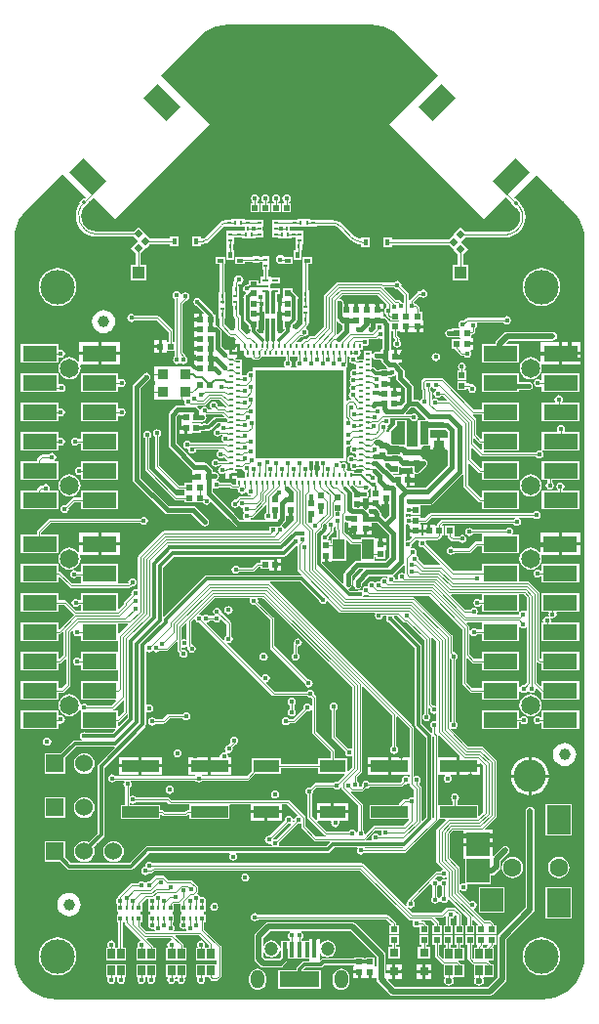
<source format=gtl>
G04 Layer_Physical_Order=1*
G04 Layer_Color=255*
%FSLAX44Y44*%
%MOMM*%
G71*
G01*
G75*
%ADD10C,0.1250*%
%ADD11R,0.2500X0.3000*%
%ADD12R,0.5500X0.5500*%
%ADD13R,0.5500X0.5500*%
%ADD14R,0.3000X0.5000*%
%ADD15R,0.5000X0.3000*%
%ADD16R,0.4000X0.5000*%
%ADD17R,1.1000X0.4700*%
%ADD18R,3.0000X1.4000*%
%ADD19R,3.2000X1.0000*%
%ADD20R,2.2500X1.0500*%
%ADD21C,1.0000*%
%ADD22R,0.6500X0.8500*%
%ADD23R,0.4000X1.3500*%
%ADD24R,3.4000X1.3500*%
%ADD25R,0.2500X0.4500*%
%ADD26R,0.3500X0.4500*%
%ADD27R,0.8000X0.8000*%
G04:AMPARAMS|DCode=28|XSize=1.7mm|YSize=2.8mm|CornerRadius=0mm|HoleSize=0mm|Usage=FLASHONLY|Rotation=225.000|XOffset=0mm|YOffset=0mm|HoleType=Round|Shape=Rectangle|*
%AMROTATEDRECTD28*
4,1,4,-0.3889,1.5910,1.5910,-0.3889,0.3889,-1.5910,-1.5910,0.3889,-0.3889,1.5910,0.0*
%
%ADD28ROTATEDRECTD28*%

G04:AMPARAMS|DCode=29|XSize=1.7mm|YSize=2.8mm|CornerRadius=0mm|HoleSize=0mm|Usage=FLASHONLY|Rotation=315.000|XOffset=0mm|YOffset=0mm|HoleType=Round|Shape=Rectangle|*
%AMROTATEDRECTD29*
4,1,4,-1.5910,-0.3889,0.3889,1.5910,1.5910,0.3889,-0.3889,-1.5910,-1.5910,-0.3889,0.0*
%
%ADD29ROTATEDRECTD29*%

%ADD30R,0.3000X0.2500*%
%ADD31R,0.5500X0.2500*%
%ADD32R,0.3500X0.2500*%
%ADD33R,0.2000X0.2000*%
G04:AMPARAMS|DCode=34|XSize=0.25mm|YSize=0.3mm|CornerRadius=0mm|HoleSize=0mm|Usage=FLASHONLY|Rotation=45.000|XOffset=0mm|YOffset=0mm|HoleType=Round|Shape=Rectangle|*
%AMROTATEDRECTD34*
4,1,4,0.0177,-0.1945,-0.1945,0.0177,-0.0177,0.1945,0.1945,-0.0177,0.0177,-0.1945,0.0*
%
%ADD34ROTATEDRECTD34*%

G04:AMPARAMS|DCode=35|XSize=0.25mm|YSize=0.3mm|CornerRadius=0mm|HoleSize=0mm|Usage=FLASHONLY|Rotation=135.000|XOffset=0mm|YOffset=0mm|HoleType=Round|Shape=Rectangle|*
%AMROTATEDRECTD35*
4,1,4,0.1945,0.0177,-0.0177,-0.1945,-0.1945,-0.0177,0.0177,0.1945,0.1945,0.0177,0.0*
%
%ADD35ROTATEDRECTD35*%

%ADD36R,1.0500X2.2000*%
%ADD37R,1.0000X1.0500*%
%ADD38R,0.9500X0.8500*%
%ADD39P,0.7778X4X360.0*%
%ADD40R,0.9500X0.5500*%
%ADD41R,1.0000X1.8000*%
%ADD42R,2.0000X2.5000*%
%ADD43R,2.0000X2.0000*%
%ADD44R,0.8000X2.0000*%
%ADD45R,7.6000X7.6000*%
%ADD46R,0.2200X0.4500*%
%ADD47R,0.4500X0.2200*%
%ADD48R,0.1900X0.4500*%
%ADD49R,0.4500X0.1900*%
%ADD50C,0.4000*%
%ADD51C,0.4500*%
%ADD52C,0.2000*%
%ADD53C,0.3000*%
%ADD54C,0.3556*%
%ADD55C,0.1700*%
%ADD56C,0.5000*%
%ADD57C,0.1500*%
%ADD58C,0.3500*%
%ADD59C,0.2500*%
%ADD60C,0.5500*%
%ADD61C,1.5240*%
%ADD62R,1.5240X1.5240*%
%ADD63C,1.6500*%
%ADD64C,1.2000*%
G04:AMPARAMS|DCode=65|XSize=1.2mm|YSize=1.6mm|CornerRadius=0.6mm|HoleSize=0mm|Usage=FLASHONLY|Rotation=180.000|XOffset=0mm|YOffset=0mm|HoleType=Round|Shape=RoundedRectangle|*
%AMROUNDEDRECTD65*
21,1,1.2000,0.4000,0,0,180.0*
21,1,0.0000,1.6000,0,0,180.0*
1,1,1.2000,0.0000,0.2000*
1,1,1.2000,0.0000,0.2000*
1,1,1.2000,0.0000,-0.2000*
1,1,1.2000,0.0000,-0.2000*
%
%ADD65ROUNDEDRECTD65*%
%ADD66C,3.0000*%
%ADD67C,2.8000*%
%ADD68C,1.6000*%
%ADD69C,0.4500*%
%ADD70C,0.6000*%
G36*
X311000Y847392D02*
X311000Y847392D01*
X311800Y847426D01*
X316865Y847027D01*
X322585Y845654D01*
X328019Y843402D01*
X332689Y840541D01*
X370262Y802968D01*
X328226Y760933D01*
X410251Y678908D01*
X428989Y697647D01*
X432525Y694111D01*
X432781Y694367D01*
X433811Y693337D01*
X433346Y692872D01*
X437871Y688346D01*
X437912Y688387D01*
X438710Y688335D01*
X439818Y686890D01*
X441095Y683808D01*
X441531Y680500D01*
X441095Y677192D01*
X439818Y674110D01*
X437787Y671463D01*
X435140Y669432D01*
X432058Y668155D01*
X429834Y667862D01*
X429834Y667862D01*
Y667862D01*
X429779Y667803D01*
X393855D01*
X389932Y671725D01*
X384134Y665927D01*
X383639Y665432D01*
X383073Y664866D01*
X379530Y661324D01*
X330200D01*
Y663200D01*
X322800D01*
Y654800D01*
X330200D01*
Y656582D01*
X379761D01*
X383073Y653270D01*
X383568Y652775D01*
X384134Y652209D01*
X387561Y648782D01*
Y639200D01*
X383300D01*
Y625300D01*
X396700D01*
Y639200D01*
X392303D01*
Y648782D01*
X396225Y652704D01*
X390398Y658532D01*
X389986Y659068D01*
X390398Y659604D01*
X393855Y663062D01*
X429458D01*
X430042Y663062D01*
X430242Y663101D01*
Y663101D01*
X430372Y663127D01*
X432170Y663304D01*
X435460Y664302D01*
X438491Y665922D01*
X441147Y668103D01*
X443328Y670760D01*
X444948Y673791D01*
X445946Y677080D01*
X446283Y680500D01*
X445946Y683921D01*
X444948Y687210D01*
X443328Y690241D01*
X441722Y692197D01*
X442043Y692518D01*
X437518Y697044D01*
X437164Y696690D01*
X436133Y697720D01*
X455822Y717408D01*
X490541Y682689D01*
X493403Y678019D01*
X495654Y672585D01*
X497027Y666864D01*
X497481Y661096D01*
X497392Y661000D01*
X497392D01*
X497500Y660181D01*
Y40819D01*
X497392Y40000D01*
X497392D01*
X497481Y39904D01*
X497027Y34136D01*
X495654Y28416D01*
X493403Y22981D01*
X490329Y17965D01*
X486508Y13492D01*
X482035Y9671D01*
X477020Y6598D01*
X471585Y4346D01*
X465864Y2973D01*
X460800Y2575D01*
X460000Y2608D01*
Y2608D01*
X459180Y2500D01*
X40820D01*
X40000Y2608D01*
Y2608D01*
X39904Y2519D01*
X34135Y2973D01*
X28415Y4346D01*
X22981Y6598D01*
X17965Y9671D01*
X13492Y13492D01*
X9671Y17965D01*
X6597Y22981D01*
X4346Y28416D01*
X2973Y34136D01*
X2519Y39904D01*
X2608Y40000D01*
X2608D01*
X2500Y40820D01*
Y660180D01*
X2608Y661000D01*
X2608D01*
X2519Y661096D01*
X2973Y666864D01*
X4346Y672585D01*
X6597Y678019D01*
X9459Y682689D01*
X44366Y717596D01*
X64236Y697727D01*
X63642Y697134D01*
X63232Y697543D01*
X58707Y693018D01*
X59282Y692443D01*
X58827Y691888D01*
X57141Y688733D01*
X56102Y685310D01*
X55752Y681750D01*
X56102Y678190D01*
X57141Y674767D01*
X58827Y671612D01*
X61097Y668847D01*
X63862Y666577D01*
X67017Y664891D01*
X70440Y663852D01*
X71254Y663772D01*
X72049Y663686D01*
X72300Y663636D01*
X72834Y663636D01*
X106185D01*
X109602Y660218D01*
X110014Y659682D01*
X109602Y659146D01*
X103775Y653318D01*
X107629Y649464D01*
Y639200D01*
X103300D01*
Y625300D01*
X116700D01*
Y639200D01*
X112370D01*
Y649327D01*
X115866Y652823D01*
X116361Y653318D01*
X116927Y653884D01*
X120355Y657312D01*
X137800D01*
Y655550D01*
X145200D01*
Y663950D01*
X137800D01*
Y662053D01*
X120355D01*
X116927Y665480D01*
X116432Y665975D01*
X115866Y666541D01*
X110068Y672339D01*
X106105Y668377D01*
X72620D01*
X72562Y668440D01*
Y668440D01*
X72562Y668440D01*
X70506Y668711D01*
X67250Y670060D01*
X64455Y672205D01*
X62310Y675001D01*
X60961Y678256D01*
X60501Y681750D01*
X60961Y685244D01*
X62246Y688347D01*
X62879Y688846D01*
X62879D01*
X67404Y693372D01*
X66995Y693781D01*
X67588Y694375D01*
X67674Y694289D01*
X71209Y697825D01*
X89948Y679086D01*
X171972Y761111D01*
X129926Y803156D01*
X167311Y840541D01*
X171981Y843402D01*
X177416Y845654D01*
X183136Y847027D01*
X187961Y847407D01*
X188759Y847402D01*
D01*
X189520Y847500D01*
X310180D01*
X311000Y847392D01*
D02*
G37*
%LPC*%
G36*
X63208Y177891D02*
X60893Y177586D01*
X58735Y176692D01*
X56882Y175270D01*
X55460Y173417D01*
X54566Y171260D01*
X54261Y168944D01*
X54566Y166628D01*
X55460Y164471D01*
X56882Y162618D01*
X58735Y161196D01*
X60893Y160302D01*
X63208Y159998D01*
X65524Y160302D01*
X67681Y161196D01*
X69534Y162618D01*
X70956Y164471D01*
X71850Y166628D01*
X72154Y168944D01*
X71850Y171260D01*
X70956Y173417D01*
X69534Y175270D01*
X67681Y176692D01*
X65524Y177586D01*
X63208Y177891D01*
D02*
G37*
G36*
X432000Y411819D02*
X430634Y411547D01*
X429477Y410773D01*
X429068Y410162D01*
X400099D01*
X400024Y410274D01*
X398866Y411047D01*
X397500Y411319D01*
X396135Y411047D01*
X394977Y410274D01*
X394203Y409116D01*
X393932Y407750D01*
X394203Y406385D01*
X394977Y405227D01*
X396135Y404453D01*
X397500Y404182D01*
X398866Y404453D01*
X400024Y405227D01*
X400766Y406338D01*
X408125D01*
X408250Y405590D01*
X408250D01*
Y399412D01*
X403500D01*
X402768Y399266D01*
X402148Y398852D01*
X396708Y393412D01*
X384432D01*
X384023Y394023D01*
X382866Y394797D01*
X381500Y395069D01*
X380134Y394797D01*
X378977Y394023D01*
X378203Y392866D01*
X377931Y391500D01*
X378203Y390134D01*
X378977Y388977D01*
X380134Y388203D01*
X381500Y387931D01*
X382866Y388203D01*
X384023Y388977D01*
X384432Y389588D01*
X397500D01*
X398232Y389734D01*
X398852Y390148D01*
X404292Y395588D01*
X408250D01*
Y389090D01*
X440750D01*
Y405590D01*
X435394D01*
X434967Y406390D01*
X435297Y406884D01*
X435569Y408250D01*
X435297Y409616D01*
X434523Y410773D01*
X433366Y411547D01*
X432000Y411819D01*
D02*
G37*
G36*
X125750Y33250D02*
X108250D01*
Y22250D01*
X109363D01*
X109740Y21545D01*
X109453Y21116D01*
X109181Y19750D01*
X109453Y18385D01*
X110227Y17227D01*
X111384Y16453D01*
X112750Y16182D01*
X114116Y16453D01*
X115274Y17227D01*
X116047Y18385D01*
X116319Y19750D01*
X116047Y21116D01*
X115760Y21545D01*
X116138Y22250D01*
X117862D01*
X118240Y21545D01*
X117953Y21116D01*
X117681Y19750D01*
X117953Y18385D01*
X118727Y17227D01*
X119884Y16453D01*
X121250Y16182D01*
X122616Y16453D01*
X123773Y17227D01*
X124547Y18385D01*
X124818Y19750D01*
X124547Y21116D01*
X124260Y21545D01*
X124637Y22250D01*
X125750D01*
Y33250D01*
D02*
G37*
G36*
X117250Y545819D02*
X115884Y545547D01*
X114727Y544773D01*
X106227Y536273D01*
X105453Y535116D01*
X105181Y533750D01*
Y453250D01*
X105453Y451884D01*
X106227Y450727D01*
X132977Y423977D01*
X134134Y423203D01*
X135500Y422931D01*
X156272D01*
X165477Y413727D01*
X166634Y412953D01*
X168000Y412682D01*
X169366Y412953D01*
X170523Y413727D01*
X171297Y414884D01*
X171569Y416250D01*
X171297Y417616D01*
X170523Y418773D01*
X160273Y429023D01*
X159116Y429797D01*
X157750Y430069D01*
X136978D01*
X112319Y454728D01*
Y532272D01*
X119773Y539727D01*
X120547Y540884D01*
X120819Y542250D01*
X120547Y543616D01*
X119773Y544773D01*
X118616Y545547D01*
X117250Y545819D01*
D02*
G37*
G36*
X219980Y163980D02*
X207460D01*
Y157460D01*
X219980D01*
Y163980D01*
D02*
G37*
G36*
X235040D02*
X222520D01*
Y157460D01*
X235040D01*
Y163980D01*
D02*
G37*
G36*
X115000Y421069D02*
X113634Y420797D01*
X112477Y420023D01*
X112068Y419412D01*
X33500D01*
X32768Y419266D01*
X32148Y418852D01*
X22648Y409352D01*
X22234Y408732D01*
X22088Y408000D01*
Y405590D01*
X8250D01*
Y389090D01*
X40750D01*
Y405590D01*
X25912D01*
Y407208D01*
X34292Y415588D01*
X112068D01*
X112477Y414977D01*
X113634Y414203D01*
X115000Y413932D01*
X116366Y414203D01*
X117523Y414977D01*
X118297Y416134D01*
X118569Y417500D01*
X118297Y418866D01*
X117523Y420023D01*
X116366Y420797D01*
X115000Y421069D01*
D02*
G37*
G36*
X440750Y253190D02*
X408250D01*
Y236690D01*
X440750D01*
Y242838D01*
X441818D01*
X442227Y242227D01*
X443384Y241453D01*
X444750Y241181D01*
X446116Y241453D01*
X447273Y242227D01*
X448047Y243384D01*
X448319Y244750D01*
X448047Y246116D01*
X447273Y247273D01*
X446116Y248047D01*
X444750Y248319D01*
X443384Y248047D01*
X442227Y247273D01*
X441818Y246662D01*
X440750D01*
Y253190D01*
D02*
G37*
G36*
X75230Y406880D02*
X58960D01*
Y398610D01*
X75230D01*
Y406880D01*
D02*
G37*
G36*
X338540Y25480D02*
X333270D01*
Y20210D01*
X338540D01*
Y25480D01*
D02*
G37*
G36*
X384500Y412750D02*
X376500D01*
Y404750D01*
X378588D01*
Y404250D01*
X378734Y403518D01*
X379148Y402898D01*
X381648Y400398D01*
X382268Y399984D01*
X383000Y399838D01*
X388568D01*
X388977Y399227D01*
X390134Y398453D01*
X391500Y398181D01*
X392866Y398453D01*
X394023Y399227D01*
X394797Y400384D01*
X395069Y401750D01*
X394797Y403116D01*
X394023Y404273D01*
X392866Y405047D01*
X391500Y405319D01*
X390134Y405047D01*
X388977Y404273D01*
X388568Y403662D01*
X384139D01*
X383921Y403950D01*
X384319Y404750D01*
X384500D01*
Y412750D01*
D02*
G37*
G36*
X94040Y406880D02*
X77770D01*
Y398610D01*
X94040D01*
Y406880D01*
D02*
G37*
G36*
X151750Y33250D02*
X134250D01*
Y22250D01*
X135363D01*
X135740Y21545D01*
X135453Y21116D01*
X135182Y19750D01*
X135453Y18385D01*
X136227Y17227D01*
X137384Y16453D01*
X138750Y16182D01*
X140116Y16453D01*
X141273Y17227D01*
X142047Y18385D01*
X142319Y19750D01*
X142047Y21116D01*
X141761Y21545D01*
X142138Y22250D01*
X143862D01*
X144240Y21545D01*
X143953Y21116D01*
X143681Y19750D01*
X143953Y18385D01*
X144727Y17227D01*
X145884Y16453D01*
X147250Y16182D01*
X148616Y16453D01*
X149773Y17227D01*
X150547Y18385D01*
X150819Y19750D01*
X150547Y21116D01*
X150260Y21545D01*
X150638Y22250D01*
X151750D01*
Y33250D01*
D02*
G37*
G36*
X494040Y406880D02*
X477770D01*
Y398610D01*
X494040D01*
Y406880D01*
D02*
G37*
G36*
X475230D02*
X458960D01*
Y398610D01*
X475230D01*
Y406880D01*
D02*
G37*
G36*
X193500Y230569D02*
X192134Y230297D01*
X190976Y229524D01*
X190203Y228366D01*
X189931Y227000D01*
X190203Y225635D01*
X190495Y225198D01*
X188582Y223285D01*
X187384Y223047D01*
X186227Y222274D01*
X185453Y221116D01*
X185181Y219750D01*
X185453Y218384D01*
X185985Y217589D01*
X185504Y216869D01*
X184500Y217069D01*
X183134Y216797D01*
X181977Y216023D01*
X181203Y214866D01*
X180931Y213500D01*
X180999Y213159D01*
X180492Y212540D01*
X173270D01*
Y206270D01*
X190540D01*
Y212540D01*
X188508D01*
X188001Y213159D01*
X188069Y213500D01*
X187797Y214866D01*
X187265Y215661D01*
X187747Y216381D01*
X188750Y216182D01*
X190116Y216453D01*
X191273Y217227D01*
X192047Y218384D01*
X192319Y219750D01*
X192047Y221116D01*
X191956Y221252D01*
X194293Y223590D01*
X194865Y223703D01*
X196023Y224477D01*
X196797Y225635D01*
X197068Y227000D01*
X196797Y228366D01*
X196023Y229524D01*
X194865Y230297D01*
X193500Y230569D01*
D02*
G37*
G36*
X35250Y476319D02*
X33884Y476047D01*
X32727Y475274D01*
X32318Y474662D01*
X26750D01*
X26018Y474516D01*
X25398Y474102D01*
X22648Y471352D01*
X22234Y470732D01*
X22088Y470000D01*
Y469040D01*
X8320D01*
Y452540D01*
X40820D01*
Y469040D01*
X37437D01*
X37195Y469840D01*
X37773Y470227D01*
X38547Y471385D01*
X38819Y472750D01*
X38547Y474116D01*
X37773Y475274D01*
X36616Y476047D01*
X35250Y476319D01*
D02*
G37*
G36*
X99750Y33250D02*
X82250D01*
Y22250D01*
X83363D01*
X83740Y21545D01*
X83453Y21116D01*
X83182Y19750D01*
X83453Y18385D01*
X84227Y17227D01*
X85385Y16453D01*
X86750Y16182D01*
X88116Y16453D01*
X89274Y17227D01*
X90047Y18385D01*
X90319Y19750D01*
X90047Y21116D01*
X89761Y21545D01*
X90138Y22250D01*
X91862D01*
X92240Y21545D01*
X91953Y21116D01*
X91681Y19750D01*
X91953Y18385D01*
X92727Y17227D01*
X93884Y16453D01*
X95250Y16182D01*
X96616Y16453D01*
X97773Y17227D01*
X98547Y18385D01*
X98819Y19750D01*
X98547Y21116D01*
X98260Y21545D01*
X98638Y22250D01*
X99750D01*
Y33250D01*
D02*
G37*
G36*
X92820Y469040D02*
X60320D01*
Y464646D01*
X59520Y464148D01*
X58460Y464359D01*
X57094Y464087D01*
X55936Y463313D01*
X55163Y462156D01*
X54891Y460790D01*
X55163Y459425D01*
X55936Y458267D01*
X57094Y457493D01*
X58460Y457221D01*
X59520Y457432D01*
X60320Y456935D01*
Y452540D01*
X92820D01*
Y469040D01*
D02*
G37*
G36*
X486250Y172250D02*
X463750D01*
Y144750D01*
X486250D01*
Y172250D01*
D02*
G37*
G36*
X356730Y33290D02*
X351460D01*
Y28020D01*
X356730D01*
Y33290D01*
D02*
G37*
G36*
X144000Y219569D02*
X142634Y219297D01*
X141476Y218523D01*
X140703Y217366D01*
X140431Y216000D01*
X140703Y214634D01*
X141476Y213477D01*
X142634Y212703D01*
X144000Y212432D01*
X145365Y212703D01*
X146523Y213477D01*
X147297Y214634D01*
X147568Y216000D01*
X147297Y217366D01*
X146523Y218523D01*
X145365Y219297D01*
X144000Y219569D01*
D02*
G37*
G36*
X31000Y229569D02*
X29634Y229297D01*
X28477Y228523D01*
X27703Y227366D01*
X27431Y226000D01*
X27703Y224634D01*
X28477Y223477D01*
X29634Y222703D01*
X31000Y222431D01*
X32366Y222703D01*
X33523Y223477D01*
X34297Y224634D01*
X34569Y226000D01*
X34297Y227366D01*
X33523Y228523D01*
X32366Y229297D01*
X31000Y229569D01*
D02*
G37*
G36*
X476500Y450819D02*
X475134Y450547D01*
X473977Y449773D01*
X473203Y448616D01*
X472931Y447250D01*
X473203Y445884D01*
X473977Y444727D01*
X474406Y444440D01*
X474208Y443640D01*
X460320D01*
Y427140D01*
X492820D01*
Y443640D01*
X478792D01*
X478595Y444440D01*
X479023Y444727D01*
X479797Y445884D01*
X480069Y447250D01*
X479797Y448616D01*
X479023Y449773D01*
X477866Y450547D01*
X476500Y450819D01*
D02*
G37*
G36*
X92820Y443640D02*
X60320D01*
Y437302D01*
X53890D01*
X53158Y437156D01*
X52538Y436742D01*
X46972Y431175D01*
X46250Y431319D01*
X44884Y431047D01*
X43727Y430273D01*
X42953Y429116D01*
X42681Y427750D01*
X42953Y426384D01*
X43727Y425227D01*
X44884Y424453D01*
X46250Y424181D01*
X47616Y424453D01*
X48773Y425227D01*
X49547Y426384D01*
X49819Y427750D01*
X49675Y428471D01*
X54682Y433478D01*
X60320D01*
Y427140D01*
X92820D01*
Y443640D01*
D02*
G37*
G36*
X30000Y449319D02*
X28634Y449047D01*
X27477Y448274D01*
X27068Y447662D01*
X25750D01*
X25018Y447516D01*
X24398Y447102D01*
X22648Y445352D01*
X22234Y444732D01*
X22088Y444000D01*
Y443640D01*
X8320D01*
Y427140D01*
X40820D01*
Y443640D01*
X33648D01*
X33316Y444262D01*
X33308Y444440D01*
X33569Y445750D01*
X33297Y447116D01*
X32523Y448274D01*
X31366Y449047D01*
X30000Y449319D01*
D02*
G37*
G36*
X63208Y215991D02*
X60893Y215686D01*
X58735Y214792D01*
X56882Y213370D01*
X55460Y211517D01*
X54566Y209360D01*
X54261Y207044D01*
X54566Y204729D01*
X55460Y202571D01*
X56882Y200718D01*
X58735Y199296D01*
X60893Y198402D01*
X63208Y198098D01*
X65524Y198402D01*
X67681Y199296D01*
X69534Y200718D01*
X70956Y202571D01*
X71850Y204729D01*
X72155Y207044D01*
X71850Y209360D01*
X70956Y211517D01*
X69534Y213370D01*
X67681Y214792D01*
X65524Y215686D01*
X63208Y215991D01*
D02*
G37*
G36*
X492820Y469040D02*
X460320D01*
Y452540D01*
X465338D01*
Y450932D01*
X464727Y450523D01*
X463953Y449366D01*
X463681Y448000D01*
X463953Y446634D01*
X464727Y445477D01*
X465884Y444703D01*
X467250Y444431D01*
X468616Y444703D01*
X469773Y445477D01*
X470547Y446634D01*
X470819Y448000D01*
X470547Y449366D01*
X469773Y450523D01*
X469162Y450932D01*
Y452540D01*
X492820D01*
Y469040D01*
D02*
G37*
G36*
X450570Y457672D02*
X448090Y457346D01*
X445779Y456388D01*
X443795Y454866D01*
X442272Y452881D01*
X441315Y450570D01*
X440988Y448090D01*
X441315Y445610D01*
X442272Y443299D01*
X443795Y441315D01*
X445779Y439792D01*
X448090Y438835D01*
X450570Y438508D01*
X453050Y438835D01*
X455361Y439792D01*
X457346Y441315D01*
X458868Y443299D01*
X459826Y445610D01*
X460152Y448090D01*
X459826Y450570D01*
X458868Y452881D01*
X457346Y454866D01*
X455361Y456388D01*
X453050Y457346D01*
X450570Y457672D01*
D02*
G37*
G36*
X50570D02*
X48090Y457346D01*
X45779Y456388D01*
X43795Y454866D01*
X42272Y452881D01*
X41315Y450570D01*
X40988Y448090D01*
X41315Y445610D01*
X42272Y443299D01*
X43795Y441315D01*
X45779Y439792D01*
X48090Y438835D01*
X50570Y438508D01*
X53050Y438835D01*
X55361Y439792D01*
X57345Y441315D01*
X58868Y443299D01*
X59826Y445610D01*
X60152Y448090D01*
X59826Y450570D01*
X58868Y452881D01*
X57345Y454866D01*
X55361Y456388D01*
X53050Y457346D01*
X50570Y457672D01*
D02*
G37*
G36*
X492750Y354790D02*
X460250D01*
Y338290D01*
X465848D01*
X466378Y337490D01*
X466181Y336500D01*
X466453Y335134D01*
X466575Y334952D01*
X466240Y334475D01*
X466040Y334312D01*
X464750Y334569D01*
X463384Y334297D01*
X462227Y333523D01*
X461453Y332366D01*
X461181Y331000D01*
X461343Y330190D01*
X460727Y329390D01*
X460250D01*
Y312890D01*
X492750D01*
Y329390D01*
X468773D01*
X468158Y330190D01*
X468319Y331000D01*
X468047Y332366D01*
X467925Y332548D01*
X468260Y333025D01*
X468460Y333188D01*
X469750Y332931D01*
X471116Y333203D01*
X472273Y333977D01*
X473047Y335134D01*
X473319Y336500D01*
X473122Y337490D01*
X473652Y338290D01*
X492750D01*
Y354790D01*
D02*
G37*
G36*
Y253190D02*
X460250D01*
Y246802D01*
X459322D01*
X458914Y247414D01*
X457756Y248187D01*
X456390Y248459D01*
X455025Y248187D01*
X453867Y247414D01*
X453093Y246256D01*
X452822Y244890D01*
X453093Y243524D01*
X453867Y242367D01*
X455025Y241593D01*
X456390Y241322D01*
X457756Y241593D01*
X458914Y242367D01*
X459322Y242978D01*
X460250D01*
Y236690D01*
X492750D01*
Y253190D01*
D02*
G37*
G36*
X243500Y264068D02*
X242135Y263797D01*
X240977Y263023D01*
X240203Y261865D01*
X239932Y260500D01*
X240203Y259134D01*
X240977Y257976D01*
X241588Y257568D01*
Y254182D01*
X240977Y253774D01*
X240203Y252616D01*
X239932Y251250D01*
X240203Y249885D01*
X240977Y248727D01*
X242135Y247953D01*
X243500Y247682D01*
X244866Y247953D01*
X246024Y248727D01*
X246797Y249885D01*
X247069Y251250D01*
X246797Y252616D01*
X246024Y253774D01*
X245412Y254182D01*
Y257568D01*
X246024Y257976D01*
X246797Y259134D01*
X247069Y260500D01*
X246797Y261865D01*
X246024Y263023D01*
X244866Y263797D01*
X243500Y264068D01*
D02*
G37*
G36*
X40000Y56329D02*
X36814Y56015D01*
X33751Y55086D01*
X30928Y53577D01*
X28454Y51546D01*
X26423Y49072D01*
X24914Y46249D01*
X23985Y43186D01*
X23671Y40000D01*
X23985Y36815D01*
X24914Y33751D01*
X26423Y30928D01*
X28454Y28454D01*
X30928Y26423D01*
X33751Y24915D01*
X36814Y23985D01*
X40000Y23672D01*
X43186Y23985D01*
X46249Y24915D01*
X49072Y26423D01*
X51546Y28454D01*
X53577Y30928D01*
X55086Y33751D01*
X56015Y36815D01*
X56329Y40000D01*
X56015Y43186D01*
X55086Y46249D01*
X53577Y49072D01*
X51546Y51546D01*
X49072Y53577D01*
X46249Y55086D01*
X43186Y56015D01*
X40000Y56329D01*
D02*
G37*
G36*
X466495Y194980D02*
X451270D01*
Y179755D01*
X453243Y179949D01*
X456360Y180895D01*
X459234Y182431D01*
X461752Y184498D01*
X463819Y187016D01*
X465355Y189890D01*
X466301Y193008D01*
X466495Y194980D01*
D02*
G37*
G36*
X336000Y58250D02*
X328000D01*
Y50250D01*
X330088D01*
Y48500D01*
X326750D01*
Y38000D01*
X337250D01*
Y48500D01*
X333912D01*
Y50250D01*
X336000D01*
Y58250D01*
D02*
G37*
G36*
X151500Y251569D02*
X150134Y251297D01*
X148977Y250523D01*
X148568Y249912D01*
X136500D01*
X135768Y249766D01*
X135148Y249352D01*
X131208Y245412D01*
X125182D01*
X124773Y246023D01*
X123616Y246797D01*
X122250Y247069D01*
X120884Y246797D01*
X119727Y246023D01*
X118953Y244866D01*
X118681Y243500D01*
X118953Y242134D01*
X119727Y240977D01*
X120884Y240203D01*
X122250Y239931D01*
X123616Y240203D01*
X124773Y240977D01*
X125182Y241588D01*
X132000D01*
X132732Y241734D01*
X133352Y242148D01*
X137292Y246088D01*
X148568D01*
X148977Y245477D01*
X150134Y244703D01*
X151500Y244432D01*
X152866Y244703D01*
X154023Y245477D01*
X154797Y246635D01*
X155069Y248000D01*
X154797Y249366D01*
X154023Y250523D01*
X152866Y251297D01*
X151500Y251569D01*
D02*
G37*
G36*
X450500Y267222D02*
X448020Y266896D01*
X445709Y265938D01*
X443725Y264416D01*
X442202Y262431D01*
X441245Y260120D01*
X440918Y257640D01*
X441245Y255160D01*
X442202Y252849D01*
X443725Y250865D01*
X445709Y249342D01*
X448020Y248385D01*
X450500Y248058D01*
X452980Y248385D01*
X455291Y249342D01*
X457276Y250865D01*
X458798Y252849D01*
X459756Y255160D01*
X460082Y257640D01*
X459756Y260120D01*
X458798Y262431D01*
X457276Y264416D01*
X455291Y265938D01*
X452980Y266896D01*
X450500Y267222D01*
D02*
G37*
G36*
X190540Y203730D02*
X173270D01*
Y197460D01*
X190540D01*
Y203730D01*
D02*
G37*
G36*
X364540Y33290D02*
X359270D01*
Y28020D01*
X364540D01*
Y33290D01*
D02*
G37*
G36*
X338540D02*
X333270D01*
Y28020D01*
X338540D01*
Y33290D01*
D02*
G37*
G36*
X330730D02*
X325460D01*
Y28020D01*
X330730D01*
Y33290D01*
D02*
G37*
G36*
X110730Y203730D02*
X93460D01*
Y197460D01*
X110730D01*
Y203730D01*
D02*
G37*
G36*
X130540D02*
X113270D01*
Y197460D01*
X130540D01*
Y203730D01*
D02*
G37*
G36*
X460000Y56329D02*
X456815Y56015D01*
X453751Y55086D01*
X450928Y53577D01*
X448454Y51546D01*
X446423Y49072D01*
X444914Y46249D01*
X443985Y43186D01*
X443671Y40000D01*
X443985Y36815D01*
X444914Y33751D01*
X446423Y30928D01*
X448454Y28454D01*
X450928Y26423D01*
X453751Y24915D01*
X456815Y23985D01*
X460000Y23672D01*
X463186Y23985D01*
X466249Y24915D01*
X469072Y26423D01*
X471546Y28454D01*
X473577Y30928D01*
X475086Y33751D01*
X476015Y36815D01*
X476329Y40000D01*
X476015Y43186D01*
X475086Y46249D01*
X473577Y49072D01*
X471546Y51546D01*
X469072Y53577D01*
X466249Y55086D01*
X463186Y56015D01*
X460000Y56329D01*
D02*
G37*
G36*
X94040Y396070D02*
X77770D01*
Y387800D01*
X94040D01*
Y396070D01*
D02*
G37*
G36*
X40750Y253190D02*
X8250D01*
Y236690D01*
X40750D01*
Y241695D01*
X41456Y242073D01*
X41634Y241953D01*
X43000Y241682D01*
X44366Y241953D01*
X45523Y242727D01*
X46297Y243885D01*
X46569Y245250D01*
X46297Y246616D01*
X45523Y247773D01*
X44366Y248547D01*
X43000Y248819D01*
X41634Y248547D01*
X41456Y248428D01*
X40750Y248805D01*
Y253190D01*
D02*
G37*
G36*
X451270Y212745D02*
Y197520D01*
X466495D01*
X466301Y199492D01*
X465355Y202610D01*
X463819Y205483D01*
X461752Y208002D01*
X459234Y210069D01*
X456360Y211605D01*
X453243Y212551D01*
X451270Y212745D01*
D02*
G37*
G36*
X494040Y396070D02*
X477770D01*
Y387800D01*
X494040D01*
Y396070D01*
D02*
G37*
G36*
X46678Y177814D02*
X28938D01*
Y160074D01*
X46678D01*
Y177814D01*
D02*
G37*
G36*
X475230Y396070D02*
X458960D01*
Y390534D01*
X458160Y390263D01*
X457276Y391416D01*
X455291Y392938D01*
X452980Y393896D01*
X450500Y394222D01*
X448020Y393896D01*
X445709Y392938D01*
X443725Y391416D01*
X442202Y389431D01*
X441245Y387120D01*
X440918Y384640D01*
X441245Y382160D01*
X442202Y379849D01*
X443725Y377865D01*
X445709Y376342D01*
X448020Y375385D01*
X450500Y375058D01*
X452980Y375385D01*
X455291Y376342D01*
X457276Y377865D01*
X458798Y379849D01*
X459756Y382160D01*
X460082Y384640D01*
X459771Y387000D01*
X459917Y387386D01*
X460194Y387800D01*
X475230D01*
Y396070D01*
D02*
G37*
G36*
X75230Y396070D02*
X58960D01*
Y390534D01*
X58160Y390263D01*
X57276Y391416D01*
X55291Y392938D01*
X52980Y393896D01*
X50500Y394222D01*
X48020Y393896D01*
X45709Y392938D01*
X43725Y391416D01*
X42202Y389431D01*
X41245Y387120D01*
X40918Y384640D01*
X41245Y382160D01*
X42202Y379849D01*
X43725Y377865D01*
X45709Y376342D01*
X48020Y375385D01*
X50500Y375058D01*
X52980Y375385D01*
X55291Y376342D01*
X57276Y377865D01*
X58798Y379849D01*
X59756Y382160D01*
X60082Y384640D01*
X59771Y387000D01*
X59917Y387386D01*
X60194Y387800D01*
X75230D01*
Y396070D01*
D02*
G37*
G36*
X356730Y25480D02*
X351460D01*
Y20210D01*
X356730D01*
Y25480D01*
D02*
G37*
G36*
X92750Y380190D02*
X60250D01*
Y373162D01*
X57182D01*
X56773Y373773D01*
X55616Y374547D01*
X54250Y374819D01*
X52884Y374547D01*
X51727Y373773D01*
X50953Y372616D01*
X50681Y371250D01*
X50953Y369884D01*
X51727Y368727D01*
X52884Y367953D01*
X54250Y367681D01*
X55616Y367953D01*
X56773Y368727D01*
X57182Y369338D01*
X60250D01*
Y363962D01*
X60250Y363690D01*
X59669Y363162D01*
X52542D01*
X42462Y373242D01*
X41842Y373656D01*
X41110Y373802D01*
X40750D01*
Y380190D01*
X8250D01*
Y363690D01*
X40750D01*
Y368501D01*
X41489Y368807D01*
X50398Y359898D01*
X51018Y359484D01*
X51750Y359338D01*
X102000D01*
X102731Y359484D01*
X103351Y359898D01*
X104278Y360825D01*
X105000Y360682D01*
X106365Y360953D01*
X107523Y361727D01*
X108297Y362885D01*
X108568Y364250D01*
X108297Y365616D01*
X107523Y366774D01*
X106365Y367547D01*
X105000Y367819D01*
X103634Y367547D01*
X102477Y366774D01*
X101703Y365616D01*
X101431Y364250D01*
X101514Y363835D01*
X100931Y363162D01*
X93331D01*
X92750Y363690D01*
X92750Y363962D01*
Y380190D01*
D02*
G37*
G36*
X362000Y58250D02*
X354000D01*
Y50250D01*
X356088D01*
Y48500D01*
X352750D01*
Y38000D01*
X363250D01*
Y48500D01*
X359911D01*
Y50250D01*
X362000D01*
Y58250D01*
D02*
G37*
G36*
X448730Y194980D02*
X433505D01*
X433699Y193008D01*
X434645Y189890D01*
X436181Y187016D01*
X438248Y184498D01*
X440767Y182431D01*
X443640Y180895D01*
X446758Y179949D01*
X448730Y179755D01*
Y194980D01*
D02*
G37*
G36*
X492750Y380190D02*
X460250D01*
Y373802D01*
X459422D01*
X459013Y374413D01*
X457856Y375187D01*
X456490Y375459D01*
X455125Y375187D01*
X453967Y374413D01*
X453193Y373256D01*
X452921Y371890D01*
X453193Y370524D01*
X453967Y369367D01*
X455125Y368593D01*
X456490Y368322D01*
X457856Y368593D01*
X459013Y369367D01*
X459422Y369978D01*
X460250D01*
Y363690D01*
X492750D01*
Y380190D01*
D02*
G37*
G36*
X448730Y212745D02*
X446758Y212551D01*
X443640Y211605D01*
X440767Y210069D01*
X438248Y208002D01*
X436181Y205483D01*
X434645Y202610D01*
X433699Y199492D01*
X433505Y197520D01*
X448730D01*
Y212745D01*
D02*
G37*
G36*
X364540Y25480D02*
X359270D01*
Y20210D01*
X364540D01*
Y25480D01*
D02*
G37*
G36*
X300480Y24980D02*
X296460D01*
Y20960D01*
X300480D01*
Y24980D01*
D02*
G37*
G36*
X143500Y616319D02*
X142134Y616047D01*
X140977Y615273D01*
X140203Y614116D01*
X139931Y612750D01*
X140203Y611384D01*
X140977Y610227D01*
X141838Y609651D01*
Y572500D01*
X140162D01*
Y581750D01*
X140016Y582482D01*
X139602Y583102D01*
X128102Y594602D01*
X127482Y595016D01*
X126750Y595162D01*
X106932D01*
X106523Y595773D01*
X105366Y596547D01*
X104000Y596819D01*
X102634Y596547D01*
X101477Y595773D01*
X100703Y594616D01*
X100431Y593250D01*
X100703Y591884D01*
X101477Y590727D01*
X102634Y589953D01*
X104000Y589681D01*
X105366Y589953D01*
X106523Y590727D01*
X106932Y591338D01*
X125958D01*
X136338Y580958D01*
Y572500D01*
X134540D01*
Y573790D01*
X130520D01*
Y568500D01*
Y563210D01*
X134540D01*
Y564500D01*
X141838D01*
Y559682D01*
X141227Y559273D01*
X140453Y558116D01*
X140182Y556750D01*
X140453Y555384D01*
X141227Y554227D01*
X142384Y553453D01*
X143750Y553181D01*
X145116Y553453D01*
X146094Y554107D01*
X146625Y554179D01*
X147156Y554107D01*
X148134Y553453D01*
X149500Y553181D01*
X150866Y553453D01*
X152023Y554227D01*
X152797Y555384D01*
X153069Y556750D01*
X152797Y558116D01*
X152023Y559273D01*
X151412Y559682D01*
Y560000D01*
X151266Y560732D01*
X150852Y561352D01*
X148412Y563792D01*
Y605208D01*
X151481Y608277D01*
X152366Y608453D01*
X153523Y609227D01*
X154297Y610384D01*
X154569Y611750D01*
X154297Y613116D01*
X153523Y614273D01*
X152366Y615047D01*
X151000Y615319D01*
X149634Y615047D01*
X148477Y614273D01*
X147787Y613241D01*
X147275Y613235D01*
X146954Y613325D01*
X146797Y614116D01*
X146023Y615273D01*
X144866Y616047D01*
X143500Y616319D01*
D02*
G37*
G36*
X127980Y573790D02*
X123960D01*
Y569770D01*
X127980D01*
Y573790D01*
D02*
G37*
G36*
X110730Y212540D02*
X93460D01*
Y206270D01*
X110730D01*
Y212540D01*
D02*
G37*
G36*
X211250Y77569D02*
X209884Y77297D01*
X208727Y76523D01*
X207953Y75366D01*
X207682Y74000D01*
X207953Y72635D01*
X208727Y71477D01*
X209884Y70703D01*
X211250Y70432D01*
X212616Y70703D01*
X213773Y71477D01*
X214182Y72088D01*
X325708D01*
X329746Y68050D01*
X329415Y67250D01*
X328000D01*
Y59250D01*
X336000D01*
Y67250D01*
X333912D01*
Y68500D01*
X333766Y69232D01*
X333352Y69852D01*
X327852Y75352D01*
X327232Y75766D01*
X326500Y75912D01*
X214182D01*
X213773Y76523D01*
X212616Y77297D01*
X211250Y77569D01*
D02*
G37*
G36*
X357790Y584480D02*
X353770D01*
Y580460D01*
X357790D01*
Y584480D01*
D02*
G37*
G36*
X480000Y225086D02*
X477389Y224743D01*
X474957Y223735D01*
X472868Y222132D01*
X471265Y220043D01*
X470257Y217610D01*
X469914Y215000D01*
X470257Y212390D01*
X471265Y209957D01*
X472868Y207868D01*
X474957Y206265D01*
X477389Y205257D01*
X480000Y204914D01*
X482611Y205257D01*
X485043Y206265D01*
X487132Y207868D01*
X488735Y209957D01*
X489743Y212390D01*
X490086Y215000D01*
X489743Y217610D01*
X488735Y220043D01*
X487132Y222132D01*
X485043Y223735D01*
X482611Y224743D01*
X480000Y225086D01*
D02*
G37*
G36*
X80000Y600086D02*
X77389Y599743D01*
X74957Y598735D01*
X72868Y597132D01*
X71265Y595043D01*
X70257Y592611D01*
X69914Y590000D01*
X70257Y587389D01*
X71265Y584957D01*
X72868Y582868D01*
X74957Y581265D01*
X77389Y580257D01*
X80000Y579914D01*
X82611Y580257D01*
X85043Y581265D01*
X87132Y582868D01*
X88735Y584957D01*
X89743Y587389D01*
X90086Y590000D01*
X89743Y592611D01*
X88735Y595043D01*
X87132Y597132D01*
X85043Y598735D01*
X82611Y599743D01*
X80000Y600086D01*
D02*
G37*
G36*
X196230Y567980D02*
X194010D01*
Y565990D01*
X192020D01*
Y563770D01*
X195540D01*
Y564460D01*
X196230D01*
Y567980D01*
D02*
G37*
G36*
X127980Y567230D02*
X123960D01*
Y563210D01*
X127980D01*
Y567230D01*
D02*
G37*
G36*
X338540Y565290D02*
X334520D01*
Y561270D01*
X338540D01*
Y565290D01*
D02*
G37*
G36*
X486250Y100250D02*
X463750D01*
Y72750D01*
X486250D01*
Y100250D01*
D02*
G37*
G36*
X75300Y571930D02*
X59030D01*
Y563660D01*
X75300D01*
Y571930D01*
D02*
G37*
G36*
X494110D02*
X477840D01*
Y563660D01*
X494110D01*
Y571930D01*
D02*
G37*
G36*
X94110D02*
X77840D01*
Y563660D01*
X94110D01*
Y571930D01*
D02*
G37*
G36*
X475300D02*
X459030D01*
Y563660D01*
X475300D01*
Y571930D01*
D02*
G37*
G36*
X259450Y678700D02*
X248050D01*
Y678450D01*
X242800D01*
Y677870D01*
X232950D01*
Y678450D01*
X226050D01*
Y672550D01*
X226500D01*
Y668450D01*
X226050D01*
Y662550D01*
X231800D01*
Y662300D01*
X243200D01*
Y662800D01*
X246800D01*
Y658200D01*
X246300D01*
Y651800D01*
X245541Y651700D01*
X245300D01*
Y643300D01*
X251700D01*
Y651700D01*
X252200Y651800D01*
Y657300D01*
X253200D01*
Y668700D01*
X246800D01*
Y668700D01*
X243200D01*
Y668700D01*
X241500D01*
Y673129D01*
X242800D01*
Y672550D01*
X248050D01*
Y672300D01*
X259450D01*
Y672550D01*
X264950D01*
Y673137D01*
X278250D01*
Y673130D01*
X280518Y672832D01*
X282631Y671956D01*
X284415Y670587D01*
X284991Y670032D01*
X293733Y661289D01*
X294163Y660859D01*
X294163Y660765D01*
X294201Y660715D01*
X294201Y660715D01*
X294415Y660518D01*
X294773Y660243D01*
X297180Y658396D01*
X300456Y657040D01*
X303800Y656599D01*
Y654800D01*
X311200D01*
Y663200D01*
X303800D01*
Y662024D01*
X303199Y661497D01*
X301703Y661694D01*
X299589Y662569D01*
X298238Y663606D01*
X297651Y664088D01*
X297583Y664154D01*
X297582Y664155D01*
X297582Y664155D01*
X297232Y664495D01*
X287771Y673956D01*
X287770Y673972D01*
X287805Y674007D01*
X285040Y676129D01*
X281765Y677486D01*
X278250Y677949D01*
Y677878D01*
X264950D01*
Y678450D01*
X259450D01*
Y678700D01*
D02*
G37*
G36*
X202451D02*
X191050D01*
Y678450D01*
X185550D01*
X185500Y677881D01*
X183785Y677656D01*
X182188Y676994D01*
X180834Y675955D01*
X180835Y675954D01*
X180834Y675943D01*
X180805Y675901D01*
X168116Y663212D01*
X167536Y662699D01*
X167536D01*
X166902Y662297D01*
X166250Y662167D01*
Y662121D01*
X164200D01*
Y663950D01*
X156800D01*
Y655550D01*
X164200D01*
Y657380D01*
X166250D01*
Y657369D01*
X167965Y657595D01*
X169562Y658256D01*
X170916Y659295D01*
X170916Y659295D01*
Y659295D01*
X171476Y659866D01*
X183646Y672036D01*
X184214Y672552D01*
X184859Y672873D01*
X185550Y672550D01*
Y672550D01*
X185550Y672550D01*
X191050D01*
Y672300D01*
X202451D01*
X203000Y671727D01*
Y668700D01*
X200300D01*
Y668450D01*
X194300D01*
Y667871D01*
X193200D01*
Y668450D01*
X186800D01*
Y658200D01*
X186800D01*
Y651800D01*
X186550Y651700D01*
Y643300D01*
X192950D01*
Y651700D01*
X192700Y651800D01*
Y657050D01*
X193200D01*
Y663130D01*
X194300D01*
Y662550D01*
X200300D01*
Y662300D01*
X211700D01*
Y662550D01*
X218450D01*
Y668450D01*
X218000D01*
Y672550D01*
X218450D01*
Y678450D01*
X211550D01*
Y677870D01*
X207950D01*
Y678450D01*
X202451D01*
Y678700D01*
D02*
G37*
G36*
X223950Y646700D02*
X217550D01*
Y646121D01*
X215700D01*
Y646700D01*
X209300D01*
Y646121D01*
X202450D01*
Y646200D01*
X194050D01*
Y639800D01*
X202450D01*
Y641380D01*
X209300D01*
Y640800D01*
X215700D01*
Y641380D01*
X217550D01*
Y635300D01*
X218379D01*
Y628951D01*
X216300D01*
Y623294D01*
X214250D01*
Y626000D01*
X206250D01*
Y623145D01*
X206122Y623120D01*
X205378Y622622D01*
X204770Y622015D01*
X204500Y622068D01*
X203134Y621797D01*
X201977Y621023D01*
X201203Y619866D01*
X200931Y618500D01*
X201203Y617134D01*
X201977Y615977D01*
X203134Y615203D01*
X203486Y615133D01*
Y614317D01*
X203384Y614297D01*
X202227Y613523D01*
X201453Y612366D01*
X201182Y611000D01*
X201453Y609635D01*
X201946Y608897D01*
Y592110D01*
X202160Y591037D01*
X202767Y590127D01*
X206250Y586644D01*
Y583500D01*
X207446D01*
Y581250D01*
X204239Y579364D01*
X200926Y582676D01*
X199121Y584482D01*
Y593875D01*
X198940Y594782D01*
X198426Y595551D01*
X197496Y596482D01*
X197496Y598550D01*
X197950D01*
Y604950D01*
X197700D01*
Y615450D01*
X197700D01*
Y620950D01*
X197120D01*
Y622014D01*
X197375Y622223D01*
X198916Y622529D01*
X200222Y623402D01*
X201095Y624709D01*
X201402Y626250D01*
X201095Y627791D01*
X200222Y629098D01*
X198916Y629971D01*
X197375Y630277D01*
X195833Y629971D01*
X194527Y629098D01*
X193654Y627791D01*
X193347Y626250D01*
X193459Y625687D01*
X193074Y625302D01*
X192560Y624532D01*
X192379Y623625D01*
Y620950D01*
X191800D01*
Y615450D01*
X191300D01*
Y604050D01*
X192050D01*
Y598550D01*
X192189D01*
X192755Y597985D01*
X192755Y595500D01*
X192935Y594593D01*
X193449Y593824D01*
X194380Y592893D01*
Y584511D01*
X194250Y584500D01*
Y584500D01*
X190500Y582750D01*
X189897Y583206D01*
X185120Y587982D01*
Y593050D01*
X185700D01*
Y598550D01*
X185950D01*
Y609950D01*
X185700D01*
Y615450D01*
X185120D01*
Y639800D01*
X185450D01*
Y646200D01*
X177050D01*
Y639800D01*
X180379D01*
Y615450D01*
X179800D01*
Y609950D01*
X179550D01*
Y598550D01*
X179800D01*
Y593050D01*
X180379D01*
Y587001D01*
X180560Y586093D01*
X181074Y585324D01*
X188557Y577841D01*
X188660Y577772D01*
X188753Y577679D01*
X189522Y577165D01*
X190430Y576984D01*
X193089D01*
X195294Y574779D01*
X194988Y574040D01*
X194010D01*
Y570520D01*
X197500D01*
Y569250D01*
X198770D01*
Y564460D01*
X200990D01*
Y564460D01*
X201552Y564564D01*
X202200Y563993D01*
Y559050D01*
X207800D01*
X208452Y558692D01*
X208648Y558398D01*
X209648Y557398D01*
X210268Y556984D01*
X211000Y556838D01*
X214000D01*
X214732Y556984D01*
X215352Y557398D01*
X216352Y558398D01*
X216766Y559018D01*
X217335Y559488D01*
X217630Y559480D01*
X217630Y559480D01*
Y559480D01*
X221830D01*
X222370Y559480D01*
Y559480D01*
X222630D01*
Y559480D01*
X226858D01*
X227370Y559480D01*
Y559480D01*
X227650Y559500D01*
Y559500D01*
X232350D01*
Y559500D01*
X232650D01*
Y559500D01*
X237350D01*
X237350Y559500D01*
X238088Y559351D01*
Y556682D01*
X237477Y556274D01*
X236703Y555116D01*
X236432Y553750D01*
X236703Y552385D01*
X237401Y551340D01*
X237174Y550540D01*
X209460D01*
Y547344D01*
X208660Y546688D01*
X208000Y546819D01*
X206634Y546547D01*
X205476Y545774D01*
X204703Y544616D01*
X204524Y543716D01*
X204116Y543547D01*
X202750Y543819D01*
X201384Y543547D01*
X201206Y543428D01*
X200500Y543805D01*
Y546850D01*
X200500Y547350D01*
X200500D01*
Y547650D01*
X200500D01*
Y552350D01*
X200500D01*
Y552650D01*
X200500D01*
Y557350D01*
X195354D01*
X194494Y558210D01*
X194825Y559010D01*
X195540D01*
Y561230D01*
X190750D01*
Y562500D01*
X189480D01*
Y565990D01*
X185960D01*
Y565990D01*
X185243Y565693D01*
X182314Y568623D01*
Y581250D01*
X182062Y582518D01*
X181343Y583593D01*
X179343Y585593D01*
X178268Y586312D01*
X177185Y586527D01*
X177000Y587250D01*
Y587750D01*
X177000D01*
Y595750D01*
X175754D01*
X175591Y596573D01*
X174983Y597482D01*
X164970Y607495D01*
X164797Y608366D01*
X164023Y609523D01*
X162866Y610297D01*
X161500Y610569D01*
X160134Y610297D01*
X158977Y609523D01*
X158203Y608366D01*
X157931Y607000D01*
X158203Y605634D01*
X158977Y604477D01*
X160134Y603703D01*
X161005Y603530D01*
X166755Y597779D01*
X166449Y597040D01*
X165270D01*
Y591750D01*
X164000D01*
Y590480D01*
X158710D01*
Y586460D01*
Y584520D01*
X164000D01*
Y581980D01*
X158710D01*
Y580040D01*
X158710D01*
Y576020D01*
X164000D01*
Y573480D01*
X158710D01*
Y569460D01*
Y567520D01*
X164000D01*
Y564980D01*
X158710D01*
Y560960D01*
X158710D01*
Y559020D01*
X164000D01*
Y556480D01*
X158710D01*
Y549605D01*
X157971Y549299D01*
X156750Y550520D01*
Y551250D01*
X138540D01*
Y551290D01*
X123960D01*
Y537710D01*
Y522210D01*
X138540D01*
Y522250D01*
X143460D01*
Y522210D01*
X149409D01*
X150065Y521410D01*
X149939Y520775D01*
X150211Y519410D01*
X150906Y518369D01*
X150677Y517569D01*
X144500D01*
X143134Y517297D01*
X141977Y516524D01*
X137227Y511773D01*
X136453Y510616D01*
X136181Y509250D01*
Y483500D01*
X136453Y482135D01*
X137227Y480977D01*
X156465Y461739D01*
X156710Y461040D01*
X156710Y461040D01*
X156710D01*
X156710Y461040D01*
Y457020D01*
X162000D01*
Y454480D01*
X156710D01*
Y450800D01*
X156710Y450460D01*
X156101Y450000D01*
X150500D01*
Y447912D01*
X145542D01*
X128162Y465292D01*
Y490318D01*
X128773Y490727D01*
X129547Y491884D01*
X129819Y493250D01*
X129547Y494616D01*
X128773Y495773D01*
X127616Y496547D01*
X126250Y496819D01*
X124884Y496547D01*
X123727Y495773D01*
X122953Y494616D01*
X122682Y493250D01*
X122953Y491884D01*
X123727Y490727D01*
X124338Y490318D01*
Y464500D01*
X124484Y463768D01*
X124898Y463148D01*
X143398Y444648D01*
X144018Y444234D01*
X144750Y444088D01*
X150500D01*
Y442050D01*
X150500Y442000D01*
Y441250D01*
X150500Y441200D01*
Y439162D01*
X143542D01*
X119912Y462792D01*
Y489068D01*
X120523Y489477D01*
X121297Y490634D01*
X121569Y492000D01*
X121297Y493366D01*
X120523Y494523D01*
X119366Y495297D01*
X118000Y495569D01*
X116634Y495297D01*
X115477Y494523D01*
X114703Y493366D01*
X114431Y492000D01*
X114703Y490634D01*
X115477Y489477D01*
X116088Y489068D01*
Y462000D01*
X116234Y461268D01*
X116648Y460648D01*
X141398Y435898D01*
X142018Y435484D01*
X142750Y435338D01*
X150500D01*
Y433250D01*
X158500D01*
Y441200D01*
X158500Y441250D01*
Y442000D01*
X158500Y442050D01*
Y449513D01*
X159000Y449807D01*
X159500Y449513D01*
Y442000D01*
X159500D01*
Y441250D01*
X159500D01*
Y433250D01*
X166043D01*
X166727Y432227D01*
X167884Y431453D01*
X169250Y431181D01*
X170616Y431453D01*
X171773Y432227D01*
X172547Y433384D01*
X172592Y433613D01*
X173358Y433845D01*
X187477Y419727D01*
X188563Y419001D01*
X194657Y412907D01*
X195732Y412189D01*
X197000Y411936D01*
X223902D01*
X224280Y411231D01*
X224203Y411116D01*
X223931Y409750D01*
X224052Y409142D01*
X223514Y408537D01*
X132054D01*
X131322Y408391D01*
X130702Y407977D01*
X110398Y387673D01*
X109984Y387053D01*
X109838Y386321D01*
Y357996D01*
X109133Y357619D01*
X108866Y357797D01*
X107500Y358069D01*
X106134Y357797D01*
X104977Y357024D01*
X104203Y355866D01*
X103931Y354500D01*
X104075Y353779D01*
X98148Y347852D01*
X97734Y347232D01*
X97588Y346500D01*
Y345578D01*
X93489Y341478D01*
X92750Y341785D01*
Y354790D01*
X60250D01*
Y348412D01*
X58682D01*
X58273Y349024D01*
X57116Y349797D01*
X55750Y350069D01*
X54384Y349797D01*
X53227Y349024D01*
X52453Y347866D01*
X52182Y346500D01*
X52453Y345135D01*
X53227Y343977D01*
X54384Y343203D01*
X55750Y342932D01*
X57116Y343203D01*
X58273Y343977D01*
X58682Y344588D01*
X60250D01*
Y339447D01*
X56256D01*
X47862Y347842D01*
X47242Y348256D01*
X46510Y348402D01*
X40750D01*
Y354790D01*
X8250D01*
Y338290D01*
X40750D01*
Y344578D01*
X45718D01*
X54081Y336215D01*
X41550Y323684D01*
X40750Y324015D01*
Y329390D01*
X8250D01*
Y312890D01*
X40750D01*
Y319178D01*
X41660D01*
X42392Y319324D01*
X43012Y319738D01*
X44349Y321076D01*
X45088Y320770D01*
Y301732D01*
X41550Y298194D01*
X40750Y298525D01*
Y303990D01*
X8250D01*
Y287490D01*
X40750D01*
Y293778D01*
X41750D01*
X42482Y293924D01*
X43102Y294338D01*
X46849Y298086D01*
X47588Y297780D01*
Y276042D01*
X43748Y272202D01*
X40750D01*
Y278590D01*
X8250D01*
Y262090D01*
X40750D01*
Y268378D01*
X44540D01*
X45272Y268524D01*
X45892Y268938D01*
X50852Y273898D01*
X51266Y274518D01*
X51412Y275250D01*
Y320958D01*
X52770Y322316D01*
X53507Y321922D01*
X53341Y321090D01*
X53613Y319725D01*
X54387Y318567D01*
X55544Y317793D01*
X56910Y317522D01*
X58276Y317793D01*
X59433Y318567D01*
X59450Y318592D01*
X60250Y318349D01*
Y312890D01*
X92338D01*
Y303990D01*
X60250D01*
Y298431D01*
X59450Y298189D01*
X59433Y298214D01*
X58276Y298987D01*
X56910Y299259D01*
X55544Y298987D01*
X54387Y298214D01*
X53613Y297056D01*
X53341Y295690D01*
X53613Y294324D01*
X54387Y293167D01*
X55544Y292393D01*
X56910Y292122D01*
X58276Y292393D01*
X59433Y293167D01*
X59450Y293192D01*
X60250Y292949D01*
Y287490D01*
X92338D01*
Y278590D01*
X60250D01*
Y262090D01*
X90270D01*
X90576Y261351D01*
X86649Y257424D01*
X66185D01*
X65776Y258036D01*
X64619Y258809D01*
X63253Y259081D01*
X61887Y258809D01*
X60828Y258102D01*
X60365Y258197D01*
X59987Y258364D01*
X59756Y260120D01*
X58798Y262431D01*
X57276Y264416D01*
X55291Y265938D01*
X52980Y266896D01*
X50500Y267222D01*
X48020Y266896D01*
X45709Y265938D01*
X43725Y264416D01*
X42202Y262431D01*
X41245Y260120D01*
X40918Y257640D01*
X41245Y255160D01*
X42202Y252849D01*
X43725Y250865D01*
X45709Y249342D01*
X48020Y248385D01*
X50500Y248058D01*
X52980Y248385D01*
X55291Y249342D01*
X57276Y250865D01*
X58798Y252849D01*
X59095Y253566D01*
X59981Y253613D01*
X60250Y253190D01*
X60250Y253190D01*
X60250D01*
Y236690D01*
X89930D01*
X90236Y235951D01*
X87839Y233554D01*
X65353D01*
X64616Y234047D01*
X63250Y234319D01*
X61884Y234047D01*
X60727Y233274D01*
X59953Y232116D01*
X59681Y230750D01*
X59953Y229384D01*
X60727Y228227D01*
X60911Y228104D01*
X60668Y227304D01*
X55264D01*
X54191Y227090D01*
X53281Y226483D01*
X42713Y215914D01*
X28938D01*
Y198174D01*
X46678D01*
Y211949D01*
X56425Y221696D01*
X89599D01*
X89931Y220896D01*
X75767Y206733D01*
X75160Y205823D01*
X74946Y204750D01*
Y146547D01*
X67193Y138794D01*
X65524Y139486D01*
X63208Y139791D01*
X60893Y139486D01*
X58735Y138592D01*
X56882Y137170D01*
X55460Y135317D01*
X54566Y133160D01*
X54261Y130844D01*
X54566Y128528D01*
X55460Y126371D01*
X56882Y124518D01*
X58735Y123096D01*
X60893Y122202D01*
X63208Y121897D01*
X65524Y122202D01*
X67681Y123096D01*
X69534Y124518D01*
X70956Y126371D01*
X71850Y128528D01*
X72155Y130844D01*
X71850Y133160D01*
X71158Y134829D01*
X79733Y143403D01*
X80340Y144313D01*
X80554Y145386D01*
Y203589D01*
X115983Y239017D01*
X116590Y239927D01*
X116804Y241000D01*
Y251380D01*
X117604Y251807D01*
X118134Y251453D01*
X119500Y251181D01*
X120866Y251453D01*
X122023Y252227D01*
X122797Y253384D01*
X123069Y254750D01*
X122797Y256116D01*
X122023Y257273D01*
X120866Y258047D01*
X119500Y258319D01*
X118134Y258047D01*
X117604Y257693D01*
X116804Y258120D01*
Y303797D01*
X117604Y304225D01*
X118384Y303703D01*
X119750Y303431D01*
X121116Y303703D01*
X122273Y304477D01*
X122475Y304778D01*
X123275D01*
X123477Y304477D01*
X124634Y303703D01*
X126000Y303431D01*
X127366Y303703D01*
X128523Y304477D01*
X128681Y304713D01*
X134625D01*
X135357Y304859D01*
X135977Y305273D01*
X143224Y312521D01*
X143963Y312215D01*
Y305875D01*
X144109Y305144D01*
X144523Y304523D01*
X146075Y302972D01*
X145932Y302250D01*
X146203Y300884D01*
X146977Y299727D01*
X148134Y298953D01*
X149500Y298682D01*
X150866Y298953D01*
X152023Y299727D01*
X152797Y300884D01*
X153069Y302250D01*
X152797Y303616D01*
X152023Y304774D01*
X150866Y305547D01*
X149500Y305819D01*
X148779Y305675D01*
X147787Y306667D01*
Y307671D01*
X148492Y308048D01*
X148635Y307953D01*
X150000Y307682D01*
X151366Y307953D01*
X152153Y308479D01*
X152359Y308393D01*
X152773Y307773D01*
X153075Y307472D01*
X152932Y306750D01*
X153203Y305385D01*
X153977Y304227D01*
X155134Y303453D01*
X156500Y303182D01*
X157866Y303453D01*
X159024Y304227D01*
X159797Y305385D01*
X160069Y306750D01*
X159797Y308116D01*
X159024Y309273D01*
X157866Y310047D01*
X156500Y310319D01*
X156037Y310699D01*
Y330167D01*
X158241Y332371D01*
X159109Y332108D01*
X159203Y331634D01*
X159977Y330477D01*
X161134Y329703D01*
X162500Y329431D01*
X163221Y329575D01*
X226648Y266148D01*
X227269Y265734D01*
X228000Y265588D01*
X256568D01*
X256977Y264977D01*
X258134Y264203D01*
X259500Y263931D01*
X260222Y264075D01*
X260838Y263458D01*
Y256988D01*
X260047Y256866D01*
X259273Y258023D01*
X258116Y258797D01*
X256750Y259069D01*
X255384Y258797D01*
X254227Y258023D01*
X253453Y256866D01*
X253181Y255500D01*
X253325Y254779D01*
X244208Y245662D01*
X241182D01*
X240773Y246273D01*
X239616Y247047D01*
X238250Y247319D01*
X236884Y247047D01*
X235727Y246273D01*
X234953Y245116D01*
X234681Y243750D01*
X234953Y242384D01*
X235727Y241227D01*
X236884Y240453D01*
X238250Y240182D01*
X239616Y240453D01*
X240773Y241227D01*
X241182Y241838D01*
X245000D01*
X245732Y241984D01*
X246352Y242398D01*
X256028Y252075D01*
X256750Y251931D01*
X258116Y252203D01*
X259273Y252977D01*
X260047Y254134D01*
X260838Y254012D01*
Y234000D01*
X260984Y233269D01*
X261398Y232648D01*
X276839Y217208D01*
Y211250D01*
X266250D01*
Y206662D01*
X233750D01*
Y211250D01*
X208750D01*
Y200954D01*
X203958Y196162D01*
X165647D01*
X165268Y196684D01*
X165563Y197460D01*
X170730D01*
Y203730D01*
X153460D01*
Y197460D01*
X159437D01*
X159732Y196684D01*
X159353Y196162D01*
X90182D01*
X89774Y196773D01*
X88616Y197547D01*
X87250Y197819D01*
X85885Y197547D01*
X84727Y196773D01*
X83953Y195616D01*
X83682Y194250D01*
X83953Y192885D01*
X84727Y191727D01*
X85885Y190953D01*
X87250Y190682D01*
X88616Y190953D01*
X89774Y191727D01*
X90182Y192338D01*
X97742D01*
X98070Y191538D01*
X97453Y190616D01*
X97182Y189250D01*
X97453Y187885D01*
X98227Y186727D01*
X98838Y186318D01*
Y171250D01*
X94750D01*
Y158750D01*
X129250D01*
Y162867D01*
X130050Y162997D01*
X131148Y161898D01*
X131768Y161484D01*
X132500Y161338D01*
X151250D01*
X151982Y161484D01*
X152602Y161898D01*
X153792Y163088D01*
X154750D01*
Y158750D01*
X189250D01*
Y171250D01*
X189858Y171713D01*
X207460D01*
Y166520D01*
X235040D01*
Y171713D01*
X238917D01*
X248284Y162346D01*
X248052Y161580D01*
X247884Y161547D01*
X246727Y160774D01*
X245953Y159616D01*
X245681Y158250D01*
X245784Y157737D01*
X245096Y157050D01*
X244358Y157444D01*
X244569Y158500D01*
X244297Y159866D01*
X243523Y161023D01*
X242366Y161797D01*
X241000Y162069D01*
X239634Y161797D01*
X238477Y161023D01*
X237703Y159866D01*
X237431Y158500D01*
X237576Y157775D01*
X224221Y144421D01*
X223500Y144565D01*
X222134Y144293D01*
X220977Y143519D01*
X220203Y142362D01*
X219931Y140996D01*
X220203Y139630D01*
X220977Y138473D01*
X222134Y137699D01*
X223500Y137428D01*
X224695Y137665D01*
X224882Y137687D01*
X225543Y137190D01*
X225703Y136385D01*
X225954Y136009D01*
X225577Y135304D01*
X118250D01*
X117177Y135090D01*
X116267Y134483D01*
X116267Y134483D01*
X102589Y120804D01*
X51814D01*
X46678Y125939D01*
Y139714D01*
X28938D01*
Y121974D01*
X42713D01*
X48669Y116017D01*
X49579Y115409D01*
X50652Y115196D01*
X103750D01*
X104823Y115409D01*
X105733Y116017D01*
X119411Y129696D01*
X189403D01*
X189641Y128896D01*
X188953Y127866D01*
X188681Y126500D01*
X188953Y125134D01*
X189727Y123977D01*
X190884Y123203D01*
X192250Y122932D01*
X193616Y123203D01*
X194773Y123977D01*
X195547Y125134D01*
X195819Y126500D01*
X195547Y127866D01*
X194858Y128896D01*
X195097Y129696D01*
X274250D01*
X275323Y129909D01*
X276233Y130517D01*
X280411Y134696D01*
X300047D01*
X300475Y133896D01*
X299953Y133116D01*
X299681Y131750D01*
X299953Y130384D01*
X300727Y129227D01*
X301884Y128453D01*
X303250Y128181D01*
X304616Y128453D01*
X305773Y129227D01*
X306182Y129838D01*
X341500D01*
X342232Y129984D01*
X342852Y130398D01*
X369727Y157273D01*
X370141Y157893D01*
X370198Y158179D01*
X370750Y158750D01*
X376394D01*
X376701Y158011D01*
X369523Y150834D01*
X369109Y150213D01*
X368963Y149482D01*
Y122125D01*
X369109Y121393D01*
X369523Y120773D01*
X370988Y119309D01*
X370988Y119309D01*
X374673Y115624D01*
X374441Y114858D01*
X374134Y114797D01*
X372977Y114024D01*
X372568Y113412D01*
X369000D01*
X368269Y113266D01*
X367648Y112852D01*
X344898Y90102D01*
X344484Y89482D01*
X344338Y88750D01*
Y88182D01*
X343727Y87773D01*
X342953Y86616D01*
X342681Y85250D01*
X342953Y83884D01*
X343461Y83124D01*
X342840Y82614D01*
X305346Y120108D01*
X304726Y120522D01*
X303994Y120668D01*
X122688D01*
X122279Y121279D01*
X121122Y122053D01*
X119756Y122324D01*
X118390Y122053D01*
X117233Y121279D01*
X116459Y120122D01*
X116187Y118756D01*
X116395Y117713D01*
X116250Y117569D01*
X114884Y117297D01*
X113727Y116524D01*
X112953Y115366D01*
X112682Y114000D01*
X112953Y112634D01*
X113727Y111477D01*
X114884Y110703D01*
X116250Y110432D01*
X117616Y110703D01*
X118773Y111477D01*
X119182Y112088D01*
X121250D01*
X121982Y112234D01*
X122602Y112648D01*
X124298Y114344D01*
X302167D01*
X344613Y71898D01*
X345233Y71484D01*
X345964Y71338D01*
X348225D01*
X348653Y70538D01*
X348203Y69866D01*
X347932Y68500D01*
X348203Y67134D01*
X348977Y65977D01*
X350134Y65203D01*
X351500Y64932D01*
X352866Y65203D01*
X353294Y65490D01*
X354000Y65113D01*
Y59250D01*
X362000D01*
Y67250D01*
X359912D01*
X359766Y67982D01*
X359352Y68602D01*
X358102Y69852D01*
X357482Y70266D01*
X356750Y70412D01*
X355187D01*
X355111Y70538D01*
X355564Y71338D01*
X363958D01*
X367247Y68050D01*
X366915Y67250D01*
X365500D01*
Y59250D01*
X373500D01*
Y67250D01*
X371412D01*
Y68500D01*
X371266Y69232D01*
X370852Y69852D01*
X367604Y73099D01*
X367910Y73838D01*
X373750D01*
X374482Y73984D01*
X375102Y74398D01*
X376431Y75727D01*
X377330Y75495D01*
X377404Y75236D01*
X377234Y74982D01*
X377088Y74250D01*
Y67250D01*
X375000D01*
Y59250D01*
X383000D01*
Y67250D01*
X380912D01*
Y72654D01*
X381250Y72932D01*
X382616Y73203D01*
X383773Y73977D01*
X384547Y75135D01*
X384710Y75955D01*
X385578Y76218D01*
X386588Y75208D01*
Y67250D01*
X384500D01*
Y59250D01*
X392500D01*
Y67250D01*
X390412D01*
Y76000D01*
X390266Y76732D01*
X389852Y77352D01*
X385227Y81977D01*
X384607Y82391D01*
X383875Y82537D01*
X378625D01*
X377893Y82391D01*
X377273Y81977D01*
X372958Y77662D01*
X347792D01*
X343614Y81840D01*
X344124Y82461D01*
X344884Y81953D01*
X346250Y81681D01*
X347616Y81953D01*
X348773Y82727D01*
X349547Y83884D01*
X349819Y85250D01*
X349547Y86616D01*
X348773Y87773D01*
X348702Y88498D01*
X363213Y103010D01*
X364081Y102746D01*
X364203Y102135D01*
X364977Y100977D01*
X365588Y100568D01*
Y92182D01*
X364977Y91774D01*
X364203Y90616D01*
X363932Y89250D01*
X364203Y87885D01*
X364977Y86727D01*
X366134Y85953D01*
X367500Y85682D01*
X368866Y85953D01*
X370023Y86727D01*
X370797Y87885D01*
X371069Y89250D01*
X370797Y90616D01*
X370023Y91774D01*
X369412Y92182D01*
Y100568D01*
X370023Y100977D01*
X370797Y102135D01*
X371069Y103500D01*
X370797Y104866D01*
X370023Y106024D01*
X368866Y106797D01*
X368254Y106919D01*
X367990Y107787D01*
X369792Y109588D01*
X372568D01*
X372977Y108977D01*
X374134Y108203D01*
X375500Y107932D01*
X376866Y108203D01*
X377133Y108382D01*
X377838Y108005D01*
Y106996D01*
X377133Y106619D01*
X376866Y106797D01*
X375500Y107069D01*
X374134Y106797D01*
X372977Y106024D01*
X372203Y104866D01*
X371931Y103500D01*
X372203Y102135D01*
X372977Y100977D01*
X373588Y100568D01*
Y92682D01*
X372977Y92274D01*
X372203Y91116D01*
X371931Y89750D01*
X372203Y88385D01*
X372977Y87227D01*
X374134Y86453D01*
X375500Y86182D01*
X376866Y86453D01*
X378023Y87227D01*
X378797Y88385D01*
X378976Y89285D01*
X379844Y89548D01*
X396088Y73304D01*
Y67250D01*
X394000D01*
Y59250D01*
X402000D01*
Y67250D01*
X399911D01*
Y71971D01*
X400651Y72277D01*
X404938Y67989D01*
X404632Y67250D01*
X403500D01*
Y59250D01*
X411500D01*
Y67250D01*
X412160Y67588D01*
X412340D01*
X413000Y67250D01*
Y59250D01*
X421000D01*
Y67250D01*
X418912D01*
Y67500D01*
X418766Y68231D01*
X418352Y68852D01*
X416352Y70852D01*
X415732Y71266D01*
X415000Y71412D01*
X410458D01*
X401216Y80654D01*
X401448Y81420D01*
X401616Y81453D01*
X402774Y82227D01*
X403547Y83385D01*
X403819Y84750D01*
X403547Y86116D01*
X402774Y87274D01*
X401616Y88047D01*
X400250Y88319D01*
X398885Y88047D01*
X397970Y87436D01*
X389313Y96092D01*
Y97139D01*
X390113Y97385D01*
X391134Y96703D01*
X392500Y96431D01*
X393866Y96703D01*
X395023Y97477D01*
X395797Y98634D01*
X396069Y100000D01*
X395797Y101366D01*
X395406Y101950D01*
X395834Y102750D01*
X416250D01*
Y110176D01*
X417250D01*
X418713Y110468D01*
X419954Y111296D01*
X423704Y115046D01*
X424532Y116287D01*
X424823Y117750D01*
X424823Y117750D01*
Y122666D01*
X431204Y129046D01*
X432032Y130287D01*
X432323Y131750D01*
X432032Y133213D01*
X431204Y134454D01*
X429963Y135282D01*
X428500Y135574D01*
X427037Y135282D01*
X425796Y134454D01*
X418340Y126997D01*
X418089Y127017D01*
X417540Y127183D01*
Y135730D01*
X405000D01*
X392460D01*
Y124460D01*
X393750D01*
Y103951D01*
X393132Y103443D01*
X392500Y103569D01*
X391134Y103297D01*
X390113Y102615D01*
X389313Y102861D01*
Y116205D01*
X389168Y116937D01*
X388754Y117557D01*
X380287Y126024D01*
Y145583D01*
X383292Y148588D01*
X392460D01*
Y138270D01*
X405000D01*
X417540D01*
Y149540D01*
X410896D01*
X410589Y150279D01*
X420352Y160042D01*
X420766Y160662D01*
X420912Y161393D01*
Y209107D01*
X420766Y209838D01*
X420352Y210459D01*
X409458Y221352D01*
X408838Y221766D01*
X408107Y221912D01*
X396792D01*
X381326Y237378D01*
X381836Y237999D01*
X382653Y237453D01*
X384019Y237181D01*
X385384Y237453D01*
X386542Y238227D01*
X387316Y239384D01*
X387587Y240750D01*
X387316Y242116D01*
X386542Y243273D01*
X385912Y243694D01*
Y297068D01*
X386523Y297477D01*
X387297Y298634D01*
X387569Y300000D01*
X387297Y301366D01*
X386523Y302523D01*
X385366Y303297D01*
X384000Y303569D01*
X383393Y303448D01*
X382787Y303985D01*
Y317351D01*
X382641Y318082D01*
X382227Y318703D01*
X350078Y350852D01*
X349458Y351266D01*
X348726Y351412D01*
X305692D01*
X305264Y352212D01*
X305547Y352634D01*
X305693Y353370D01*
X306582Y353738D01*
X306634Y353703D01*
X308000Y353431D01*
X308722Y353575D01*
X309148Y353148D01*
X309768Y352734D01*
X310500Y352588D01*
X362291D01*
X391088Y323792D01*
Y276500D01*
X391234Y275768D01*
X391648Y275148D01*
X397858Y268938D01*
X398478Y268524D01*
X399210Y268378D01*
X408250D01*
Y262090D01*
X440750D01*
Y270356D01*
X440843Y270393D01*
X441550Y270489D01*
X442227Y269477D01*
X443384Y268703D01*
X444750Y268431D01*
X446116Y268703D01*
X447273Y269477D01*
X447779Y270234D01*
X448721Y270234D01*
X449227Y269477D01*
X450384Y268703D01*
X451750Y268431D01*
X453116Y268703D01*
X454273Y269477D01*
X455047Y270634D01*
X455252Y271663D01*
X456079Y271968D01*
X459108Y268938D01*
X459728Y268524D01*
X460250Y268420D01*
Y262090D01*
X492750D01*
Y278590D01*
X460250D01*
Y274249D01*
X459511Y273943D01*
X456162Y277292D01*
Y294339D01*
X456901Y294646D01*
X457208Y294338D01*
X457828Y293924D01*
X458560Y293778D01*
X460250D01*
Y287490D01*
X492750D01*
Y303990D01*
X460250D01*
Y297602D01*
X459352D01*
X458662Y298292D01*
Y354607D01*
X458516Y355338D01*
X458102Y355959D01*
X449708Y364352D01*
X449088Y364766D01*
X448357Y364912D01*
X443179D01*
X443179Y364912D01*
X440750D01*
Y380190D01*
X408250D01*
Y373802D01*
X383402D01*
X360175Y397029D01*
X360319Y397750D01*
X360047Y399116D01*
X359431Y400038D01*
X359758Y400838D01*
X369500D01*
X370232Y400984D01*
X370852Y401398D01*
X372852Y403398D01*
X373266Y404018D01*
X373412Y404750D01*
X375500D01*
Y412750D01*
X374085D01*
X373754Y413550D01*
X374792Y414588D01*
X435818D01*
X436227Y413977D01*
X437384Y413203D01*
X438750Y412931D01*
X440116Y413203D01*
X441273Y413977D01*
X442047Y415134D01*
X442319Y416500D01*
X442047Y417866D01*
X441273Y419023D01*
X440503Y419538D01*
X440745Y420338D01*
X452818D01*
X453227Y419727D01*
X454384Y418953D01*
X455750Y418681D01*
X457116Y418953D01*
X458273Y419727D01*
X459047Y420884D01*
X459319Y422250D01*
X459047Y423616D01*
X458273Y424773D01*
X457116Y425547D01*
X455750Y425819D01*
X454384Y425547D01*
X453227Y424773D01*
X452818Y424162D01*
X364000D01*
X363268Y424016D01*
X362648Y423602D01*
X358708Y419662D01*
X354750D01*
Y421750D01*
X346750D01*
Y421305D01*
X346045Y420928D01*
X345866Y421047D01*
X344501Y421319D01*
X343135Y421047D01*
X342774Y420806D01*
X342069Y421183D01*
Y423317D01*
X342774Y423694D01*
X343135Y423453D01*
X344501Y423181D01*
X345866Y423453D01*
X346045Y423572D01*
X346750Y423195D01*
Y422750D01*
X354750D01*
Y430750D01*
X355371Y431181D01*
X363750D01*
X365116Y431453D01*
X366273Y432227D01*
X391523Y457477D01*
X391538Y457499D01*
X392338Y457256D01*
Y447500D01*
X392484Y446768D01*
X392898Y446148D01*
X405008Y434038D01*
X405628Y433624D01*
X406360Y433478D01*
X408320D01*
Y427140D01*
X440820D01*
Y443640D01*
X408320D01*
Y437302D01*
X407152D01*
X396162Y448292D01*
Y467339D01*
X396901Y467645D01*
X405108Y459438D01*
X405728Y459024D01*
X406460Y458878D01*
X408320D01*
Y452540D01*
X440820D01*
Y469040D01*
X408320D01*
Y462702D01*
X407252D01*
X398662Y471292D01*
Y481339D01*
X399401Y481646D01*
X407398Y473648D01*
X408018Y473234D01*
X408750Y473088D01*
X455068D01*
X455477Y472477D01*
X456634Y471703D01*
X458000Y471431D01*
X459366Y471703D01*
X460523Y472477D01*
X461297Y473634D01*
X461569Y475000D01*
X461297Y476366D01*
X460779Y477140D01*
X461207Y477940D01*
X492820D01*
Y494440D01*
X480514D01*
X480137Y495146D01*
X480297Y495384D01*
X480569Y496750D01*
X480297Y498116D01*
X479523Y499273D01*
X478366Y500047D01*
X477000Y500319D01*
X475634Y500047D01*
X474477Y499273D01*
X473703Y498116D01*
X473432Y496750D01*
X473703Y495384D01*
X473863Y495146D01*
X473486Y494440D01*
X460320D01*
Y478621D01*
X459520Y478194D01*
X459366Y478297D01*
X458000Y478569D01*
X456634Y478297D01*
X455477Y477523D01*
X455068Y476912D01*
X409999D01*
X409833Y477140D01*
X410242Y477940D01*
X440820D01*
Y494440D01*
X408320D01*
Y488765D01*
X407520Y488434D01*
X403662Y492292D01*
Y504857D01*
X403516Y505588D01*
X403102Y506208D01*
X400269Y509042D01*
X400665Y509777D01*
X401160Y509678D01*
X408320D01*
Y503340D01*
X440820D01*
Y519840D01*
X408320D01*
Y513502D01*
X401952D01*
X374602Y540852D01*
X373982Y541266D01*
X373250Y541412D01*
X359083D01*
X358352Y541266D01*
X357731Y540852D01*
X356023Y539143D01*
X355609Y538523D01*
X355463Y537792D01*
Y532625D01*
X355609Y531893D01*
X356023Y531273D01*
X356838Y530458D01*
Y523432D01*
X356227Y523023D01*
X355453Y521866D01*
X355305Y521123D01*
X354437Y520859D01*
X353773Y521523D01*
X352616Y522297D01*
X351250Y522569D01*
X348819D01*
Y533750D01*
X348547Y535116D01*
X347773Y536273D01*
X346023Y538024D01*
X345626Y538289D01*
X341069Y542846D01*
Y547250D01*
X340797Y548616D01*
X340023Y549773D01*
X335826Y553971D01*
X336132Y554710D01*
X338540D01*
Y558730D01*
X333250D01*
Y560000D01*
X331980D01*
Y565290D01*
X329708D01*
X329201Y565909D01*
X329319Y566500D01*
Y581750D01*
X331088D01*
Y577416D01*
X331234Y576685D01*
X331648Y576065D01*
X332634Y575079D01*
X332605Y574933D01*
Y573960D01*
X331993Y573551D01*
X331219Y572393D01*
X330948Y571028D01*
X331219Y569662D01*
X331993Y568504D01*
X333151Y567731D01*
X334516Y567459D01*
X335882Y567731D01*
X337040Y568504D01*
X337813Y569662D01*
X338085Y571028D01*
X337813Y572393D01*
X337040Y573551D01*
X336930Y573625D01*
X336744Y574651D01*
X336766Y574685D01*
X336912Y575416D01*
X336766Y576148D01*
X336352Y576768D01*
X334912Y578208D01*
Y581750D01*
X337000D01*
X337460Y581140D01*
Y580460D01*
X341480D01*
Y585750D01*
X344020D01*
Y580460D01*
X351230D01*
Y585750D01*
X352500D01*
Y587020D01*
X357790D01*
Y591040D01*
X356500D01*
Y598750D01*
X354412D01*
Y601500D01*
X354266Y602232D01*
X353852Y602852D01*
X352072Y604631D01*
X351452Y605046D01*
X350721Y605191D01*
X349949D01*
X349540Y605803D01*
X348929Y606212D01*
Y606975D01*
X353894Y611940D01*
X354891Y611854D01*
X354977Y611727D01*
X356134Y610953D01*
X357500Y610681D01*
X358866Y610953D01*
X360023Y611727D01*
X360797Y612884D01*
X361069Y614250D01*
X360797Y615616D01*
X360023Y616773D01*
X358866Y617547D01*
X357500Y617819D01*
X356134Y617547D01*
X354977Y616773D01*
X354568Y616162D01*
X353500D01*
X352768Y616016D01*
X352148Y615602D01*
X345665Y609119D01*
X345462Y608814D01*
X344662Y609057D01*
Y614000D01*
X344516Y614732D01*
X344102Y615352D01*
X338425Y621029D01*
X338569Y621750D01*
X338297Y623116D01*
X337523Y624273D01*
X336366Y625047D01*
X335000Y625319D01*
X333634Y625047D01*
X332477Y624273D01*
X332068Y623662D01*
X322619D01*
X322088Y624016D01*
X321357Y624162D01*
X283179D01*
X282447Y624016D01*
X281827Y623602D01*
X271773Y613548D01*
X271359Y612928D01*
X271213Y612196D01*
Y585953D01*
X263048Y577787D01*
X259738D01*
X259006Y577641D01*
X258386Y577227D01*
X256446Y575287D01*
X254875D01*
X254143Y575141D01*
X253523Y574727D01*
X251546Y572750D01*
X250300D01*
Y572750D01*
X249700D01*
Y572750D01*
X247999D01*
X247693Y573489D01*
X250792Y576588D01*
X252250D01*
X252982Y576734D01*
X253602Y577148D01*
X253709Y577256D01*
X254083Y577181D01*
X255449Y577453D01*
X256606Y578227D01*
X257380Y579384D01*
X257652Y580750D01*
X257380Y582116D01*
X256606Y583273D01*
X255798Y583814D01*
X255619Y584767D01*
X257176Y586324D01*
X257690Y587093D01*
X257871Y588000D01*
Y588800D01*
X258450D01*
Y594550D01*
X258700D01*
Y605950D01*
X258200D01*
Y611700D01*
X258200D01*
Y617450D01*
X257621D01*
Y639800D01*
X261200D01*
Y646200D01*
X252800D01*
Y639800D01*
X252880D01*
Y617450D01*
X252300D01*
Y611050D01*
X252300D01*
Y605950D01*
X252300D01*
Y594550D01*
X252550D01*
Y588800D01*
X252550Y588800D01*
X252550D01*
X252259Y588111D01*
X250700Y586553D01*
X250698Y586551D01*
X248282Y584135D01*
X248280Y584133D01*
X248034Y583886D01*
X247485Y583368D01*
X246833Y583263D01*
X246758Y583251D01*
X246117Y583725D01*
X243750Y585500D01*
Y586753D01*
X247233Y590235D01*
X247841Y591145D01*
X248054Y592218D01*
Y608397D01*
X248547Y609134D01*
X248819Y610500D01*
X248547Y611866D01*
X247773Y613023D01*
X246616Y613797D01*
X246057Y613908D01*
X243750Y616215D01*
Y618500D01*
X235750D01*
Y610790D01*
X234460D01*
Y606790D01*
X234270D01*
Y602750D01*
Y598710D01*
X234460D01*
Y597770D01*
X239750D01*
Y595230D01*
X234460D01*
Y591210D01*
X235750D01*
Y583500D01*
X236946D01*
Y582412D01*
X235081Y580547D01*
X230750Y581750D01*
X230608Y582491D01*
Y591250D01*
X230371Y592439D01*
X230270Y592591D01*
Y594520D01*
X230270D01*
Y594980D01*
X230270D01*
Y596909D01*
X230371Y597061D01*
X230608Y598250D01*
Y598710D01*
X231730D01*
Y602750D01*
Y606790D01*
X230608D01*
Y613481D01*
X233270D01*
Y618521D01*
X227939D01*
X227500Y618608D01*
X227061Y618521D01*
X225230D01*
X224750Y619122D01*
Y622300D01*
X225200Y623051D01*
X225814Y623501D01*
X233250D01*
Y628501D01*
X225814D01*
X225200Y628951D01*
X223686Y628951D01*
X223120Y629516D01*
Y635300D01*
X223950D01*
Y640800D01*
Y646700D01*
D02*
G37*
G36*
X211500Y700319D02*
X210134Y700047D01*
X208977Y699273D01*
X208203Y698116D01*
X207931Y696750D01*
X208203Y695384D01*
X208977Y694227D01*
X209588Y693818D01*
Y692750D01*
X207500D01*
Y684750D01*
X215500D01*
Y692750D01*
X213412D01*
Y693818D01*
X214023Y694227D01*
X214797Y695384D01*
X215068Y696750D01*
X214797Y698116D01*
X214023Y699273D01*
X212866Y700047D01*
X211500Y700319D01*
D02*
G37*
G36*
X238750D02*
X237384Y700047D01*
X236227Y699273D01*
X235453Y698116D01*
X235181Y696750D01*
X235453Y695384D01*
X236227Y694227D01*
X236838Y693818D01*
Y692750D01*
X234750D01*
Y684750D01*
X242750D01*
Y692750D01*
X240662D01*
Y693818D01*
X241273Y694227D01*
X242047Y695384D01*
X242319Y696750D01*
X242047Y698116D01*
X241273Y699273D01*
X240116Y700047D01*
X238750Y700319D01*
D02*
G37*
G36*
X229750D02*
X228384Y700047D01*
X227227Y699273D01*
X226453Y698116D01*
X226181Y696750D01*
X226453Y695384D01*
X227227Y694227D01*
X227838Y693818D01*
Y692750D01*
X225750D01*
Y684750D01*
X233750D01*
Y692750D01*
X231662D01*
Y693818D01*
X232273Y694227D01*
X233047Y695384D01*
X233319Y696750D01*
X233047Y698116D01*
X232273Y699273D01*
X231116Y700047D01*
X229750Y700319D01*
D02*
G37*
G36*
X220500D02*
X219134Y700047D01*
X217977Y699273D01*
X217203Y698116D01*
X216931Y696750D01*
X217203Y695384D01*
X217977Y694227D01*
X218588Y693818D01*
Y692750D01*
X216500D01*
Y684750D01*
X224500D01*
Y692750D01*
X222412D01*
Y693818D01*
X223023Y694227D01*
X223797Y695384D01*
X224069Y696750D01*
X223797Y698116D01*
X223023Y699273D01*
X221866Y700047D01*
X220500Y700319D01*
D02*
G37*
G36*
X233500Y647777D02*
X231959Y647471D01*
X230652Y646598D01*
X229779Y645291D01*
X229473Y643750D01*
X229779Y642209D01*
X230652Y640902D01*
X231959Y640029D01*
X233500Y639723D01*
X235000Y640021D01*
X235357Y640037D01*
X235800Y639800D01*
Y639800D01*
X244200D01*
Y646200D01*
X236614D01*
X236348Y646598D01*
X235041Y647471D01*
X233500Y647777D01*
D02*
G37*
G36*
X162730Y597040D02*
X158710D01*
Y593020D01*
X162730D01*
Y597040D01*
D02*
G37*
G36*
X430000Y594819D02*
X428634Y594547D01*
X427477Y593773D01*
X427068Y593162D01*
X395750D01*
X395018Y593016D01*
X394398Y592602D01*
X392471Y590675D01*
X391750Y590819D01*
X390384Y590547D01*
X389226Y589773D01*
X388453Y588616D01*
X388181Y587250D01*
X388453Y585884D01*
X389010Y585050D01*
X388609Y584250D01*
X382250D01*
Y583314D01*
X381281D01*
X380000Y583569D01*
X378634Y583297D01*
X377477Y582523D01*
X376703Y581366D01*
X376431Y580000D01*
X376703Y578634D01*
X377477Y577477D01*
X378634Y576703D01*
X380000Y576431D01*
X381281Y576686D01*
X382250D01*
Y576250D01*
X389247D01*
X389853Y576071D01*
X389939Y575294D01*
X389394Y574750D01*
X382250D01*
Y566750D01*
X384388D01*
X384484Y566269D01*
X384898Y565648D01*
X389398Y561148D01*
X390018Y560734D01*
X390750Y560588D01*
X392818D01*
X393227Y559977D01*
X394384Y559203D01*
X395750Y558931D01*
X397116Y559203D01*
X398273Y559977D01*
X399047Y561134D01*
X399319Y562500D01*
X399047Y563866D01*
X398516Y564660D01*
X398944Y565460D01*
X400540D01*
Y569480D01*
X395250D01*
Y572020D01*
X400540D01*
Y576040D01*
X399963D01*
X399250Y576250D01*
X399250Y576840D01*
Y578588D01*
X399500D01*
X400232Y578734D01*
X400852Y579148D01*
X402102Y580398D01*
X402516Y581018D01*
X402662Y581750D01*
Y584068D01*
X403273Y584477D01*
X404047Y585634D01*
X404319Y587000D01*
X404047Y588366D01*
X403868Y588633D01*
X404246Y589338D01*
X427068D01*
X427477Y588727D01*
X428634Y587953D01*
X430000Y587681D01*
X431366Y587953D01*
X432523Y588727D01*
X433297Y589884D01*
X433569Y591250D01*
X433297Y592616D01*
X432523Y593773D01*
X431366Y594547D01*
X430000Y594819D01*
D02*
G37*
G36*
X421000Y58250D02*
X413000D01*
Y50250D01*
X413251D01*
X413557Y49511D01*
X412898Y48852D01*
X412484Y48232D01*
X412388Y47750D01*
X409212D01*
X408953Y48550D01*
X409266Y49018D01*
X409412Y49750D01*
Y50250D01*
X411500D01*
Y58250D01*
X403500D01*
Y50250D01*
X404251D01*
X404557Y49511D01*
X404398Y49352D01*
X403984Y48731D01*
X403838Y48000D01*
Y47750D01*
X401250D01*
Y38499D01*
X400511Y38193D01*
X399911Y38792D01*
Y50250D01*
X402000D01*
Y58250D01*
X394000D01*
Y50250D01*
X396088D01*
Y38000D01*
X396234Y37269D01*
X396648Y36648D01*
X399648Y33648D01*
X400268Y33234D01*
X401000Y33088D01*
X401250D01*
Y22250D01*
X401848D01*
X402276Y21450D01*
X401746Y20658D01*
X401417Y19000D01*
X401746Y17342D01*
X402686Y15936D01*
X404091Y14997D01*
X405750Y14667D01*
X407408Y14997D01*
X408814Y15936D01*
X409753Y17342D01*
X410083Y19000D01*
X409753Y20658D01*
X409224Y21450D01*
X409652Y22250D01*
X418750D01*
Y33250D01*
X416062D01*
X416016Y33482D01*
X415602Y34102D01*
X413754Y35950D01*
X414085Y36750D01*
X418750D01*
Y47750D01*
X418249D01*
X417943Y48489D01*
X418352Y48899D01*
X418766Y49519D01*
X418912Y50250D01*
X421000D01*
Y58250D01*
D02*
G37*
G36*
X213750Y29313D02*
X211857Y29064D01*
X210094Y28333D01*
X208579Y27171D01*
X207417Y25656D01*
X206687Y23893D01*
X206438Y22000D01*
Y18000D01*
X206687Y16108D01*
X207417Y14344D01*
X208579Y12830D01*
X210094Y11667D01*
X211857Y10937D01*
X213750Y10688D01*
X215643Y10937D01*
X217406Y11667D01*
X218921Y12830D01*
X220083Y14344D01*
X220814Y16108D01*
X221063Y18000D01*
Y22000D01*
X220814Y23893D01*
X220083Y25656D01*
X218921Y27171D01*
X217406Y28333D01*
X215643Y29064D01*
X213750Y29313D01*
D02*
G37*
G36*
X392500Y58250D02*
X384500D01*
Y50250D01*
X386088D01*
Y47750D01*
X380912D01*
Y50250D01*
X383000D01*
Y58250D01*
X375000D01*
Y50250D01*
X377088D01*
Y47750D01*
X375250D01*
Y38499D01*
X374511Y38193D01*
X371412Y41292D01*
Y50250D01*
X373500D01*
Y58250D01*
X365500D01*
Y50250D01*
X367588D01*
Y40500D01*
X367734Y39769D01*
X368148Y39148D01*
X373648Y33648D01*
X374268Y33234D01*
X375000Y33088D01*
X375250D01*
Y22250D01*
X375848D01*
X376276Y21450D01*
X375746Y20658D01*
X375417Y19000D01*
X375746Y17342D01*
X376686Y15936D01*
X378092Y14997D01*
X379750Y14667D01*
X381408Y14997D01*
X382814Y15936D01*
X383753Y17342D01*
X384083Y19000D01*
X383753Y20658D01*
X383224Y21450D01*
X383652Y22250D01*
X392750D01*
Y33250D01*
X390062D01*
X390016Y33482D01*
X389602Y34102D01*
X387754Y35950D01*
X388085Y36750D01*
X392750D01*
Y47750D01*
X389912D01*
Y50250D01*
X392500D01*
Y58250D01*
D02*
G37*
G36*
X460000Y636329D02*
X456815Y636015D01*
X453751Y635086D01*
X450928Y633577D01*
X448454Y631546D01*
X446423Y629072D01*
X444914Y626249D01*
X443985Y623186D01*
X443671Y620000D01*
X443985Y616814D01*
X444914Y613751D01*
X446423Y610928D01*
X448454Y608454D01*
X450928Y606423D01*
X453751Y604914D01*
X456815Y603985D01*
X460000Y603671D01*
X463186Y603985D01*
X466249Y604914D01*
X469072Y606423D01*
X471546Y608454D01*
X473577Y610928D01*
X475086Y613751D01*
X476015Y616814D01*
X476329Y620000D01*
X476015Y623186D01*
X475086Y626249D01*
X473577Y629072D01*
X471546Y631546D01*
X469072Y633577D01*
X466249Y635086D01*
X463186Y636015D01*
X460000Y636329D01*
D02*
G37*
G36*
X40000D02*
X36814Y636015D01*
X33751Y635086D01*
X30928Y633577D01*
X28454Y631546D01*
X26423Y629072D01*
X24914Y626249D01*
X23985Y623186D01*
X23671Y620000D01*
X23985Y616814D01*
X24914Y613751D01*
X26423Y610928D01*
X28454Y608454D01*
X30928Y606423D01*
X33751Y604914D01*
X36814Y603985D01*
X40000Y603671D01*
X43186Y603985D01*
X46249Y604914D01*
X49072Y606423D01*
X51546Y608454D01*
X53577Y610928D01*
X55086Y613751D01*
X56015Y616814D01*
X56329Y620000D01*
X56015Y623186D01*
X55086Y626249D01*
X53577Y629072D01*
X51546Y631546D01*
X49072Y633577D01*
X46249Y635086D01*
X43186Y636015D01*
X40000Y636329D01*
D02*
G37*
G36*
X40820Y519840D02*
X8320D01*
Y503340D01*
X40820D01*
Y507999D01*
X41526Y508376D01*
X41635Y508303D01*
X43000Y508031D01*
X44366Y508303D01*
X45524Y509077D01*
X46297Y510234D01*
X46569Y511600D01*
X46297Y512966D01*
X45524Y514123D01*
X44366Y514897D01*
X43000Y515169D01*
X41635Y514897D01*
X41526Y514824D01*
X40820Y515201D01*
Y519840D01*
D02*
G37*
G36*
X92820D02*
X60320D01*
Y503340D01*
X92820D01*
Y508256D01*
X93620Y508684D01*
X94205Y508293D01*
X95570Y508022D01*
X96936Y508293D01*
X98094Y509067D01*
X98867Y510224D01*
X99139Y511590D01*
X98867Y512956D01*
X98094Y514114D01*
X96936Y514887D01*
X95570Y515159D01*
X94205Y514887D01*
X93620Y514496D01*
X92820Y514924D01*
Y519840D01*
D02*
G37*
G36*
X131459Y109787D02*
X125375D01*
X124643Y109641D01*
X124023Y109227D01*
X119972Y105175D01*
X119250Y105319D01*
X117884Y105047D01*
X116727Y104274D01*
X116525Y103972D01*
X115725D01*
X115523Y104274D01*
X114366Y105047D01*
X113000Y105319D01*
X111634Y105047D01*
X110477Y104274D01*
X110068Y103662D01*
X104750D01*
X104018Y103516D01*
X103398Y103102D01*
X93148Y92852D01*
X92734Y92232D01*
X92589Y91500D01*
Y90682D01*
X91977Y90273D01*
X91203Y89115D01*
X90932Y87750D01*
X91203Y86384D01*
X91244Y86317D01*
X91500Y85586D01*
X91500Y85071D01*
Y78750D01*
X92750D01*
Y76250D01*
X91500D01*
Y69250D01*
X92589D01*
Y47750D01*
X90138D01*
X89761Y48456D01*
X90047Y48885D01*
X90319Y50250D01*
X90047Y51616D01*
X89274Y52773D01*
X88116Y53547D01*
X86750Y53819D01*
X85385Y53547D01*
X84227Y52773D01*
X83453Y51616D01*
X83182Y50250D01*
X83453Y48885D01*
X83740Y48456D01*
X83363Y47750D01*
X82250D01*
Y36750D01*
X99750D01*
Y47750D01*
X96412D01*
Y69250D01*
X98138D01*
X98234Y68769D01*
X98648Y68148D01*
X112260Y54537D01*
X111996Y53669D01*
X111384Y53547D01*
X110227Y52773D01*
X109453Y51616D01*
X109181Y50250D01*
X109453Y48885D01*
X109740Y48456D01*
X109363Y47750D01*
X108250D01*
Y36750D01*
X125750D01*
Y47750D01*
X123162D01*
Y48250D01*
X123016Y48982D01*
X122602Y49602D01*
X117354Y54850D01*
X117660Y55589D01*
X138708D01*
X139889Y54408D01*
X139495Y53671D01*
X138750Y53819D01*
X137384Y53547D01*
X136227Y52773D01*
X135453Y51616D01*
X135182Y50250D01*
X135453Y48885D01*
X135740Y48456D01*
X135363Y47750D01*
X134250D01*
Y36750D01*
X151750D01*
Y47750D01*
X149162D01*
Y49750D01*
X149016Y50482D01*
X148602Y51102D01*
X142354Y57349D01*
X142661Y58088D01*
X163208D01*
X171338Y49958D01*
Y47750D01*
X168138D01*
X167760Y48456D01*
X168047Y48885D01*
X168319Y50250D01*
X168047Y51616D01*
X167273Y52773D01*
X166116Y53547D01*
X164750Y53819D01*
X163384Y53547D01*
X162227Y52773D01*
X161453Y51616D01*
X161181Y50250D01*
X161453Y48885D01*
X161740Y48456D01*
X161362Y47750D01*
X160250D01*
Y36750D01*
X177750D01*
X178338Y36240D01*
Y33761D01*
X177750Y33250D01*
X160250D01*
Y22250D01*
X161362D01*
X161740Y21545D01*
X161453Y21116D01*
X161181Y19750D01*
X161453Y18385D01*
X162227Y17227D01*
X163384Y16453D01*
X164750Y16182D01*
X166116Y16453D01*
X167273Y17227D01*
X168047Y18385D01*
X168319Y19750D01*
X168047Y21116D01*
X167760Y21545D01*
X168138Y22250D01*
X171338D01*
Y22250D01*
X171484Y21519D01*
X171898Y20898D01*
X173398Y19398D01*
X174018Y18984D01*
X174750Y18838D01*
X177750D01*
X178482Y18984D01*
X179102Y19398D01*
X181602Y21898D01*
X182016Y22518D01*
X182162Y23250D01*
Y48000D01*
X182016Y48732D01*
X181602Y49352D01*
X167412Y63542D01*
Y69250D01*
X168500D01*
Y76250D01*
X167250D01*
Y78750D01*
X168500D01*
Y85071D01*
X168500Y85586D01*
X168756Y86317D01*
X168797Y86384D01*
X169068Y87750D01*
X168797Y89115D01*
X168023Y90273D01*
X166866Y91047D01*
X165500Y91318D01*
X164566Y91132D01*
X163654Y91615D01*
X163555Y92116D01*
X162781Y93273D01*
X161623Y94047D01*
X161174Y94136D01*
X160942Y94902D01*
X161234Y95195D01*
X161649Y95815D01*
X161794Y96546D01*
Y99964D01*
X161649Y100695D01*
X161234Y101315D01*
X156948Y105602D01*
X156328Y106016D01*
X155596Y106162D01*
X135876D01*
X132810Y109227D01*
X132190Y109641D01*
X131459Y109787D01*
D02*
G37*
G36*
X203010Y111824D02*
X201644Y111552D01*
X200487Y110779D01*
X199713Y109621D01*
X199441Y108255D01*
X199713Y106890D01*
X200487Y105732D01*
X201644Y104958D01*
X203010Y104687D01*
X204375Y104958D01*
X205533Y105732D01*
X206307Y106890D01*
X206579Y108255D01*
X206307Y109621D01*
X205533Y110779D01*
X204375Y111552D01*
X203010Y111824D01*
D02*
G37*
G36*
X395000Y538500D02*
X387000D01*
Y530500D01*
X395000D01*
Y532588D01*
X395949D01*
X396431Y532000D01*
X396703Y530634D01*
X397477Y529477D01*
X398634Y528703D01*
X400000Y528431D01*
X401366Y528703D01*
X402523Y529477D01*
X403297Y530634D01*
X403569Y532000D01*
X403297Y533366D01*
X402523Y534523D01*
X401366Y535297D01*
X400000Y535569D01*
X399278Y535425D01*
X398852Y535852D01*
X398232Y536266D01*
X397500Y536412D01*
X395000D01*
Y538500D01*
D02*
G37*
G36*
X176000Y86318D02*
X174634Y86047D01*
X173476Y85273D01*
X172703Y84115D01*
X172431Y82750D01*
X172703Y81384D01*
X173476Y80226D01*
X174634Y79453D01*
X176000Y79181D01*
X177365Y79453D01*
X178523Y80226D01*
X179297Y81384D01*
X179568Y82750D01*
X179297Y84115D01*
X178523Y85273D01*
X177365Y86047D01*
X176000Y86318D01*
D02*
G37*
G36*
X130540Y212540D02*
X113270D01*
Y206270D01*
X130540D01*
Y212540D01*
D02*
G37*
G36*
X475000Y526319D02*
X473634Y526047D01*
X472477Y525273D01*
X471703Y524116D01*
X471431Y522750D01*
X471703Y521384D01*
X472200Y520640D01*
X471773Y519840D01*
X460320D01*
Y503340D01*
X492820D01*
Y519840D01*
X478227D01*
X477800Y520640D01*
X478297Y521384D01*
X478568Y522750D01*
X478297Y524116D01*
X477523Y525273D01*
X476366Y526047D01*
X475000Y526319D01*
D02*
G37*
G36*
X92820Y494440D02*
X60320D01*
Y488102D01*
X58122D01*
X57713Y488713D01*
X56556Y489487D01*
X55190Y489759D01*
X53825Y489487D01*
X52667Y488713D01*
X51893Y487556D01*
X51621Y486190D01*
X51893Y484824D01*
X52667Y483667D01*
X53825Y482893D01*
X55190Y482621D01*
X56556Y482893D01*
X57713Y483667D01*
X58122Y484278D01*
X60320D01*
Y477940D01*
X92820D01*
Y494440D01*
D02*
G37*
G36*
X40820D02*
X8320D01*
Y477940D01*
X40820D01*
Y482599D01*
X41526Y482976D01*
X41635Y482903D01*
X43000Y482631D01*
X44366Y482903D01*
X45524Y483677D01*
X46297Y484834D01*
X46569Y486200D01*
X46297Y487566D01*
X45524Y488723D01*
X44366Y489497D01*
X43000Y489769D01*
X41635Y489497D01*
X41526Y489424D01*
X40820Y489801D01*
Y494440D01*
D02*
G37*
G36*
X170730Y212540D02*
X153460D01*
Y206270D01*
X170730D01*
Y212540D01*
D02*
G37*
G36*
X88608Y139791D02*
X86292Y139486D01*
X84135Y138592D01*
X82282Y137170D01*
X80860Y135317D01*
X79966Y133160D01*
X79661Y130844D01*
X79966Y128528D01*
X80860Y126371D01*
X82282Y124518D01*
X84135Y123096D01*
X86292Y122202D01*
X88608Y121897D01*
X90924Y122202D01*
X93081Y123096D01*
X94934Y124518D01*
X96356Y126371D01*
X97250Y128528D01*
X97555Y130844D01*
X97250Y133160D01*
X96356Y135317D01*
X94934Y137170D01*
X93081Y138592D01*
X90924Y139486D01*
X88608Y139791D01*
D02*
G37*
G36*
X435000Y126330D02*
X432585Y126012D01*
X430335Y125080D01*
X428403Y123597D01*
X426920Y121665D01*
X425988Y119415D01*
X425670Y117000D01*
X425988Y114585D01*
X426920Y112335D01*
X428403Y110403D01*
X430335Y108920D01*
X432585Y107988D01*
X435000Y107670D01*
X437415Y107988D01*
X439665Y108920D01*
X441597Y110403D01*
X443080Y112335D01*
X444012Y114585D01*
X444330Y117000D01*
X444012Y119415D01*
X443080Y121665D01*
X441597Y123597D01*
X439665Y125080D01*
X437415Y126012D01*
X435000Y126330D01*
D02*
G37*
G36*
X475000D02*
X472585Y126012D01*
X470335Y125080D01*
X468403Y123597D01*
X466920Y121665D01*
X465988Y119415D01*
X465670Y117000D01*
X465988Y114585D01*
X466920Y112335D01*
X468403Y110403D01*
X470335Y108920D01*
X472585Y107988D01*
X475000Y107670D01*
X477415Y107988D01*
X479665Y108920D01*
X481597Y110403D01*
X483080Y112335D01*
X484012Y114585D01*
X484330Y117000D01*
X484012Y119415D01*
X483080Y121665D01*
X481597Y123597D01*
X479665Y125080D01*
X477415Y126012D01*
X475000Y126330D01*
D02*
G37*
G36*
X450250Y169573D02*
X448787Y169282D01*
X447546Y168454D01*
X446718Y167213D01*
X446427Y165750D01*
Y82334D01*
X423046Y58954D01*
X422218Y57713D01*
X421927Y56250D01*
Y22084D01*
X413166Y13324D01*
X332834D01*
X326686Y19471D01*
X326992Y20210D01*
X330730D01*
Y25480D01*
X325460D01*
Y22611D01*
X324660Y22184D01*
X324574Y22241D01*
Y41000D01*
X324282Y42463D01*
X323454Y43704D01*
X298703Y68454D01*
X297463Y69283D01*
X296000Y69574D01*
X223000D01*
X221537Y69283D01*
X220296Y68454D01*
X211796Y59954D01*
X210968Y58713D01*
X210677Y57250D01*
Y38250D01*
X210968Y36787D01*
X211796Y35547D01*
X215796Y31546D01*
X217037Y30718D01*
X218500Y30427D01*
X233000D01*
X234463Y30718D01*
X235704Y31546D01*
X236532Y32787D01*
X236609Y33173D01*
X239343Y35907D01*
X240061Y36982D01*
X240070Y37025D01*
X240250Y37750D01*
X258460D01*
Y36604D01*
X258460Y36460D01*
X258113Y35804D01*
X254000D01*
X252927Y35591D01*
X252017Y34983D01*
X248017Y30983D01*
X247410Y30073D01*
X247196Y29000D01*
Y28000D01*
X231750D01*
Y12000D01*
X268250D01*
Y28000D01*
X254011D01*
X253705Y28739D01*
X255161Y30196D01*
X268500D01*
X269573Y30410D01*
X270483Y31017D01*
X271911Y32446D01*
X297750D01*
Y31540D01*
X296460D01*
Y27520D01*
X301750D01*
Y26250D01*
X303020D01*
Y20960D01*
X307040D01*
Y20960D01*
X309980D01*
Y26250D01*
X312520D01*
Y20960D01*
X316126D01*
X316540Y20960D01*
X316927Y20320D01*
Y20000D01*
X317218Y18537D01*
X318046Y17297D01*
X328546Y6797D01*
X329787Y5968D01*
X331250Y5677D01*
X331250Y5677D01*
X414750D01*
X416213Y5968D01*
X417454Y6797D01*
X428454Y17796D01*
X429282Y19037D01*
X429574Y20500D01*
Y54666D01*
X452954Y78046D01*
X453782Y79287D01*
X454073Y80750D01*
Y165750D01*
X453782Y167213D01*
X452954Y168454D01*
X451713Y169282D01*
X450250Y169573D01*
D02*
G37*
G36*
X430000Y581073D02*
X428537Y580782D01*
X427296Y579954D01*
X421046Y573704D01*
X420218Y572463D01*
X419926Y571000D01*
Y570640D01*
X408320D01*
Y554140D01*
X440820D01*
Y570640D01*
X429843D01*
X429536Y571379D01*
X431584Y573427D01*
X469750D01*
X471213Y573718D01*
X472454Y574546D01*
X473282Y575787D01*
X473573Y577250D01*
X473282Y578713D01*
X472454Y579954D01*
X471213Y580782D01*
X469750Y581073D01*
X430000D01*
X430000Y581073D01*
D02*
G37*
G36*
X494110Y561120D02*
X477840D01*
Y552850D01*
X494110D01*
Y561120D01*
D02*
G37*
G36*
X94110D02*
X77840D01*
Y552850D01*
X94110D01*
Y561120D01*
D02*
G37*
G36*
X75300D02*
X59030D01*
Y555584D01*
X58230Y555313D01*
X57345Y556466D01*
X55361Y557988D01*
X53050Y558946D01*
X50570Y559272D01*
X48090Y558946D01*
X45779Y557988D01*
X43795Y556466D01*
X42272Y554481D01*
X41315Y552170D01*
X40988Y549690D01*
X41315Y547210D01*
X42272Y544899D01*
X43795Y542915D01*
X45779Y541392D01*
X48090Y540435D01*
X50570Y540108D01*
X53050Y540435D01*
X55361Y541392D01*
X57345Y542915D01*
X58868Y544899D01*
X59826Y547210D01*
X60152Y549690D01*
X59841Y552050D01*
X59987Y552436D01*
X60264Y552850D01*
X75300D01*
Y561120D01*
D02*
G37*
G36*
X40820Y570640D02*
X8320D01*
Y554140D01*
X40820D01*
Y558799D01*
X41526Y559176D01*
X41635Y559103D01*
X43000Y558831D01*
X44366Y559103D01*
X45524Y559877D01*
X46297Y561034D01*
X46569Y562400D01*
X46297Y563766D01*
X45524Y564923D01*
X44366Y565697D01*
X43000Y565969D01*
X41635Y565697D01*
X41526Y565624D01*
X40820Y566001D01*
Y570640D01*
D02*
G37*
G36*
X368250Y562819D02*
X366884Y562547D01*
X365727Y561773D01*
X364953Y560616D01*
X364681Y559250D01*
X364953Y557884D01*
X365727Y556727D01*
X366884Y555953D01*
X368250Y555681D01*
X369616Y555953D01*
X370773Y556727D01*
X371547Y557884D01*
X371819Y559250D01*
X371547Y560616D01*
X370773Y561773D01*
X369616Y562547D01*
X368250Y562819D01*
D02*
G37*
G36*
X475300Y561120D02*
X459030D01*
Y555584D01*
X458230Y555313D01*
X457346Y556466D01*
X455361Y557988D01*
X453050Y558946D01*
X450570Y559272D01*
X448090Y558946D01*
X445779Y557988D01*
X443795Y556466D01*
X442272Y554481D01*
X441315Y552170D01*
X440988Y549690D01*
X441315Y547210D01*
X442272Y544899D01*
X443795Y542915D01*
X445779Y541392D01*
X448090Y540435D01*
X450570Y540108D01*
X453050Y540435D01*
X455361Y541392D01*
X457346Y542915D01*
X458868Y544899D01*
X459826Y547210D01*
X460152Y549690D01*
X459841Y552050D01*
X459987Y552436D01*
X460264Y552850D01*
X475300D01*
Y561120D01*
D02*
G37*
G36*
X50000Y95086D02*
X47389Y94743D01*
X44957Y93735D01*
X42868Y92132D01*
X41265Y90043D01*
X40257Y87611D01*
X39914Y85000D01*
X40257Y82389D01*
X41265Y79957D01*
X42868Y77868D01*
X44957Y76265D01*
X47389Y75257D01*
X50000Y74914D01*
X52611Y75257D01*
X55043Y76265D01*
X57132Y77868D01*
X58735Y79957D01*
X59743Y82389D01*
X60086Y85000D01*
X59743Y87611D01*
X58735Y90043D01*
X57132Y92132D01*
X55043Y93735D01*
X52611Y94743D01*
X50000Y95086D01*
D02*
G37*
G36*
X440820Y545240D02*
X408320D01*
Y528740D01*
X440820D01*
Y530936D01*
X447469D01*
X448750Y530681D01*
X450116Y530953D01*
X451273Y531727D01*
X452047Y532884D01*
X452319Y534250D01*
X452047Y535616D01*
X451273Y536773D01*
X450116Y537547D01*
X448750Y537819D01*
X447469Y537564D01*
X440820D01*
Y545240D01*
D02*
G37*
G36*
X40820D02*
X8320D01*
Y528740D01*
X40820D01*
Y529119D01*
X41620Y529547D01*
X42134Y529203D01*
X43500Y528932D01*
X44866Y529203D01*
X46023Y529977D01*
X46797Y531134D01*
X47069Y532500D01*
X46797Y533866D01*
X46023Y535023D01*
X44866Y535797D01*
X43500Y536069D01*
X42134Y535797D01*
X41620Y535453D01*
X40820Y535881D01*
Y545240D01*
D02*
G37*
G36*
X286250Y29313D02*
X284357Y29064D01*
X282594Y28333D01*
X281079Y27171D01*
X279917Y25656D01*
X279186Y23893D01*
X278937Y22000D01*
Y18000D01*
X279186Y16108D01*
X279917Y14344D01*
X281079Y12830D01*
X282594Y11667D01*
X284357Y10937D01*
X286250Y10688D01*
X288143Y10937D01*
X289906Y11667D01*
X291421Y12830D01*
X292583Y14344D01*
X293313Y16108D01*
X293563Y18000D01*
Y22000D01*
X293313Y23893D01*
X292583Y25656D01*
X291421Y27171D01*
X289906Y28333D01*
X288143Y29064D01*
X286250Y29313D01*
D02*
G37*
G36*
X92820Y545240D02*
X60320D01*
Y528740D01*
X92820D01*
Y533656D01*
X93620Y534084D01*
X94205Y533693D01*
X95570Y533422D01*
X96936Y533693D01*
X98094Y534467D01*
X98867Y535625D01*
X99139Y536990D01*
X98867Y538356D01*
X98094Y539514D01*
X96936Y540287D01*
X95570Y540559D01*
X94205Y540287D01*
X93620Y539896D01*
X92820Y540324D01*
Y545240D01*
D02*
G37*
G36*
X428250Y100250D02*
X405750D01*
Y77750D01*
X428250D01*
Y100250D01*
D02*
G37*
G36*
X492820Y545240D02*
X460320D01*
Y539761D01*
X459523Y539514D01*
X458366Y540287D01*
X457000Y540559D01*
X455634Y540287D01*
X454477Y539514D01*
X453703Y538356D01*
X453431Y536990D01*
X453703Y535625D01*
X454477Y534467D01*
X455634Y533693D01*
X457000Y533422D01*
X458366Y533693D01*
X459523Y534467D01*
X460320Y534219D01*
Y528740D01*
X492820D01*
Y545240D01*
D02*
G37*
G36*
X391000Y554569D02*
X389634Y554297D01*
X388477Y553523D01*
X387703Y552366D01*
X387431Y551000D01*
X387703Y549634D01*
X388477Y548477D01*
X388741Y548300D01*
X388498Y547500D01*
X387000D01*
Y539500D01*
X395000D01*
Y547500D01*
X393502D01*
X393259Y548300D01*
X393523Y548477D01*
X394297Y549634D01*
X394569Y551000D01*
X394297Y552366D01*
X393523Y553523D01*
X392366Y554297D01*
X391000Y554569D01*
D02*
G37*
%LPD*%
G36*
X279977Y185727D02*
X281134Y184953D01*
X282500Y184681D01*
X283866Y184953D01*
X285023Y185727D01*
X285227Y186032D01*
X286077Y185863D01*
X286123Y185629D01*
X286537Y185009D01*
X301088Y170458D01*
Y149182D01*
X300477Y148773D01*
X299820Y147790D01*
X299545Y147728D01*
X299205D01*
X298930Y147790D01*
X298273Y148773D01*
X297116Y149547D01*
X295750Y149819D01*
X294384Y149547D01*
X293227Y148773D01*
X292818Y148162D01*
X274042D01*
X265544Y156660D01*
X265875Y157460D01*
X277211D01*
X277662Y156660D01*
X277431Y155500D01*
X277703Y154134D01*
X278477Y152977D01*
X279634Y152203D01*
X281000Y151931D01*
X282366Y152203D01*
X283523Y152977D01*
X284297Y154134D01*
X284569Y155500D01*
X284338Y156660D01*
X284789Y157460D01*
X292540D01*
Y163980D01*
X264960D01*
Y158375D01*
X264160Y158043D01*
X260662Y161542D01*
Y180318D01*
X261273Y180727D01*
X262047Y181884D01*
X262319Y183250D01*
X262175Y183972D01*
X264542Y186338D01*
X279568D01*
X279977Y185727D01*
D02*
G37*
G36*
X321381Y148633D02*
X321203Y148366D01*
X320931Y147000D01*
X321203Y145634D01*
X321298Y145492D01*
X320921Y144787D01*
X319016D01*
X318523Y145523D01*
X317366Y146297D01*
X316000Y146569D01*
X314634Y146297D01*
X313477Y145523D01*
X312703Y144366D01*
X312431Y143000D01*
X312703Y141634D01*
X313057Y141104D01*
X312630Y140304D01*
X308139D01*
X307808Y141104D01*
X316042Y149338D01*
X321004D01*
X321381Y148633D01*
D02*
G37*
G36*
X242451Y154404D02*
X229305Y141258D01*
X229000Y141319D01*
X228277Y141175D01*
X227496Y141699D01*
X227442Y141807D01*
X227411Y142203D01*
X240282Y155074D01*
X241000Y154931D01*
X242056Y155141D01*
X242451Y154404D01*
D02*
G37*
G36*
X251463Y154671D02*
Y152375D01*
X251609Y151643D01*
X252023Y151023D01*
X262648Y140398D01*
X263268Y139984D01*
X264000Y139838D01*
X276492D01*
X276823Y139038D01*
X273089Y135304D01*
X232423D01*
X232046Y136009D01*
X232297Y136385D01*
X232569Y137750D01*
X232342Y138889D01*
X248320Y154867D01*
X249250Y154682D01*
X250616Y154953D01*
X250758Y155048D01*
X251463Y154671D01*
D02*
G37*
G36*
X340330Y133896D02*
X340174Y133662D01*
X306807D01*
X306667Y133896D01*
X307120Y134696D01*
X339903D01*
X340330Y133896D01*
D02*
G37*
G36*
X267030Y348505D02*
X267203Y347634D01*
X267977Y346477D01*
X269134Y345703D01*
X270500Y345431D01*
X271866Y345703D01*
X273023Y346477D01*
X273797Y347634D01*
X273858Y347941D01*
X274623Y348173D01*
X284648Y338148D01*
X285268Y337734D01*
X286000Y337588D01*
X315504D01*
X315881Y336883D01*
X315703Y336615D01*
X315431Y335250D01*
X315703Y333884D01*
X316476Y332726D01*
X317634Y331953D01*
X319000Y331681D01*
X320365Y331953D01*
X321523Y332726D01*
X322297Y333884D01*
X322511Y334963D01*
X325171D01*
X325548Y334258D01*
X325453Y334116D01*
X325182Y332750D01*
X325453Y331385D01*
X326227Y330227D01*
X327384Y329453D01*
X328255Y329280D01*
X350196Y307339D01*
Y240500D01*
X350410Y239427D01*
X351017Y238517D01*
X359946Y229589D01*
Y160411D01*
X356587Y157052D01*
X355787Y157383D01*
Y186411D01*
X355641Y187142D01*
X355227Y187762D01*
X353840Y189149D01*
X353929Y190163D01*
X354023Y190227D01*
X354797Y191384D01*
X355069Y192750D01*
X354797Y194116D01*
X354023Y195273D01*
X352866Y196047D01*
X351500Y196319D01*
X350134Y196047D01*
X349867Y195868D01*
X349162Y196246D01*
Y238286D01*
X349016Y239017D01*
X348602Y239638D01*
X224387Y363852D01*
X224321Y363896D01*
X224564Y364696D01*
X250839D01*
X267030Y348505D01*
D02*
G37*
G36*
X389410Y213279D02*
X389270Y212941D01*
Y206270D01*
X406540D01*
Y207211D01*
X407279Y207517D01*
X409588Y205208D01*
Y165292D01*
X405989Y161693D01*
X405250Y161999D01*
Y171250D01*
X386912D01*
Y174568D01*
X387523Y174977D01*
X388297Y176134D01*
X388569Y177500D01*
X388297Y178866D01*
X387523Y180023D01*
X386366Y180797D01*
X385000Y181069D01*
X383634Y180797D01*
X382477Y180023D01*
X381703Y178866D01*
X381431Y177500D01*
X381703Y176134D01*
X382477Y174977D01*
X383088Y174568D01*
Y171250D01*
X370750D01*
X370287Y171858D01*
Y197460D01*
X375939D01*
X376182Y196660D01*
X375977Y196523D01*
X375203Y195366D01*
X374931Y194000D01*
X375203Y192635D01*
X375977Y191477D01*
X377134Y190703D01*
X378500Y190431D01*
X379866Y190703D01*
X381023Y191477D01*
X381797Y192635D01*
X382069Y194000D01*
X381797Y195366D01*
X381023Y196523D01*
X380818Y196660D01*
X381061Y197460D01*
X386730D01*
Y205000D01*
Y212540D01*
X370287D01*
Y231272D01*
X371087Y231603D01*
X389410Y213279D01*
D02*
G37*
G36*
X345338Y189500D02*
X345484Y188768D01*
X345898Y188148D01*
X349463Y184583D01*
Y178079D01*
X348758Y177702D01*
X348616Y177797D01*
X347250Y178069D01*
X345884Y177797D01*
X344727Y177023D01*
X344318Y176412D01*
X341250D01*
X340518Y176266D01*
X339898Y175852D01*
X336648Y172602D01*
X336234Y171982D01*
X336088Y171250D01*
Y171250D01*
X310750D01*
Y158750D01*
X345116D01*
X345246Y157950D01*
X340458Y153162D01*
X315250D01*
X314518Y153016D01*
X313898Y152602D01*
X307267Y145970D01*
X306543Y146378D01*
X306297Y147616D01*
X305523Y148773D01*
X304912Y149182D01*
Y171250D01*
X304766Y171982D01*
X304352Y172602D01*
X294659Y182295D01*
X295053Y183032D01*
X295399Y182963D01*
X304125D01*
X304856Y183109D01*
X305477Y183523D01*
X307278Y185325D01*
X308000Y185181D01*
X309366Y185453D01*
X310523Y186227D01*
X310932Y186838D01*
X338500D01*
X339232Y186984D01*
X339852Y187398D01*
X341778Y189325D01*
X342500Y189181D01*
X343866Y189453D01*
X344538Y189902D01*
X345338Y189500D01*
D02*
G37*
G36*
X330338Y248958D02*
Y221932D01*
X329727Y221523D01*
X328953Y220366D01*
X328681Y219000D01*
X328953Y217634D01*
X329727Y216477D01*
X330884Y215703D01*
X332250Y215431D01*
X333616Y215703D01*
X334773Y216477D01*
X335547Y217634D01*
X335819Y219000D01*
X335547Y220366D01*
X334773Y221523D01*
X334162Y221932D01*
Y247625D01*
X334901Y247931D01*
X345338Y237494D01*
Y212540D01*
X329270D01*
Y205000D01*
Y197460D01*
X345338D01*
Y196025D01*
X344538Y195597D01*
X343866Y196047D01*
X342500Y196319D01*
X341134Y196047D01*
X339977Y195273D01*
X339203Y194116D01*
X338931Y192750D01*
X339075Y192029D01*
X337708Y190662D01*
X310932D01*
X310523Y191273D01*
X309366Y192047D01*
X308000Y192319D01*
X306634Y192047D01*
X305477Y191273D01*
X304703Y190116D01*
X304431Y188750D01*
X304575Y188029D01*
X303333Y186787D01*
X301579D01*
X301202Y187492D01*
X301297Y187634D01*
X301569Y189000D01*
X301297Y190366D01*
X300523Y191523D01*
X299912Y191932D01*
Y195708D01*
X303852Y199648D01*
X304266Y200268D01*
X304412Y201000D01*
Y273840D01*
X305151Y274146D01*
X330338Y248958D01*
D02*
G37*
G36*
X266250Y198250D02*
X288751D01*
X289057Y197511D01*
X283221Y191675D01*
X282500Y191819D01*
X281134Y191547D01*
X279977Y190773D01*
X279568Y190162D01*
X263750D01*
X263018Y190016D01*
X262398Y189602D01*
X259471Y186675D01*
X258750Y186819D01*
X257384Y186547D01*
X256227Y185773D01*
X255453Y184616D01*
X255181Y183250D01*
X255453Y181884D01*
X256227Y180727D01*
X256838Y180318D01*
Y160750D01*
X256984Y160018D01*
X257398Y159398D01*
X271898Y144898D01*
X272518Y144484D01*
X272629Y144462D01*
X272550Y143662D01*
X264792D01*
X255287Y153167D01*
Y159959D01*
X255141Y160690D01*
X254727Y161311D01*
X241061Y174977D01*
X240441Y175391D01*
X239709Y175537D01*
X138833D01*
X137268Y177102D01*
X136648Y177516D01*
X135916Y177662D01*
X108182D01*
X107773Y178273D01*
X106616Y179047D01*
X105250Y179319D01*
X103884Y179047D01*
X103462Y178764D01*
X102662Y179192D01*
Y186318D01*
X103273Y186727D01*
X104047Y187885D01*
X104319Y189250D01*
X104047Y190616D01*
X103431Y191538D01*
X103758Y192338D01*
X159568D01*
X159977Y191727D01*
X161134Y190953D01*
X162500Y190681D01*
X163866Y190953D01*
X165023Y191727D01*
X165432Y192338D01*
X204750D01*
X205482Y192484D01*
X206102Y192898D01*
X211453Y198250D01*
X233750D01*
Y202838D01*
X266250D01*
Y198250D01*
D02*
G37*
G36*
X366463Y230178D02*
Y160128D01*
X366354Y160055D01*
X365554Y160483D01*
Y229872D01*
X365886Y230180D01*
X366354Y230304D01*
X366463Y230178D01*
D02*
G37*
G36*
X136690Y172273D02*
X137310Y171859D01*
X138041Y171713D01*
X154142D01*
X154750Y171250D01*
Y166912D01*
X153000D01*
X152268Y166766D01*
X151648Y166352D01*
X150458Y165162D01*
X133292D01*
X132102Y166352D01*
X131482Y166766D01*
X130750Y166912D01*
X129250D01*
Y171250D01*
X102662D01*
Y172308D01*
X103462Y172736D01*
X103884Y172453D01*
X105250Y172181D01*
X106616Y172453D01*
X107773Y173227D01*
X108182Y173838D01*
X135125D01*
X136690Y172273D01*
D02*
G37*
G36*
X346203Y505659D02*
X346977Y504501D01*
X348134Y503728D01*
X349500Y503456D01*
X350866Y503728D01*
X351950Y504452D01*
X352299Y504368D01*
X352750Y504149D01*
Y482250D01*
X352141Y481790D01*
X343859D01*
X343250Y482250D01*
Y504750D01*
X338344D01*
X338000Y504819D01*
X337656Y504750D01*
X332750D01*
Y501047D01*
X328727Y497024D01*
X327953Y495866D01*
X327681Y494500D01*
Y494206D01*
X325571D01*
X325370Y494442D01*
X325065Y495006D01*
X325125Y495307D01*
X325789Y495751D01*
X326563Y496909D01*
X326834Y498274D01*
X326565Y499627D01*
X326549Y499727D01*
X326869Y500622D01*
X327773Y501227D01*
X328547Y502384D01*
X328819Y503750D01*
X328547Y505116D01*
X328368Y505383D01*
X328746Y506088D01*
X346118D01*
X346203Y505659D01*
D02*
G37*
G36*
X294735Y482387D02*
X295014Y482270D01*
X295156Y481418D01*
X294453Y480366D01*
X294181Y479000D01*
X294453Y477634D01*
X295227Y476477D01*
X296384Y475703D01*
X297750Y475431D01*
X298700Y475620D01*
X299500Y475071D01*
Y472662D01*
X297932D01*
X297523Y473273D01*
X296366Y474047D01*
X295000Y474319D01*
X293634Y474047D01*
X292477Y473273D01*
X291703Y472116D01*
X291431Y470750D01*
X291703Y469384D01*
X292477Y468227D01*
X293634Y467453D01*
X293851Y467410D01*
X294157Y466671D01*
X293953Y466366D01*
X293682Y465000D01*
X293953Y463634D01*
X294727Y462477D01*
X295884Y461703D01*
X297250Y461431D01*
X298616Y461703D01*
X299773Y462477D01*
X299889Y462650D01*
X304646D01*
X305506Y461790D01*
X305175Y460990D01*
X304460D01*
Y459619D01*
X303660Y459163D01*
X303000Y459294D01*
X297350D01*
Y460500D01*
X292650D01*
Y460500D01*
X292350D01*
X291692Y460843D01*
X291352Y461352D01*
X290747Y461957D01*
X290773Y462227D01*
X291547Y463385D01*
X291819Y464750D01*
X291547Y466116D01*
X290773Y467273D01*
X289616Y468047D01*
X288250Y468319D01*
X286884Y468047D01*
X286260Y467630D01*
X285621Y467393D01*
X285235Y467834D01*
X284773Y468523D01*
X284569Y468660D01*
X284812Y469460D01*
X290540D01*
Y480906D01*
X291340Y481563D01*
X292000Y481432D01*
X293366Y481703D01*
X294338Y482353D01*
X294471Y482442D01*
X294735Y482387D01*
D02*
G37*
G36*
X378431Y494522D02*
Y490281D01*
X378290Y489540D01*
X377631Y489540D01*
X372270D01*
Y484250D01*
Y478960D01*
X378290Y478960D01*
X378431Y478218D01*
Y465478D01*
X359272Y446319D01*
X343368D01*
X342715Y446971D01*
X342980Y447610D01*
Y453000D01*
Y458290D01*
X338960D01*
Y457000D01*
X331709D01*
X331268Y457539D01*
X331573Y458250D01*
X336750D01*
Y464360D01*
X337550Y464761D01*
X338250Y464293D01*
Y463500D01*
X346250D01*
Y463931D01*
X347500D01*
Y463500D01*
X347931D01*
Y461250D01*
X348203Y459884D01*
X348734Y459090D01*
X348306Y458290D01*
X345520D01*
Y454270D01*
X349540D01*
Y457388D01*
X349729Y457568D01*
X350340Y457912D01*
X351500Y457681D01*
X352866Y457953D01*
X354023Y458727D01*
X354023Y458727D01*
X360273Y464977D01*
X361047Y466134D01*
X361319Y467500D01*
X361047Y468866D01*
X360273Y470023D01*
X359116Y470797D01*
X357750Y471069D01*
X357531D01*
X356790Y471210D01*
Y475230D01*
X351500D01*
Y477770D01*
X356790D01*
Y481790D01*
X357399Y482250D01*
X362910D01*
X363250Y482250D01*
X363710Y481641D01*
Y478960D01*
X369730D01*
Y484250D01*
Y489540D01*
X364050D01*
X363710Y489540D01*
X363250Y490149D01*
Y496171D01*
X371000D01*
X371394Y496250D01*
X376703D01*
X378431Y494522D01*
D02*
G37*
G36*
X184753Y508293D02*
X184447Y507554D01*
X177885D01*
X176812Y507341D01*
X175903Y506733D01*
X170474Y501304D01*
X169604D01*
X168866Y501797D01*
X167500Y502069D01*
X166134Y501797D01*
X165300Y501240D01*
X164500Y501603D01*
Y501750D01*
X156790D01*
Y502750D01*
X164500D01*
Y503182D01*
X165750D01*
X167116Y503453D01*
X168273Y504227D01*
X169047Y505385D01*
X169319Y506750D01*
X169047Y508116D01*
X168718Y508608D01*
X168866Y509453D01*
X169442Y509838D01*
X183208D01*
X184753Y508293D01*
D02*
G37*
G36*
X146210Y509532D02*
Y508020D01*
X151500D01*
Y505480D01*
X146210D01*
Y501460D01*
Y499020D01*
X151500D01*
Y497750D01*
X152770D01*
Y492460D01*
X156790D01*
Y493750D01*
X164500D01*
Y495446D01*
X165771D01*
X166134Y495203D01*
X167500Y494931D01*
X168866Y495203D01*
X169604Y495696D01*
X171635D01*
X172708Y495910D01*
X173618Y496517D01*
X179047Y501946D01*
X181542D01*
X181785Y501146D01*
X181227Y500773D01*
X180453Y499616D01*
X180182Y498250D01*
X180226Y498029D01*
X179660Y497463D01*
X179009Y497593D01*
X177643Y497321D01*
X176485Y496548D01*
X175712Y495390D01*
X175440Y494024D01*
X175712Y492659D01*
X176485Y491501D01*
X177643Y490727D01*
X179009Y490456D01*
X180374Y490727D01*
X181532Y491501D01*
X181941Y492113D01*
X183043D01*
X183285Y491312D01*
X183227Y491273D01*
X182453Y490116D01*
X182182Y488750D01*
X182453Y487384D01*
X183227Y486227D01*
X183623Y485962D01*
X183381Y485162D01*
X155432D01*
X155023Y485774D01*
X153866Y486547D01*
X152500Y486819D01*
X151134Y486547D01*
X149977Y485774D01*
X149203Y484616D01*
X148932Y483250D01*
X149203Y481884D01*
X149977Y480727D01*
X151134Y479953D01*
X152500Y479682D01*
X152645Y479710D01*
X153210Y479145D01*
X153181Y479000D01*
X153453Y477635D01*
X154227Y476477D01*
X155384Y475703D01*
X156750Y475432D01*
X158116Y475703D01*
X159273Y476477D01*
X160047Y477635D01*
X160286Y478838D01*
X179380D01*
X179623Y478038D01*
X179227Y477774D01*
X178453Y476616D01*
X178181Y475250D01*
X178453Y473885D01*
X179227Y472727D01*
X180384Y471953D01*
X181750Y471682D01*
X183116Y471953D01*
X184273Y472727D01*
X184771Y472776D01*
X186398Y471148D01*
X186769Y470901D01*
X187250Y470300D01*
Y470212D01*
X186569Y469412D01*
X180599D01*
X180023Y470273D01*
X178866Y471047D01*
X177500Y471319D01*
X176134Y471047D01*
X174977Y470273D01*
X174203Y469116D01*
X173932Y467750D01*
X174203Y466384D01*
X174977Y465227D01*
X176134Y464453D01*
X177500Y464181D01*
X178866Y464453D01*
X180023Y465227D01*
X180265Y465588D01*
X182518D01*
X182597Y464788D01*
X181384Y464547D01*
X180227Y463773D01*
X179453Y462616D01*
X179181Y461250D01*
X179453Y459884D01*
X180227Y458727D01*
X181384Y457953D01*
X182750Y457682D01*
X184116Y457953D01*
X185160Y458651D01*
X185614Y458522D01*
X185960Y458315D01*
Y454010D01*
X189480D01*
Y457500D01*
X190750D01*
Y458770D01*
X195540D01*
Y460990D01*
X194250D01*
Y462650D01*
X200451D01*
X200703Y461385D01*
X201477Y460227D01*
X202635Y459453D01*
X202650Y459450D01*
Y454250D01*
X200500D01*
X200300Y454250D01*
Y454250D01*
X199700D01*
Y454250D01*
X195540D01*
Y456230D01*
X192020D01*
Y454010D01*
X195300D01*
Y448912D01*
X192542D01*
X191602Y449852D01*
X190982Y450266D01*
X190250Y450412D01*
X180682D01*
X180273Y451023D01*
X179116Y451797D01*
X178325Y451954D01*
X178235Y452276D01*
X178241Y452787D01*
X179273Y453477D01*
X180047Y454635D01*
X180319Y456000D01*
X180047Y457366D01*
X179273Y458523D01*
X178116Y459297D01*
X176750Y459569D01*
X175000D01*
Y459750D01*
X174568D01*
Y461000D01*
X174297Y462366D01*
X173523Y463524D01*
X170273Y466773D01*
X169116Y467547D01*
X167750Y467819D01*
X160478D01*
X143319Y484978D01*
Y507772D01*
X145410Y509863D01*
X146210Y509532D01*
D02*
G37*
G36*
X405708Y484838D02*
X406328Y484424D01*
X407060Y484278D01*
X408320D01*
Y479179D01*
X407581Y478873D01*
X401162Y485292D01*
Y488339D01*
X401901Y488646D01*
X405708Y484838D01*
D02*
G37*
G36*
X311750Y445054D02*
Y437790D01*
X310460D01*
Y433770D01*
X315750D01*
Y431230D01*
X310460D01*
Y429062D01*
X310384Y429047D01*
X309227Y428273D01*
X308453Y427116D01*
X308431Y427003D01*
X307665Y426771D01*
X306593Y427843D01*
X305518Y428561D01*
X305040Y428656D01*
Y430230D01*
X299750D01*
Y432770D01*
X305040D01*
Y436638D01*
X305438Y437016D01*
X305672Y437196D01*
X307000Y436931D01*
X308366Y437203D01*
X309523Y437977D01*
X310297Y439134D01*
X310569Y440500D01*
X310297Y441866D01*
X309523Y443023D01*
Y443703D01*
X309932Y443977D01*
X310629Y445020D01*
X311196Y445197D01*
X311543Y445241D01*
X311750Y445054D01*
D02*
G37*
G36*
X326520Y431960D02*
X327931D01*
Y422478D01*
X324375Y418922D01*
X321274Y422023D01*
X320818Y422327D01*
Y423750D01*
X320547Y425116D01*
X319773Y426273D01*
X319576Y426471D01*
X319882Y427210D01*
X321040D01*
Y431960D01*
X323980D01*
Y437250D01*
X326520D01*
Y431960D01*
D02*
G37*
G36*
X190398Y445648D02*
X191018Y445234D01*
X191750Y445088D01*
X196021D01*
X196677Y444288D01*
X196670Y444250D01*
X196941Y442884D01*
X197715Y441727D01*
X198872Y440953D01*
X200238Y440681D01*
X201604Y440953D01*
X202761Y441727D01*
X203230Y442428D01*
X204079Y442259D01*
X204203Y441634D01*
X204977Y440477D01*
X206135Y439703D01*
X207500Y439431D01*
X207811Y439493D01*
X208267Y438768D01*
X207998Y438412D01*
X198416D01*
X197685Y438266D01*
X197064Y437852D01*
X194846Y435634D01*
X194125Y435778D01*
X192759Y435506D01*
X191602Y434732D01*
X190828Y433574D01*
X190557Y432209D01*
X190828Y430843D01*
X191602Y429686D01*
X192759Y428912D01*
X194125Y428640D01*
X195491Y428912D01*
X196648Y429686D01*
X196926Y430101D01*
X197726D01*
X197977Y429727D01*
X199134Y428953D01*
X200213Y428739D01*
X200882Y428004D01*
X200807Y427625D01*
X201078Y426259D01*
X201852Y425102D01*
X202123Y424921D01*
Y424121D01*
X201977Y424023D01*
X201203Y422865D01*
X200932Y421500D01*
X201203Y420134D01*
X201718Y419364D01*
X201290Y418564D01*
X198373D01*
X193249Y423687D01*
X192523Y424773D01*
X174568Y442729D01*
Y445631D01*
X175368Y445882D01*
X176384Y445203D01*
X177750Y444931D01*
X179116Y445203D01*
X180273Y445977D01*
X180682Y446588D01*
X189458D01*
X190398Y445648D01*
D02*
G37*
G36*
X328727Y483227D02*
X329884Y482453D01*
X331250Y482182D01*
X336322D01*
X336960Y481790D01*
Y475963D01*
X336750Y475250D01*
X328750D01*
Y474819D01*
X326228D01*
X326000Y475047D01*
Y477710D01*
X327290D01*
Y483937D01*
X328090Y484180D01*
X328727Y483227D01*
D02*
G37*
G36*
X267046Y468755D02*
X266953Y468616D01*
X266681Y467250D01*
X266953Y465884D01*
X267727Y464727D01*
X268088Y464485D01*
Y461790D01*
X266270D01*
Y457000D01*
X263730D01*
Y461790D01*
X262976D01*
X262804Y462000D01*
Y465647D01*
X263297Y466384D01*
X263569Y467750D01*
X263388Y468660D01*
X263956Y469460D01*
X266669D01*
X267046Y468755D01*
D02*
G37*
G36*
X359653Y505550D02*
X359581Y504996D01*
X359506Y504750D01*
X353152D01*
X352714Y505536D01*
X352797Y505659D01*
X353069Y507025D01*
X352797Y508390D01*
X352023Y509548D01*
X350866Y510322D01*
X349500Y510593D01*
X348134Y510322D01*
X347521Y509912D01*
X342340D01*
X342009Y510712D01*
X346728Y515432D01*
X349772D01*
X359653Y505550D01*
D02*
G37*
G36*
X285157Y588657D02*
X286232Y587938D01*
X286500Y587885D01*
Y587000D01*
X287187D01*
Y582873D01*
X283315Y579002D01*
X283117Y579033D01*
X282537Y579355D01*
Y590232D01*
X283276Y590538D01*
X285157Y588657D01*
D02*
G37*
G36*
X318593Y575495D02*
X319958Y575223D01*
X321324Y575495D01*
X321476Y575597D01*
X322181Y575219D01*
Y567978D01*
X321727Y567524D01*
X320953Y566366D01*
X320682Y565000D01*
Y564000D01*
X320250D01*
Y563819D01*
X316750D01*
X315385Y563547D01*
X314227Y562774D01*
X313550Y561761D01*
X312845Y561856D01*
X312750Y561894D01*
Y564700D01*
X305750D01*
Y560500D01*
X305750Y560300D01*
Y559700D01*
X305750Y559500D01*
Y557350D01*
X300249D01*
X300047Y558366D01*
X299835Y558682D01*
X300203Y559571D01*
X300866Y559703D01*
X302023Y560477D01*
X302797Y561634D01*
X303069Y563000D01*
X302797Y564366D01*
X302406Y564950D01*
X302834Y565750D01*
X304700D01*
Y568659D01*
X305406Y569036D01*
X305584Y568917D01*
X306950Y568645D01*
X308315Y568917D01*
X309473Y569690D01*
X310247Y570848D01*
X310518Y572213D01*
X310247Y573579D01*
X310127Y573758D01*
X310504Y574463D01*
X316375D01*
X317107Y574609D01*
X317727Y575023D01*
X318356Y575653D01*
X318593Y575495D01*
D02*
G37*
G36*
X218270Y598710D02*
X219392D01*
Y598250D01*
X219629Y597061D01*
X219730Y596909D01*
Y594980D01*
X219730D01*
Y594520D01*
X219730D01*
Y592591D01*
X219629Y592439D01*
X219392Y591250D01*
Y582412D01*
X217411D01*
X215500Y580500D01*
X215122Y580344D01*
X213054Y582412D01*
Y583500D01*
X214250D01*
Y591210D01*
X215540D01*
Y595230D01*
X210250D01*
Y597770D01*
X215540D01*
Y598710D01*
X215730D01*
Y602750D01*
X218270D01*
Y598710D01*
D02*
G37*
G36*
X332477Y619227D02*
X333634Y618453D01*
X335000Y618181D01*
X335722Y618325D01*
X340838Y613208D01*
Y606733D01*
X340038Y606305D01*
X339632Y606576D01*
X338378Y606826D01*
X336852Y608352D01*
X336231Y608766D01*
X335500Y608912D01*
X333863D01*
X323676Y619099D01*
X323982Y619838D01*
X332068D01*
X332477Y619227D01*
D02*
G37*
G36*
X325604Y604692D02*
Y602378D01*
X324743Y601803D01*
X323969Y600645D01*
X323697Y599279D01*
X323969Y597914D01*
X324743Y596756D01*
X325354Y596347D01*
Y595734D01*
X325500Y595002D01*
X325914Y594382D01*
X326898Y593398D01*
X327518Y592984D01*
X328250Y592838D01*
X329000D01*
Y590750D01*
X336511D01*
X336812Y590241D01*
X336521Y589750D01*
X329000D01*
X329000Y589750D01*
Y589750D01*
X328368Y590132D01*
X328273Y590273D01*
X325023Y593523D01*
X323866Y594297D01*
X323453Y594379D01*
X322790Y594710D01*
Y598730D01*
X317500D01*
Y600000D01*
X316230D01*
Y605290D01*
X309770D01*
Y600000D01*
X307230D01*
Y605290D01*
X303211D01*
Y605290D01*
X300770D01*
Y600000D01*
X298230D01*
Y605290D01*
X291770D01*
Y600000D01*
X289230D01*
Y605290D01*
X288715D01*
X288208Y605908D01*
X288319Y606467D01*
X288047Y607832D01*
X287274Y608990D01*
X286116Y609764D01*
X285393Y609908D01*
X285130Y610776D01*
X287192Y612838D01*
X317458D01*
X325604Y604692D01*
D02*
G37*
G36*
X247350Y559500D02*
X248088Y559351D01*
Y556682D01*
X247477Y556274D01*
X246703Y555116D01*
X246432Y553750D01*
X246703Y552385D01*
X247401Y551340D01*
X247174Y550540D01*
X242826D01*
X242599Y551340D01*
X243297Y552385D01*
X243569Y553750D01*
X243297Y555116D01*
X242523Y556274D01*
X241912Y556682D01*
Y559351D01*
X242650Y559500D01*
X242650Y559500D01*
X242650Y559500D01*
X247350D01*
X247350Y559500D01*
D02*
G37*
G36*
X333931Y543396D02*
Y541368D01*
X334203Y540003D01*
X334977Y538845D01*
X340845Y532977D01*
X341241Y532712D01*
X341682Y532272D01*
Y520478D01*
X338529Y517326D01*
X338157Y517480D01*
X332500D01*
Y520020D01*
X337790D01*
Y524040D01*
X337790D01*
Y526230D01*
X332500D01*
Y527500D01*
X331230D01*
Y532790D01*
X328790D01*
Y534730D01*
X323500D01*
Y537270D01*
X328790D01*
Y541290D01*
X327500D01*
Y542196D01*
X329500D01*
X330573Y542410D01*
X330650Y542462D01*
X331866Y542703D01*
X333023Y543477D01*
X333131Y543639D01*
X333931Y543396D01*
D02*
G37*
G36*
X186737Y516524D02*
X186703Y516353D01*
X185815Y515984D01*
X185767Y516016D01*
X185035Y516162D01*
X179576D01*
X178934Y516804D01*
X179077Y517525D01*
X178806Y518891D01*
X178032Y520049D01*
X176874Y520822D01*
X175509Y521094D01*
X174143Y520822D01*
X172985Y520049D01*
X172212Y518891D01*
X171940Y517525D01*
X172212Y516160D01*
X172985Y515002D01*
X173794Y514462D01*
X173551Y513662D01*
X170887D01*
X170797Y514116D01*
X170023Y515274D01*
X168866Y516047D01*
X167500Y516319D01*
X166134Y516047D01*
X164977Y515274D01*
X164314Y514282D01*
X163686Y514172D01*
X163405Y514203D01*
X163023Y514773D01*
X161509Y516288D01*
X161840Y517088D01*
X167000D01*
X167732Y517234D01*
X168352Y517648D01*
X173292Y522588D01*
X180673D01*
X186737Y516524D01*
D02*
G37*
G36*
X365727Y532727D02*
X366884Y531953D01*
X368168Y531698D01*
X368297Y531454D01*
X368411Y530898D01*
X367477Y530273D01*
X366703Y529116D01*
X366431Y527750D01*
X366703Y526384D01*
X367477Y525227D01*
X368634Y524453D01*
X370000Y524181D01*
X371366Y524453D01*
X372523Y525227D01*
X372932Y525838D01*
X374529D01*
X377967Y522401D01*
X377661Y521662D01*
X370682D01*
X370273Y522273D01*
X369116Y523047D01*
X367750Y523319D01*
X366384Y523047D01*
X365712Y522598D01*
X364912Y523025D01*
Y528750D01*
X364766Y529482D01*
X364352Y530102D01*
X363412Y531042D01*
Y532318D01*
X364023Y532727D01*
X364394Y533281D01*
X365356D01*
X365727Y532727D01*
D02*
G37*
G36*
X293340Y559417D02*
X293688Y558718D01*
X293453Y558366D01*
X293181Y557000D01*
X293453Y555634D01*
X294227Y554477D01*
X295384Y553703D01*
X296750Y553431D01*
X297500Y553581D01*
X298018Y553234D01*
X298750Y553088D01*
X299351D01*
X299500Y552350D01*
X299500Y552350D01*
X299500Y552350D01*
Y548762D01*
X298700Y548330D01*
X297500Y548569D01*
X296134Y548297D01*
X294977Y547523D01*
X294203Y546366D01*
X293932Y545000D01*
X294203Y543634D01*
X294977Y542477D01*
Y541874D01*
X294491Y541550D01*
X293718Y540392D01*
X293446Y539026D01*
X293718Y537661D01*
X294491Y536503D01*
X294992Y536168D01*
Y535368D01*
X294477Y535023D01*
X293703Y533866D01*
X293431Y532500D01*
X293703Y531134D01*
X294477Y529977D01*
X294282Y529145D01*
X293727Y528773D01*
X292953Y527616D01*
X292681Y526250D01*
X292953Y524884D01*
X293727Y523727D01*
X294497Y523212D01*
X294255Y522412D01*
X293250D01*
X292518Y522266D01*
X291898Y521852D01*
X291279Y521233D01*
X290540Y521539D01*
Y550002D01*
X291297Y551135D01*
X291568Y552500D01*
X291419Y553250D01*
X291766Y553769D01*
X291912Y554500D01*
Y559351D01*
X292650Y559500D01*
X292650Y559500D01*
X293340Y559417D01*
D02*
G37*
G36*
X314227Y557727D02*
X315385Y556953D01*
X316750Y556682D01*
X320250D01*
Y556000D01*
X320816D01*
X320953Y555309D01*
X321727Y554151D01*
X325651Y550227D01*
X326289Y549800D01*
X326047Y549000D01*
X319500D01*
Y547804D01*
X317412D01*
X315733Y549483D01*
X314823Y550091D01*
X313750Y550304D01*
X313534Y550261D01*
X312750Y550921D01*
Y554700D01*
X312750D01*
Y555300D01*
X312750D01*
Y558607D01*
X312845Y558644D01*
X313550Y558740D01*
X314227Y557727D01*
D02*
G37*
G36*
X152213Y328834D02*
Y314829D01*
X151508Y314452D01*
X151366Y314547D01*
X150000Y314819D01*
X148635Y314547D01*
X148492Y314452D01*
X147787Y314829D01*
Y325453D01*
X151474Y329140D01*
X152213Y328834D01*
D02*
G37*
G36*
X441727Y325227D02*
X442884Y324453D01*
X444250Y324181D01*
X445616Y324453D01*
X446538Y325070D01*
X447338Y324742D01*
Y277292D01*
X445471Y275425D01*
X444750Y275569D01*
X443384Y275297D01*
X442227Y274524D01*
X441550Y273511D01*
X440843Y273607D01*
X440750Y273644D01*
Y278590D01*
X408250D01*
Y272202D01*
X400002D01*
X394912Y277292D01*
Y298089D01*
X395651Y298396D01*
X399708Y294338D01*
X400328Y293924D01*
X401060Y293778D01*
X408250D01*
Y287490D01*
X440750D01*
Y303990D01*
X408250D01*
Y297602D01*
X401852D01*
X397412Y302042D01*
Y319230D01*
X398212Y319472D01*
X398817Y318567D01*
X399975Y317793D01*
X401340Y317522D01*
X402706Y317793D01*
X403863Y318567D01*
X404272Y319178D01*
X408250D01*
Y312890D01*
X440750D01*
Y325248D01*
X441550Y325491D01*
X441727Y325227D01*
D02*
G37*
G36*
X101217Y327385D02*
X93550Y319718D01*
X92750Y320050D01*
Y328124D01*
X100911D01*
X101217Y327385D01*
D02*
G37*
G36*
X186838Y327958D02*
Y318349D01*
X185977Y317773D01*
X185203Y316616D01*
X184931Y315250D01*
X185142Y314194D01*
X184404Y313799D01*
X169490Y328713D01*
X169754Y329581D01*
X170366Y329703D01*
X171523Y330477D01*
X171932Y331088D01*
X175568D01*
X175977Y330477D01*
X177134Y329703D01*
X178500Y329432D01*
X179866Y329703D01*
X181023Y330477D01*
X181797Y331634D01*
X181858Y331941D01*
X182624Y332173D01*
X186838Y327958D01*
D02*
G37*
G36*
X408250Y329390D02*
Y323002D01*
X404272D01*
X403863Y323614D01*
X402706Y324387D01*
X401340Y324659D01*
X399975Y324387D01*
X398817Y323614D01*
X398212Y322708D01*
X397412Y322951D01*
Y325619D01*
X397266Y326351D01*
X396852Y326971D01*
X394973Y328849D01*
X395280Y329588D01*
X407532D01*
X408250Y329390D01*
D02*
G37*
G36*
X295588Y273102D02*
Y220246D01*
X294883Y219869D01*
X294616Y220047D01*
X293250Y220319D01*
X292528Y220175D01*
X281412Y231292D01*
Y253568D01*
X282023Y253976D01*
X282797Y255134D01*
X283069Y256500D01*
X282797Y257866D01*
X282023Y259023D01*
X280866Y259797D01*
X279500Y260068D01*
X278134Y259797D01*
X276977Y259023D01*
X276203Y257866D01*
X275931Y256500D01*
X276203Y255134D01*
X276977Y253976D01*
X277588Y253568D01*
Y230500D01*
X277734Y229768D01*
X278148Y229148D01*
X289825Y217472D01*
X289681Y216750D01*
X289953Y215384D01*
X290727Y214227D01*
X291884Y213453D01*
X293250Y213181D01*
X294616Y213453D01*
X294883Y213631D01*
X295588Y213254D01*
Y204042D01*
X291989Y200443D01*
X291250Y200749D01*
Y211250D01*
X280662D01*
Y218000D01*
X280516Y218731D01*
X280102Y219352D01*
X264662Y234792D01*
Y264250D01*
X264516Y264982D01*
X264102Y265602D01*
X262925Y266779D01*
X263069Y267500D01*
X262797Y268866D01*
X262023Y270023D01*
X260866Y270797D01*
X259500Y271069D01*
X258134Y270797D01*
X256977Y270023D01*
X256568Y269412D01*
X228792D01*
X221240Y276963D01*
X221504Y277831D01*
X222116Y277953D01*
X223273Y278727D01*
X224047Y279884D01*
X224319Y281250D01*
X224047Y282616D01*
X223273Y283773D01*
X222116Y284547D01*
X220750Y284819D01*
X219384Y284547D01*
X218227Y283773D01*
X217453Y282616D01*
X217331Y282004D01*
X216463Y281740D01*
X187050Y311154D01*
X187444Y311892D01*
X188500Y311681D01*
X189866Y311953D01*
X191023Y312727D01*
X191797Y313884D01*
X192069Y315250D01*
X191797Y316616D01*
X191023Y317773D01*
X190662Y318015D01*
Y328750D01*
X190516Y329482D01*
X190102Y330102D01*
X181925Y338279D01*
X182069Y339000D01*
X181797Y340366D01*
X181023Y341523D01*
X179866Y342297D01*
X178500Y342569D01*
X177134Y342297D01*
X175977Y341523D01*
X175203Y340366D01*
X174931Y339000D01*
X175203Y337634D01*
X175977Y336477D01*
X176091Y336400D01*
Y335600D01*
X175977Y335523D01*
X175568Y334912D01*
X171932D01*
X171523Y335523D01*
X170366Y336297D01*
X169000Y336569D01*
X167634Y336297D01*
X166477Y335523D01*
X166150Y335035D01*
X165350D01*
X165023Y335523D01*
X163866Y336297D01*
X163392Y336391D01*
X163129Y337259D01*
X176458Y350588D01*
X207005D01*
X207382Y349883D01*
X207203Y349616D01*
X206931Y348250D01*
X207203Y346884D01*
X207977Y345727D01*
X209135Y344953D01*
X210500Y344681D01*
X211222Y344825D01*
X224338Y331708D01*
Y308250D01*
X224484Y307519D01*
X224898Y306898D01*
X254575Y277222D01*
X254431Y276500D01*
X254703Y275135D01*
X255477Y273977D01*
X256634Y273203D01*
X258000Y272932D01*
X259366Y273203D01*
X260523Y273977D01*
X261297Y275135D01*
X261569Y276500D01*
X261297Y277866D01*
X260523Y279023D01*
X259366Y279797D01*
X258000Y280069D01*
X257279Y279925D01*
X228162Y309042D01*
Y332500D01*
X228016Y333232D01*
X227602Y333852D01*
X213925Y347528D01*
X214069Y348250D01*
X213797Y349616D01*
X213619Y349883D01*
X213996Y350588D01*
X218102D01*
X295588Y273102D01*
D02*
G37*
G36*
X381477Y297477D02*
X382088Y297068D01*
Y243669D01*
X381495Y243273D01*
X381087Y242662D01*
X380287Y242904D01*
Y297817D01*
X381087Y298060D01*
X381477Y297477D01*
D02*
G37*
G36*
X100946Y249361D02*
Y246661D01*
X93489Y239204D01*
X92750Y239511D01*
Y243000D01*
X93372Y243124D01*
X93992Y243538D01*
X100146Y249693D01*
X100946Y249361D01*
D02*
G37*
G36*
X339940Y329773D02*
X340560Y329359D01*
X341291Y329213D01*
X342798D01*
X358088Y313923D01*
Y250265D01*
X357727Y250023D01*
X356953Y248866D01*
X356681Y247500D01*
X356953Y246134D01*
X357727Y244977D01*
X358884Y244203D01*
X360250Y243931D01*
X361616Y244203D01*
X362773Y244977D01*
X363547Y246134D01*
X363819Y247500D01*
X363547Y248866D01*
X362773Y250023D01*
X361912Y250599D01*
Y254839D01*
X362651Y255146D01*
X363325Y254471D01*
X363181Y253750D01*
X363453Y252384D01*
X364227Y251227D01*
X365384Y250453D01*
X366750Y250181D01*
X368116Y250453D01*
X368258Y250548D01*
X368963Y250171D01*
Y244329D01*
X368258Y243952D01*
X368116Y244047D01*
X366750Y244319D01*
X365384Y244047D01*
X364227Y243273D01*
X363453Y242116D01*
X363181Y240750D01*
X363453Y239384D01*
X364227Y238227D01*
X364838Y237818D01*
Y233758D01*
X364038Y233427D01*
X355804Y241661D01*
Y308500D01*
X355590Y309573D01*
X354983Y310483D01*
X332220Y333245D01*
X332047Y334116D01*
X331952Y334258D01*
X332329Y334963D01*
X334749D01*
X339940Y329773D01*
D02*
G37*
G36*
X368963Y312417D02*
Y257329D01*
X368258Y256952D01*
X368116Y257047D01*
X366750Y257319D01*
X366029Y257175D01*
X364412Y258792D01*
Y315750D01*
X364390Y315859D01*
X365127Y316253D01*
X368963Y312417D01*
D02*
G37*
G36*
X97338Y261661D02*
Y252292D01*
X93489Y248443D01*
X92750Y248749D01*
Y253190D01*
X88780D01*
X88538Y253990D01*
X88793Y254161D01*
X96599Y261967D01*
X97338Y261661D01*
D02*
G37*
G36*
X447338Y350708D02*
Y339508D01*
X446538Y339180D01*
X445616Y339797D01*
X444250Y340069D01*
X442884Y339797D01*
X441727Y339023D01*
X441550Y338759D01*
X440750Y339002D01*
Y353588D01*
X444458D01*
X447338Y350708D01*
D02*
G37*
G36*
X281102Y411901D02*
Y410986D01*
X281248Y410255D01*
X281662Y409634D01*
X282338Y408958D01*
Y403000D01*
X278000D01*
Y398162D01*
X277000D01*
Y400250D01*
X275125D01*
X274740Y401050D01*
X275310Y401904D01*
X275582Y403270D01*
X275439Y403986D01*
X278852Y407398D01*
X279266Y408019D01*
X279412Y408750D01*
Y411318D01*
X280023Y411727D01*
X280302Y412144D01*
X281102Y411901D01*
D02*
G37*
G36*
X289899Y416224D02*
X291264Y415952D01*
X291769Y416052D01*
X292460Y415374D01*
Y411770D01*
X297750D01*
Y410500D01*
X299020D01*
Y405210D01*
X303040D01*
Y405210D01*
X306230D01*
Y410500D01*
X307500D01*
Y411770D01*
X312790D01*
Y415790D01*
X313532Y415931D01*
X317272D01*
X327931Y405272D01*
Y386478D01*
X324272Y382819D01*
X315500D01*
Y386338D01*
X316500D01*
Y384250D01*
X324500D01*
Y391960D01*
X325790D01*
Y395980D01*
X320500D01*
Y397250D01*
X319230D01*
Y402540D01*
X315500D01*
Y403000D01*
X303000D01*
Y400912D01*
X296231D01*
X292734Y404410D01*
X293065Y405210D01*
X296480D01*
Y409230D01*
X292460D01*
Y405815D01*
X291660Y405483D01*
X289051Y408093D01*
Y415942D01*
X289756Y416319D01*
X289899Y416224D01*
D02*
G37*
G36*
X436997Y419538D02*
X436227Y419023D01*
X435818Y418412D01*
X374000D01*
X373268Y418266D01*
X372648Y417852D01*
X370148Y415352D01*
X369734Y414732D01*
X369588Y414000D01*
Y412750D01*
X367790D01*
Y414040D01*
X363770D01*
Y408750D01*
X362500D01*
Y407480D01*
X357210D01*
Y404662D01*
X356040D01*
Y407480D01*
X345460D01*
Y403460D01*
X347211D01*
X347517Y402721D01*
X344972Y400175D01*
X344250Y400319D01*
X342884Y400047D01*
X342774Y399973D01*
X342069Y400350D01*
Y414317D01*
X342774Y414694D01*
X343135Y414453D01*
X344501Y414181D01*
X344738Y414229D01*
X345460Y413557D01*
Y410020D01*
X356040D01*
Y414040D01*
X354750D01*
Y415838D01*
X359500D01*
X360232Y415984D01*
X360852Y416398D01*
X364792Y420338D01*
X436755D01*
X436997Y419538D01*
D02*
G37*
G36*
X221349Y430779D02*
Y424453D01*
X220737Y424044D01*
X219964Y422886D01*
X219692Y421521D01*
X219964Y420155D01*
X220493Y419364D01*
X220065Y418564D01*
X208388D01*
X207935Y419364D01*
X208069Y419588D01*
X208321D01*
X209053Y419734D01*
X209673Y420148D01*
X220610Y431085D01*
X221349Y430779D01*
D02*
G37*
G36*
X243770Y421460D02*
X245213D01*
Y417917D01*
X237537Y410240D01*
X236669Y410504D01*
X236547Y411116D01*
X235773Y412273D01*
X234765Y412947D01*
X234508Y413822D01*
X237093Y416407D01*
X237812Y417482D01*
X238064Y418750D01*
Y421460D01*
X241230D01*
Y426750D01*
X243770D01*
Y421460D01*
D02*
G37*
G36*
X294088Y397649D02*
X294708Y397234D01*
X295439Y397089D01*
X303000D01*
Y382819D01*
X300250D01*
X298884Y382547D01*
X297727Y381773D01*
X289477Y373523D01*
X288703Y372366D01*
X288431Y371000D01*
Y363329D01*
X287692Y363023D01*
X269804Y380911D01*
Y381960D01*
X271730D01*
Y387250D01*
X274270D01*
Y381960D01*
X278290D01*
Y382500D01*
X290500D01*
Y400191D01*
X291239Y400497D01*
X294088Y397649D01*
D02*
G37*
G36*
X305335Y374881D02*
X297977Y367523D01*
X297203Y366366D01*
X296931Y365000D01*
Y361750D01*
X297203Y360384D01*
X297977Y359227D01*
X299134Y358453D01*
X300500Y358181D01*
X301866Y358453D01*
X303023Y359227D01*
X303797Y360384D01*
X304069Y361750D01*
Y363522D01*
X309978Y369431D01*
X326631D01*
X326876Y368648D01*
X326452Y367993D01*
X325465Y367695D01*
X325116Y367929D01*
X323750Y368200D01*
X322384Y367929D01*
X321227Y367155D01*
X320453Y365997D01*
X320326Y365357D01*
X319407Y364738D01*
X319000Y364818D01*
X317634Y364547D01*
X316483Y363778D01*
X316296Y363659D01*
X315704D01*
X315517Y363778D01*
X314366Y364547D01*
X313000Y364818D01*
X311634Y364547D01*
X310477Y363773D01*
X309703Y362616D01*
X309431Y361250D01*
X309463Y361093D01*
X308782Y360413D01*
X308000Y360569D01*
X306634Y360297D01*
X305477Y359523D01*
X304703Y358366D01*
X304557Y357630D01*
X303668Y357262D01*
X303616Y357297D01*
X302250Y357569D01*
X300884Y357297D01*
X299772Y356554D01*
X294161D01*
X292628Y358087D01*
X292861Y358853D01*
X293366Y358953D01*
X294523Y359727D01*
X295297Y360884D01*
X295569Y362250D01*
Y369522D01*
X301728Y375681D01*
X305003D01*
X305335Y374881D01*
D02*
G37*
G36*
X408250Y348402D02*
X407422D01*
X407014Y349013D01*
X405856Y349787D01*
X404490Y350059D01*
X403125Y349787D01*
X401967Y349013D01*
X401193Y347856D01*
X400922Y346490D01*
X401193Y345125D01*
X401967Y343967D01*
X403125Y343193D01*
X404490Y342922D01*
X405856Y343193D01*
X407014Y343967D01*
X407422Y344578D01*
X408250D01*
Y338290D01*
X440284D01*
X440403Y338214D01*
X440890Y337548D01*
X440681Y336500D01*
X440199Y335912D01*
X404525D01*
X404098Y336712D01*
X404547Y337384D01*
X404819Y338750D01*
X404547Y340116D01*
X403773Y341273D01*
X402616Y342047D01*
X401250Y342319D01*
X399884Y342047D01*
X398727Y341273D01*
X398318Y340662D01*
X393768D01*
X381580Y352849D01*
X381886Y353588D01*
X408250D01*
Y348402D01*
D02*
G37*
G36*
X248088Y395567D02*
Y375500D01*
X248234Y374768D01*
X248648Y374148D01*
X251693Y371104D01*
X251361Y370304D01*
X169250D01*
X169250Y370304D01*
X168177Y370090D01*
X167267Y369483D01*
X132354Y334569D01*
X131554Y334901D01*
Y377089D01*
X140911Y386446D01*
X236500D01*
X237573Y386660D01*
X238483Y387267D01*
X247245Y396030D01*
X247470Y396075D01*
X248088Y395567D01*
D02*
G37*
G36*
X354070Y400038D02*
X353453Y399116D01*
X353181Y397750D01*
X353453Y396384D01*
X354227Y395227D01*
X355384Y394453D01*
X356750Y394181D01*
X357472Y394325D01*
X372085Y379712D01*
X371753Y378912D01*
X358542D01*
X353425Y384029D01*
X353569Y384750D01*
X353297Y386116D01*
X352523Y387273D01*
X351769Y387777D01*
X351476Y388778D01*
X351547Y388884D01*
X351819Y390250D01*
X351547Y391616D01*
X350773Y392773D01*
X349616Y393547D01*
X348250Y393819D01*
X347258Y393621D01*
X347066Y393861D01*
X346861Y394358D01*
X347547Y395384D01*
X347819Y396750D01*
X347675Y397472D01*
X351042Y400838D01*
X353742D01*
X354070Y400038D01*
D02*
G37*
G36*
X341338Y378160D02*
Y372359D01*
X340538Y371931D01*
X340366Y372047D01*
X339000Y372318D01*
X337634Y372047D01*
X336477Y371273D01*
X335703Y370116D01*
X335431Y368750D01*
X335703Y367384D01*
X335881Y367117D01*
X335504Y366412D01*
X333036D01*
X332797Y367616D01*
X332023Y368773D01*
X331669Y369010D01*
X331719Y369939D01*
X332523Y370477D01*
X340538Y378492D01*
X341338Y378160D01*
D02*
G37*
%LPC*%
G36*
X277480Y173040D02*
X264960D01*
Y166520D01*
X277480D01*
Y173040D01*
D02*
G37*
G36*
X292540D02*
X280020D01*
Y166520D01*
X292540D01*
Y173040D01*
D02*
G37*
G36*
X406540Y203730D02*
X389270D01*
Y197460D01*
X406540D01*
Y203730D01*
D02*
G37*
G36*
X326730D02*
X309460D01*
Y197460D01*
X326730D01*
Y203730D01*
D02*
G37*
G36*
Y212540D02*
X309460D01*
Y206270D01*
X326730D01*
Y212540D01*
D02*
G37*
G36*
X137250Y187819D02*
X135884Y187547D01*
X134727Y186773D01*
X133953Y185616D01*
X133681Y184250D01*
X133953Y182884D01*
X134727Y181727D01*
X135884Y180953D01*
X137250Y180681D01*
X138616Y180953D01*
X139773Y181727D01*
X140547Y182884D01*
X140819Y184250D01*
X140547Y185616D01*
X139773Y186773D01*
X138616Y187547D01*
X137250Y187819D01*
D02*
G37*
G36*
X228750Y183819D02*
X227384Y183547D01*
X226227Y182773D01*
X225453Y181616D01*
X225181Y180250D01*
X225453Y178884D01*
X226227Y177727D01*
X227384Y176953D01*
X228750Y176681D01*
X230116Y176953D01*
X231273Y177727D01*
X232047Y178884D01*
X232319Y180250D01*
X232047Y181616D01*
X231273Y182773D01*
X230116Y183547D01*
X228750Y183819D01*
D02*
G37*
G36*
X349540Y451730D02*
X345520D01*
Y447710D01*
X349540D01*
Y451730D01*
D02*
G37*
G36*
X150230Y496480D02*
X146210D01*
Y492460D01*
X150230D01*
Y496480D01*
D02*
G37*
G36*
X322790Y605290D02*
X318770D01*
Y601270D01*
X322790D01*
Y605290D01*
D02*
G37*
G36*
X337790Y532790D02*
X333770D01*
Y528770D01*
X337790D01*
Y532790D01*
D02*
G37*
G36*
X248750Y315569D02*
X247384Y315297D01*
X246227Y314524D01*
X245453Y313366D01*
X245182Y312000D01*
X245325Y311279D01*
X245148Y311102D01*
X244734Y310482D01*
X244588Y309750D01*
Y302932D01*
X243977Y302523D01*
X243203Y301366D01*
X242931Y300000D01*
X243203Y298634D01*
X243977Y297477D01*
X245134Y296703D01*
X246500Y296431D01*
X247866Y296703D01*
X249023Y297477D01*
X249797Y298634D01*
X250069Y300000D01*
X249797Y301366D01*
X249023Y302523D01*
X248412Y302932D01*
Y308154D01*
X248750Y308432D01*
X250116Y308703D01*
X251273Y309477D01*
X252047Y310634D01*
X252319Y312000D01*
X252047Y313366D01*
X251273Y314524D01*
X250116Y315297D01*
X248750Y315569D01*
D02*
G37*
G36*
X188500Y343569D02*
X187134Y343297D01*
X185977Y342523D01*
X185203Y341366D01*
X184931Y340000D01*
X185203Y338634D01*
X185977Y337477D01*
X187134Y336703D01*
X188500Y336431D01*
X189866Y336703D01*
X191023Y337477D01*
X191797Y338634D01*
X192069Y340000D01*
X191797Y341366D01*
X191023Y342523D01*
X189866Y343297D01*
X188500Y343569D01*
D02*
G37*
G36*
X219000Y303069D02*
X217634Y302797D01*
X216477Y302024D01*
X215703Y300866D01*
X215431Y299500D01*
X215703Y298134D01*
X216477Y296977D01*
X217634Y296203D01*
X219000Y295932D01*
X220366Y296203D01*
X221523Y296977D01*
X222297Y298134D01*
X222569Y299500D01*
X222297Y300866D01*
X221523Y302024D01*
X220366Y302797D01*
X219000Y303069D01*
D02*
G37*
G36*
X325790Y402540D02*
X321770D01*
Y398520D01*
X325790D01*
Y402540D01*
D02*
G37*
G36*
X312790Y409230D02*
X308770D01*
Y405210D01*
X312790D01*
Y409230D01*
D02*
G37*
G36*
X361230Y414040D02*
X357210D01*
Y410020D01*
X361230D01*
Y414040D01*
D02*
G37*
G36*
X234290Y384790D02*
X230270D01*
Y380770D01*
X234290D01*
Y384790D01*
D02*
G37*
G36*
Y378230D02*
X230270D01*
Y374210D01*
X234290D01*
Y378230D01*
D02*
G37*
G36*
X227730Y384790D02*
X223710D01*
Y383500D01*
X216000D01*
Y381412D01*
X213750D01*
X213018Y381266D01*
X212398Y380852D01*
X208458Y376912D01*
X197682D01*
X197273Y377523D01*
X196116Y378297D01*
X194750Y378569D01*
X193384Y378297D01*
X192227Y377523D01*
X191453Y376366D01*
X191181Y375000D01*
X191453Y373634D01*
X192227Y372477D01*
X193384Y371703D01*
X194750Y371431D01*
X196116Y371703D01*
X197273Y372477D01*
X197682Y373088D01*
X209250D01*
X209982Y373234D01*
X210602Y373648D01*
X214542Y377588D01*
X216000D01*
Y375500D01*
X223710D01*
Y374210D01*
X227730D01*
Y379500D01*
Y384790D01*
D02*
G37*
%LPD*%
G36*
X146350Y85301D02*
X146500Y85140D01*
Y78750D01*
X147750D01*
Y76250D01*
X146500D01*
Y69250D01*
X146243Y68683D01*
X146203Y68616D01*
X146203Y68616D01*
X145931Y67250D01*
X146203Y65885D01*
X146976Y64727D01*
X148134Y63953D01*
X149500Y63682D01*
X150865Y63953D01*
X151586Y63473D01*
X151703Y62884D01*
X151882Y62618D01*
X151504Y61912D01*
X141496D01*
X141119Y62618D01*
X141297Y62884D01*
X141569Y64250D01*
X141297Y65616D01*
X140524Y66774D01*
X139912Y67182D01*
Y69250D01*
X141000D01*
Y76250D01*
X139750D01*
Y78750D01*
X141000D01*
Y85588D01*
X145218D01*
X145700Y85684D01*
X146350Y85301D01*
D02*
G37*
G36*
X118882Y89383D02*
X118703Y89115D01*
X118431Y87750D01*
X118703Y86384D01*
X118703Y86384D01*
X118743Y86317D01*
X119000Y85750D01*
Y78750D01*
X120250D01*
Y76250D01*
X119000D01*
Y69250D01*
X118744Y68683D01*
X118704Y68616D01*
X118703Y68616D01*
X118432Y67250D01*
X118703Y65885D01*
X119477Y64727D01*
X120635Y63953D01*
X122000Y63682D01*
X123366Y63953D01*
X124086Y63472D01*
X124203Y62884D01*
X124381Y62618D01*
X124004Y61912D01*
X117363D01*
X112412Y66863D01*
Y69250D01*
X113500D01*
Y76250D01*
X112250D01*
Y78750D01*
X113500D01*
Y85750D01*
X113500Y85750D01*
X113500D01*
X113452Y86498D01*
X117042Y90088D01*
X118504D01*
X118882Y89383D01*
D02*
G37*
G36*
X241880Y61127D02*
X240977Y60523D01*
X240203Y59366D01*
X239931Y58000D01*
X240203Y56634D01*
X240977Y55477D01*
X241588Y55068D01*
Y53750D01*
X240250D01*
Y53750D01*
X240250D01*
Y53750D01*
X239450Y53750D01*
X233750D01*
Y47410D01*
X232950Y47358D01*
X232813Y48393D01*
X232083Y50156D01*
X230921Y51671D01*
X229406Y52833D01*
X227643Y53563D01*
X225750Y53813D01*
X223857Y53563D01*
X222094Y52833D01*
X220579Y51671D01*
X219417Y50156D01*
X219123Y49447D01*
X218323Y49606D01*
Y55666D01*
X224584Y61927D01*
X241637D01*
X241880Y61127D01*
D02*
G37*
G36*
X316927Y39416D02*
Y32180D01*
X316540Y31540D01*
X316126Y31540D01*
X315250D01*
Y39250D01*
X307250D01*
Y38054D01*
X305750D01*
Y39250D01*
X297750D01*
Y38054D01*
X270750D01*
X269677Y37841D01*
X268767Y37233D01*
X268340Y36806D01*
X267540Y37137D01*
Y42021D01*
X268340Y42292D01*
X269079Y41329D01*
X270594Y40167D01*
X272357Y39437D01*
X274250Y39188D01*
X276143Y39437D01*
X277906Y40167D01*
X279421Y41329D01*
X280583Y42844D01*
X281313Y44608D01*
X281562Y46500D01*
X281313Y48393D01*
X280583Y50156D01*
X279421Y51671D01*
X277906Y52833D01*
X276143Y53563D01*
X274250Y53813D01*
X272357Y53563D01*
X270594Y52833D01*
X269079Y51671D01*
X268340Y50708D01*
X267540Y50979D01*
Y55040D01*
X264270D01*
Y45750D01*
X261730D01*
Y55040D01*
X258460D01*
Y53750D01*
X251912D01*
Y55068D01*
X252523Y55477D01*
X253297Y56634D01*
X253569Y58000D01*
X253297Y59366D01*
X252523Y60524D01*
X251621Y61127D01*
X251863Y61927D01*
X294416D01*
X316927Y39416D01*
D02*
G37*
G36*
X233686Y45106D02*
Y39622D01*
X232137Y38074D01*
X220084D01*
X218323Y39834D01*
Y43394D01*
X219123Y43553D01*
X219417Y42844D01*
X220579Y41329D01*
X222094Y40167D01*
X223857Y39437D01*
X225750Y39188D01*
X227643Y39437D01*
X229406Y40167D01*
X230921Y41329D01*
X232083Y42844D01*
X232813Y44608D01*
X232886Y45159D01*
X233686Y45106D01*
D02*
G37*
D10*
X430042Y665432D02*
G03*
X437766Y692642I-1292J15068D01*
G01*
X63055Y693195D02*
G03*
X62565Y692868I7945J-12444D01*
G01*
X62992Y693332D02*
G03*
X62565Y692868I7508J-7332D01*
G01*
X63055Y693195D02*
G03*
X72300Y666006I10945J-11444D01*
G01*
X62565Y692868D02*
G03*
X62384Y692652I7935J-6868D01*
G01*
X63080Y693420D02*
G03*
X62992Y693332I7420J-7420D01*
G01*
X185500Y675500D02*
G03*
X182510Y674267I0J-4243D01*
G01*
X166250Y659750D02*
G03*
X169240Y660983I0J4243D01*
G01*
X286092Y672279D02*
G03*
X278250Y675507I-7842J-7911D01*
G01*
X295894Y662481D02*
G03*
X295966Y662408I8286J8214D01*
G01*
X296129Y662246D02*
G03*
X303971Y659018I7842J7911D01*
G01*
X307500Y472500D02*
X314250D01*
X215000Y559750D02*
Y564750D01*
X163500Y436250D02*
X167750D01*
X110000Y636250D02*
Y653318D01*
X430250Y700250D02*
X437806Y692695D01*
X389932Y665432D02*
X430042D01*
X297500Y568000D02*
Y572250D01*
X214250Y200500D02*
X221250Y207500D01*
X24000Y562400D02*
X43000D01*
X87250Y194250D02*
X204750D01*
X197000Y540000D02*
X202750D01*
X307500Y477500D02*
X314000D01*
X298750Y480000D02*
X305000D01*
X299691Y446625D02*
X309000D01*
X63056Y693195D02*
X70611Y700750D01*
X72300Y666006D02*
X109278D01*
X63055Y693195D02*
X63056Y693195D01*
X227500Y567250D02*
Y574000D01*
X197500Y665500D02*
X203500D01*
X182750Y606500D02*
Y642750D01*
X233500Y643750D02*
X240000D01*
X194750Y612000D02*
Y623625D01*
X188750Y315250D02*
Y328750D01*
X400750Y581750D02*
Y587000D01*
Y587750D01*
X395750Y591250D02*
X430000D01*
X391750Y587250D02*
X395750Y591250D01*
X353500Y614250D02*
X357500D01*
X475000Y513160D02*
X476570Y511590D01*
X475000Y513160D02*
Y522750D01*
X323266Y495571D02*
Y498274D01*
X319000Y495750D02*
Y501250D01*
X322000Y508000D02*
X348525D01*
X317375Y503375D02*
X322000Y508000D01*
X348525D02*
X349500Y507025D01*
X314667Y541625D02*
X317015Y539276D01*
X319000Y501250D02*
X321500Y503750D01*
X373250Y539500D02*
X401160Y511590D01*
X359083Y539500D02*
X373250D01*
X357375Y537792D02*
X359083Y539500D01*
X371357Y535250D02*
X401750Y504857D01*
X368250Y535250D02*
X371357D01*
X401750Y491500D02*
Y504857D01*
X375321Y527750D02*
X399250Y503821D01*
X370000Y527750D02*
X375321D01*
X399250Y484500D02*
Y503821D01*
Y484500D02*
X408750Y475000D01*
X379786Y519750D02*
X396750Y502785D01*
Y470500D02*
Y502785D01*
Y470500D02*
X406460Y460790D01*
X367750Y519750D02*
X379786D01*
X382750Y513250D02*
X394250Y501750D01*
X368250Y513250D02*
X382750D01*
X363000Y518500D02*
X368250Y513250D01*
X394250Y447500D02*
Y501750D01*
Y447500D02*
X406360Y435390D01*
X363000Y518500D02*
Y528750D01*
X401160Y511590D02*
X424570D01*
X357375Y532625D02*
X358750Y531250D01*
Y520500D02*
Y531250D01*
X357375Y532625D02*
Y537792D01*
X399500Y580500D02*
X400750Y581750D01*
X467250Y448000D02*
Y458000D01*
X470040Y460790D01*
X476570D01*
X406360Y435390D02*
X424570D01*
X406460Y460790D02*
X424570D01*
X408750Y475000D02*
X458000D01*
X364000Y422250D02*
X455750D01*
X359500Y417750D02*
X364000Y422250D01*
X350750Y417750D02*
X359500D01*
X347017Y607767D02*
X353500Y614250D01*
X347017Y603279D02*
Y607767D01*
X350721Y603279D02*
X352500Y601500D01*
X347017Y603279D02*
X350721D01*
X352500Y594750D02*
Y601500D01*
X361500Y530250D02*
X363000Y528750D01*
X361500Y530250D02*
Y535250D01*
X367500Y519750D02*
X367750D01*
X407060Y486190D02*
X424570D01*
X401750Y491500D02*
X407060Y486190D01*
X476500Y435460D02*
Y447250D01*
Y435460D02*
X476570Y435390D01*
X374000Y416500D02*
X438750D01*
X371500Y414000D02*
X374000Y416500D01*
X313041Y537500D02*
X316515Y534026D01*
X309250Y537500D02*
X313041D01*
X315776Y534026D02*
X316515D01*
X315750Y534000D02*
X315776Y534026D01*
X313352Y541625D02*
X314667D01*
X309275Y507525D02*
X315015D01*
X313041Y503375D02*
X317375D01*
X312167Y502500D02*
X313041Y503375D01*
X313000Y497500D02*
X314750Y499250D01*
X309250Y497500D02*
X313000D01*
X24000Y537000D02*
X28500Y532500D01*
X309250Y547500D02*
X313750D01*
X312477Y542500D02*
X313352Y541625D01*
X309250Y542500D02*
X312477D01*
X297000Y532500D02*
X299500Y535000D01*
X303000D01*
X297988Y540000D02*
X303000D01*
X297015Y539026D02*
X297988Y540000D01*
X297500Y545000D02*
X303000D01*
X298750Y555000D02*
X303000D01*
X296750Y557000D02*
X298750Y555000D01*
X321857Y621750D02*
X335000D01*
X321357Y622250D02*
X321857Y621750D01*
X283179Y622250D02*
X321357D01*
X273125Y612196D02*
X283179Y622250D01*
X273125Y585161D02*
Y612196D01*
X263839Y575875D02*
X273125Y585161D01*
X259738Y575875D02*
X263839D01*
X186476Y494024D02*
X188000Y492500D01*
X179009Y494024D02*
X186476D01*
X183750Y498250D02*
X187000D01*
X187750Y497500D02*
X190750D01*
X187000Y498250D02*
X187750Y497500D01*
X309250Y502500D02*
X309500Y502250D01*
X309250Y502500D02*
X309250Y502500D01*
X312167D01*
X309250D02*
X309250D01*
X315750Y492500D02*
X319000Y495750D01*
X321500Y503750D02*
X325250D01*
X309250Y512500D02*
X317250D01*
X309250Y492500D02*
X315750D01*
X317320Y489625D02*
X323266Y495571D01*
X314938Y489625D02*
X317320D01*
X312813Y487500D02*
X314938Y489625D01*
X309250Y487500D02*
X312813D01*
X190750Y457500D02*
X195487D01*
X197260Y459272D01*
X202500Y446512D02*
Y450750D01*
X200238Y444250D02*
X202500Y446512D01*
X212500Y440000D02*
Y450750D01*
X209000Y436500D02*
X212500Y440000D01*
X198416Y436500D02*
X209000D01*
X208321Y421500D02*
X220761Y433940D01*
X204500Y421500D02*
X208321D01*
X220761Y433940D02*
Y439654D01*
X210911Y427625D02*
X218261Y434975D01*
X204375Y427625D02*
X210911D01*
X218261Y434975D02*
Y440690D01*
X200500Y432250D02*
X201000Y432750D01*
X194125Y432209D02*
X198416Y436500D01*
X201000Y432750D02*
X212500D01*
X215761Y436011D01*
X217500Y443465D02*
Y450750D01*
X215761Y441725D02*
X217500Y443465D01*
X215761Y436011D02*
Y441725D01*
X222500Y444929D02*
Y450750D01*
X218261Y440690D02*
X222500Y444929D01*
X227500Y446394D02*
Y450750D01*
X220761Y439654D02*
X227500Y446394D01*
X204000Y462750D02*
X205000Y461750D01*
Y457000D02*
Y461750D01*
X200250Y465000D02*
X202500Y467250D01*
X197000Y465000D02*
X200250D01*
X202500Y467250D02*
X205737D01*
X208260Y469773D02*
X208510D01*
X205737Y467250D02*
X208260Y469773D01*
X205320Y477500D02*
X208000D01*
X204469Y476649D02*
X205320Y477500D01*
X201399Y476649D02*
X204469D01*
X199750Y475000D02*
X201399Y476649D01*
X197000Y475000D02*
X199750D01*
X197000Y470000D02*
X202000D01*
X201250Y490000D02*
X202000Y490750D01*
X197000Y490000D02*
X201250D01*
X202260Y480274D02*
X202760Y480774D01*
X197000Y485000D02*
X202750D01*
X203750Y486000D01*
X208000D01*
X208250Y497750D02*
Y502250D01*
X205500Y495000D02*
X208250Y497750D01*
X197000Y495000D02*
X205500D01*
X204250Y515000D02*
X208000Y518750D01*
X203500Y512500D02*
X206750D01*
X201000Y510000D02*
X203500Y512500D01*
X197000Y510000D02*
X201000D01*
X206750Y512500D02*
X207750D01*
X202750Y505000D02*
X205000Y507250D01*
X208000Y518750D02*
Y522500D01*
Y528750D02*
Y533000D01*
X204250Y525000D02*
X208000Y528750D01*
X197000Y525000D02*
X204250D01*
X197000Y530000D02*
X202750D01*
X208000Y539250D02*
Y543250D01*
X203750Y535000D02*
X208000Y539250D01*
X197000Y535000D02*
X203750D01*
X270000Y457000D02*
Y467000D01*
X270250Y467250D01*
X290750Y518000D02*
X293250Y520500D01*
X290750Y507381D02*
Y518000D01*
X293250Y513750D02*
X295250Y515750D01*
X293250Y520500D02*
X296498D01*
X299500Y517498D01*
Y515750D02*
Y517498D01*
Y515750D02*
X300250Y515000D01*
X303000D01*
X274763Y457237D02*
Y462523D01*
X296250Y525748D02*
X301998Y520000D01*
X296250Y525748D02*
Y526250D01*
X290750Y507381D02*
X292014Y506117D01*
X250000Y553750D02*
Y563000D01*
X255000Y557500D02*
Y563000D01*
X288000Y552500D02*
X290000Y554500D01*
X287500Y572000D02*
X294375Y578875D01*
X287500Y569250D02*
Y572000D01*
X280000Y574750D02*
X283750D01*
X280625Y579125D02*
Y608975D01*
X272500Y571000D02*
X280625Y579125D01*
X278125Y581625D02*
Y610125D01*
X267500Y571000D02*
X278125Y581625D01*
X275625Y584125D02*
Y611161D01*
X262500Y571000D02*
X275625Y584125D01*
X296625Y576375D02*
X316375D01*
X294375Y578875D02*
X313375D01*
X319125Y584625D01*
X318792Y578792D02*
X319958D01*
X250000Y457024D02*
Y467750D01*
Y457024D02*
X250012Y457012D01*
X250000Y457000D02*
X250012Y457012D01*
X272500Y447500D02*
X282500Y437500D01*
X272500Y447500D02*
Y450750D01*
X276000Y422222D02*
Y439902D01*
X272277Y443625D02*
X276000Y439902D01*
X270875Y443625D02*
X272277D01*
X267500Y447000D02*
X270875Y443625D01*
X279041Y446375D02*
X282625D01*
X278875Y446542D02*
X279041Y446375D01*
X278875Y446542D02*
Y446625D01*
X277500Y448000D02*
X278875Y446625D01*
X277500Y448000D02*
Y450750D01*
X240000Y457000D02*
Y467500D01*
X240250Y467750D01*
X220000Y466500D02*
X221750Y468250D01*
X220000Y457000D02*
Y466500D01*
X297750Y479000D02*
X298750Y480000D01*
X397500Y534500D02*
X400000Y532000D01*
X391000Y534500D02*
X397500D01*
X391000Y543500D02*
Y551000D01*
X390500Y550500D02*
X391000Y551000D01*
X260750Y608500D02*
Y614000D01*
Y608000D02*
Y608500D01*
X260000Y619000D02*
X260750Y618250D01*
Y614250D02*
Y618250D01*
X147750Y521000D02*
Y526001D01*
X150750Y529000D01*
X123000D02*
X131250D01*
X123000D02*
Y537000D01*
X123687Y544500D02*
X131250D01*
X123000Y543813D02*
X123687Y544500D01*
X123000Y537000D02*
Y543813D01*
X182250Y533750D02*
X186750D01*
X167732Y529500D02*
X185250D01*
X171250Y527000D02*
X182500D01*
X187000Y522500D01*
X172500Y524500D02*
X181465D01*
X188465Y517500D01*
X186750Y533750D02*
X188000Y532500D01*
X144750Y446000D02*
X154500D01*
X126250Y464500D02*
X144750Y446000D01*
X126250Y464500D02*
Y493250D01*
X142750Y437250D02*
X154500D01*
X118000Y462000D02*
X142750Y437250D01*
X118000Y462000D02*
Y492000D01*
X163500Y436250D02*
Y437250D01*
Y445750D01*
X167750Y436250D02*
X169250Y434750D01*
X156750Y479000D02*
X158500Y480750D01*
X287139Y423131D02*
X288750Y424742D01*
X287139Y418979D02*
Y423131D01*
X288750Y424742D02*
Y440227D01*
X287139Y418979D02*
X287139Y418979D01*
X319125Y584625D02*
X319250D01*
X316375Y576375D02*
X318792Y578792D01*
X386250Y567000D02*
X390750Y562500D01*
X395750D01*
X386250Y567000D02*
Y570750D01*
Y572500D01*
X259500Y267500D02*
X262750Y264250D01*
X228000Y267500D02*
X259500D01*
X243500Y260500D02*
Y261250D01*
Y251250D02*
Y260500D01*
X178500Y339000D02*
X188750Y328750D01*
X54250Y371250D02*
X75360D01*
X132000Y243500D02*
X136500Y248000D01*
X122250Y243500D02*
X132000D01*
X134625Y306625D02*
X143375Y315375D01*
X126375Y306625D02*
X134625D01*
X126000Y307000D02*
X126375Y306625D01*
X143375Y315375D02*
Y327280D01*
X145875Y305875D02*
Y326244D01*
X130750Y310750D02*
X140875Y320875D01*
X119750Y307000D02*
X138375Y325625D01*
X97000Y338750D02*
X106267Y348017D01*
X63253Y255513D02*
X87441D01*
X96750Y264821D01*
X61753Y255513D02*
X63253D01*
X151250Y163250D02*
X153000Y165000D01*
X132500Y163250D02*
X151250D01*
X130750Y165000D02*
X132500Y163250D01*
X112000Y165000D02*
X130750D01*
X153000D02*
X172000D01*
X126750Y575750D02*
X129250Y573250D01*
Y568500D02*
Y573250D01*
X138250Y568500D02*
Y581750D01*
X126750Y593250D02*
X138250Y581750D01*
X104000Y593250D02*
X126750D01*
X151000Y610500D02*
Y611750D01*
X206792Y575958D02*
X212500Y570250D01*
X204292Y575958D02*
X206792Y575958D01*
X199250Y581000D02*
X204292Y575958D01*
X252375Y584875D02*
X255500Y588000D01*
X257238Y573375D02*
X259738Y575875D01*
X254875Y573375D02*
X257238D01*
X252374Y584875D02*
X252375D01*
X249958Y582459D02*
X252374Y584875D01*
X249958Y582458D02*
Y582459D01*
X248500Y581000D02*
X249958Y582458D01*
X216500Y607250D02*
Y611272D01*
Y607250D02*
X217000Y606750D01*
X256000Y659250D02*
Y659750D01*
X283014Y410986D02*
Y417270D01*
Y410986D02*
X284250Y409750D01*
X280750Y396250D02*
X284250Y392750D01*
X272013Y403270D02*
X272020D01*
X277500Y408750D01*
X268763Y429513D02*
X269013Y429263D01*
X273500Y423257D02*
Y434250D01*
X264763Y414520D02*
X273500Y423257D01*
X379000Y43000D02*
Y54250D01*
Y43000D02*
X379750Y42250D01*
X385000Y168000D02*
X388000Y165000D01*
X385000Y168000D02*
Y177500D01*
X233125Y399125D02*
X249625Y415625D01*
X290142Y349500D02*
X348726D01*
X263375Y376267D02*
X290142Y349500D01*
X263375Y376267D02*
Y406875D01*
X289107Y347000D02*
X347690D01*
X260875Y375232D02*
X289107Y347000D01*
X260875Y375232D02*
Y409625D01*
X288071Y344500D02*
X346655D01*
X258375Y374196D02*
X288071Y344500D01*
X258375Y374196D02*
Y408589D01*
X287036Y342000D02*
X345619D01*
X254250Y374785D02*
X287036Y342000D01*
X254250Y374785D02*
Y394500D01*
X286000Y339500D02*
X344584D01*
X250000Y375500D02*
X286000Y339500D01*
X250000Y375500D02*
Y396750D01*
X194750Y375000D02*
X209250D01*
X188625Y384125D02*
X228125D01*
X188000Y383500D02*
X188625Y384125D01*
X228125D02*
X228250Y384250D01*
X229000Y383500D01*
X177750Y448500D02*
X190250D01*
X191750Y447000D01*
X333000Y577416D02*
Y585750D01*
Y577416D02*
X335000Y575416D01*
X339767Y578267D02*
X342750Y581250D01*
X334516Y571028D02*
Y574933D01*
X335000Y575416D01*
X339767Y577528D02*
Y578267D01*
X297764Y499774D02*
X302774D01*
X303000Y500000D01*
X342750Y594750D02*
Y614000D01*
X335000Y621750D02*
X342750Y614000D01*
X320321Y619750D02*
X333071Y607000D01*
X284214Y619750D02*
X320321D01*
X331750Y603000D02*
Y604786D01*
X333071Y607000D02*
X335500D01*
X285250Y617250D02*
X319286D01*
X331750Y604786D01*
X318250Y614750D02*
X327516Y605484D01*
X286401Y614750D02*
X318250D01*
X328250Y594750D02*
X333000D01*
X327266Y595734D02*
X328250Y594750D01*
X327266Y595734D02*
Y599279D01*
X342750Y581250D02*
Y585750D01*
X352500D01*
X335500Y607000D02*
X337750Y604750D01*
X327516Y599529D02*
Y605484D01*
X280625Y608975D02*
X286401Y614750D01*
X275625Y611161D02*
X284214Y619750D01*
X279750Y611750D02*
X285250Y617250D01*
X343250Y385250D02*
X348250Y390250D01*
X354250Y372000D02*
X370332D01*
X352500Y373750D02*
X354250Y372000D01*
X345250Y369500D02*
X369297D01*
X343250Y371500D02*
X345250Y369500D01*
X343250Y371500D02*
Y385250D01*
X278125Y610125D02*
X279750Y611750D01*
X150750Y529000D02*
X157250D01*
X397500Y407750D02*
X398000Y408250D01*
X432000D01*
X272250Y413500D02*
Y414936D01*
X252500Y414465D02*
X258375Y408589D01*
X252500Y414465D02*
Y450750D01*
X255000Y415500D02*
X260875Y409625D01*
X255000Y415500D02*
Y440250D01*
X263375Y406875D02*
X268750Y412250D01*
Y414972D02*
X276000Y422222D01*
X268750Y412250D02*
Y414972D01*
X252250Y399750D02*
X252250Y399750D01*
X250000Y396750D02*
X253000Y399750D01*
X171524Y362500D02*
X223036D01*
X138375Y329351D02*
X171524Y362500D01*
X140875Y320875D02*
Y328316D01*
X172560Y360000D01*
X173595Y357500D02*
X220965D01*
X143375Y327280D02*
X173595Y357500D01*
X145875Y326244D02*
X174631Y355000D01*
X219929D01*
X175666Y352500D02*
X218893D01*
X154125Y309125D02*
Y330959D01*
X175666Y352500D01*
X380875Y303125D02*
X384000Y300000D01*
X380875Y303125D02*
Y317351D01*
X348726Y349500D02*
X380875Y317351D01*
X378375Y237625D02*
Y316315D01*
X347690Y347000D02*
X378375Y316315D01*
X375875Y236589D02*
Y315280D01*
X346655Y344500D02*
X375875Y315280D01*
X373375Y235554D02*
Y314244D01*
X345619Y342000D02*
X373375Y314244D01*
X370875Y234518D02*
Y313209D01*
X344584Y339500D02*
X370875Y313209D01*
X320625Y336875D02*
X335541D01*
X343590Y331125D02*
X360000Y314715D01*
X341291Y331125D02*
X343590D01*
X335541Y336875D02*
X341291Y331125D01*
X366750Y233250D02*
Y240750D01*
Y242250D01*
X362500Y258000D02*
X366750Y253750D01*
X362500Y258000D02*
Y315750D01*
X408107Y220000D02*
X419000Y209107D01*
X396000Y220000D02*
X408107D01*
X378375Y237625D02*
X396000Y220000D01*
X407071Y217500D02*
X416500Y208071D01*
X394964Y217500D02*
X407071D01*
X375875Y236589D02*
X394964Y217500D01*
X406035Y215000D02*
X414000Y207036D01*
X393929Y215000D02*
X406035D01*
X373375Y235554D02*
X393929Y215000D01*
X419000Y161393D02*
Y209107D01*
X416500Y162429D02*
Y208071D01*
X414000Y163464D02*
Y207036D01*
X405000Y212500D02*
X411500Y206000D01*
X392893Y212500D02*
X405000D01*
X370875Y234518D02*
X392893Y212500D01*
X411500Y164500D02*
Y206000D01*
X408107Y150500D02*
X419000Y161393D01*
X382500Y150500D02*
X408107D01*
X407071Y153000D02*
X416500Y162429D01*
X381465Y153000D02*
X407071D01*
X406036Y155500D02*
X414000Y163464D01*
X380429Y155500D02*
X406036D01*
X405000Y158000D02*
X411500Y164500D01*
X379393Y158000D02*
X405000D01*
X302500Y201000D02*
Y275965D01*
X100750Y167000D02*
X101500Y166250D01*
X100750Y167000D02*
Y189250D01*
X100750Y189250D01*
X135916Y175750D02*
X138041Y173625D01*
X105250Y175750D02*
X135916D01*
X370875Y149482D02*
X379393Y158000D01*
X370875Y122125D02*
Y149482D01*
Y122125D02*
X372340Y120661D01*
X373375Y148446D02*
X380429Y155500D01*
X373375Y123161D02*
Y148446D01*
Y123161D02*
X376304Y120232D01*
X376304D01*
X382250Y114286D01*
Y93381D02*
Y114286D01*
X375875Y147411D02*
X381465Y153000D01*
X375875Y124196D02*
Y147411D01*
Y124196D02*
X377340Y122732D01*
X366750Y233250D02*
X368375Y231625D01*
X393000Y276500D02*
X399210Y270290D01*
X393000Y276500D02*
Y324583D01*
X395500Y301250D02*
X401060Y295690D01*
X395500Y301250D02*
Y325619D01*
X364119Y357000D02*
X395500Y325619D01*
X378375Y146375D02*
X382500Y150500D01*
X378375Y125232D02*
Y146375D01*
X220965Y357500D02*
X302500Y275965D01*
X53890Y435390D02*
X76570D01*
X46250Y427750D02*
X53890Y435390D01*
X449250Y276500D02*
Y351500D01*
X444750Y272000D02*
X449250Y276500D01*
X135161Y399125D02*
X233125D01*
X210250Y631000D02*
X216250D01*
X204750Y675500D02*
X215000D01*
X141432Y659682D02*
X141500Y659750D01*
X116432Y659682D02*
X141432D01*
X229500Y675500D02*
X246000D01*
X178500Y655000D02*
X183000D01*
X307493Y659007D02*
X307500Y659000D01*
X246500Y309750D02*
X248750Y312000D01*
X246500Y300000D02*
Y309750D01*
X255250Y603250D02*
Y608500D01*
X212500Y569250D02*
Y570250D01*
X191000Y592500D02*
Y593500D01*
X380797Y358000D02*
X445250D01*
X379761Y355500D02*
X445250D01*
X441750Y334000D02*
X444250Y336500D01*
X394190Y334000D02*
X441750D01*
X464750Y324500D02*
Y331000D01*
X440500Y331500D02*
X444250Y327750D01*
X393154Y331500D02*
X440500D01*
X424640Y244750D02*
X444750D01*
X454250Y276500D02*
X460460Y270290D01*
X454250Y276500D02*
Y353571D01*
X456750Y297500D02*
X458560Y295690D01*
X456750Y297500D02*
Y354607D01*
X457000Y536990D02*
X476570D01*
X58460Y460790D02*
X76570D01*
X152500Y483250D02*
X186750D01*
X55190Y486190D02*
X76570D01*
Y536990D02*
X95570D01*
X76570Y511590D02*
X95570D01*
X57000Y562400D02*
X76000D01*
X369000Y111500D02*
X375500D01*
X346250Y88750D02*
X369000Y111500D01*
X346250Y85250D02*
Y88750D01*
X389932Y636318D02*
Y652704D01*
X396250Y580500D02*
X399500D01*
X188750Y681000D02*
Y685500D01*
X121250Y114000D02*
X123506Y116256D01*
X116250Y114000D02*
X121250D01*
X302959Y116256D02*
X345964Y73250D01*
X303994Y118756D02*
X347000Y75750D01*
X364750Y73250D02*
X369500Y68500D01*
X345964Y73250D02*
X364750D01*
X347000Y75750D02*
X373750D01*
X249000Y158250D02*
X249250D01*
X264000Y165250D02*
X278750D01*
X278750Y165250D01*
Y204750D02*
Y218000D01*
X358000Y63250D02*
Y67250D01*
X356750Y68500D02*
X358000Y67250D01*
X351500Y68500D02*
X356750D01*
X332000Y63250D02*
Y68500D01*
Y43250D02*
Y54250D01*
X292014Y501775D02*
Y506117D01*
X297000Y490000D02*
X303000D01*
X296000Y495000D02*
X303000D01*
X203500Y165250D02*
X221250D01*
X398000Y196250D02*
Y205000D01*
X338000D02*
Y213750D01*
X211000Y200500D02*
X214250D01*
X204750Y194250D02*
X211000Y200500D01*
X378625Y80625D02*
X383875D01*
X373750Y75750D02*
X378625Y80625D01*
X383875D02*
X388500Y76000D01*
Y63250D02*
Y76000D01*
X369500Y63250D02*
Y68500D01*
X397952Y84750D02*
X400250D01*
X387402Y95301D02*
X397952Y84750D01*
X387402Y95301D02*
Y116205D01*
X445250Y355500D02*
X449250Y351500D01*
X445250Y358000D02*
X446286D01*
X445250Y358000D02*
X445250Y358000D01*
X402500Y572500D02*
X402500Y572500D01*
X395250Y572500D02*
X402500D01*
X193500Y225500D02*
Y227000D01*
X188750Y220750D02*
X193500Y225500D01*
X188750Y219750D02*
Y220750D01*
X94500Y82250D02*
Y87750D01*
X100000Y82250D02*
Y90997D01*
X110500Y82250D02*
Y86250D01*
X105000Y82250D02*
Y87750D01*
X127179Y103750D02*
X129750D01*
X125340Y98375D02*
X136377D01*
X126375Y95875D02*
X142541D01*
X122500Y92000D02*
X126375Y95875D01*
X136500Y248000D02*
X151500D01*
X169000Y333000D02*
X169000Y333000D01*
X178500D01*
X290000Y554500D02*
Y563000D01*
X378375Y125232D02*
X387402Y116205D01*
X379000Y74250D02*
X381250Y76500D01*
X379000Y63250D02*
Y74250D01*
X149500Y91783D02*
Y97000D01*
X145218Y87500D02*
X149500Y91783D01*
X140000Y87500D02*
X145218D01*
X152887Y101125D02*
X155758Y98255D01*
X147791Y101125D02*
X152887D01*
X111750Y94500D02*
X121465D01*
X105000Y87750D02*
X111750Y94500D01*
X106003Y97000D02*
X120429D01*
X100000Y90997D02*
X106003Y97000D01*
X104750Y101750D02*
X113000D01*
X94500Y91500D02*
X104750Y101750D01*
X136377Y98375D02*
X138007Y100005D01*
X120429Y97000D02*
X127179Y103750D01*
X125375Y107875D02*
X131459D01*
X119250Y101750D02*
X125375Y107875D01*
X155596Y104250D02*
X159883Y99964D01*
X135084Y104250D02*
X155596D01*
X131459Y107875D02*
X135084Y104250D01*
X379750Y92346D02*
Y113250D01*
X384750Y94417D02*
Y115321D01*
Y94417D02*
X409666Y69500D01*
X382250Y93381D02*
X408000Y67631D01*
X33500Y417500D02*
X115000D01*
X155000Y64250D02*
Y72750D01*
X116571Y60000D02*
X164000D01*
X137760Y91750D02*
X142250D01*
X149007Y82743D02*
Y87754D01*
X155383Y94130D01*
X132500Y82250D02*
Y87750D01*
X133759D01*
X121465Y94500D02*
X125340Y98375D01*
X116250Y92000D02*
X122500D01*
X110500Y86250D02*
X116250Y92000D01*
X122000Y82250D02*
Y87750D01*
X127500Y82250D02*
Y90997D01*
X407500Y49750D02*
Y54250D01*
X405750Y48000D02*
X407500Y49750D01*
X405750Y42250D02*
Y48000D01*
X409666Y69500D02*
X415000D01*
X375500Y89750D02*
X375500Y89750D01*
Y103500D01*
X367500Y89250D02*
Y103500D01*
X379750Y92346D02*
X398000Y74096D01*
X243500Y46251D02*
Y58000D01*
X250000Y46250D02*
Y58000D01*
X243250Y46000D02*
X243500Y45750D01*
X249750Y46000D02*
X250000Y45750D01*
X417000Y50250D02*
Y54250D01*
X414250Y47500D02*
X417000Y50250D01*
X414250Y42250D02*
Y47500D01*
X398000Y38000D02*
Y54250D01*
X369500Y40500D02*
Y54250D01*
Y40500D02*
X375000Y35000D01*
X388000Y42501D02*
X388250Y42250D01*
X398000Y38000D02*
X401000Y35000D01*
X41110Y371890D02*
X51750Y361250D01*
X24000Y408000D02*
X33500Y417500D01*
X25750Y445750D02*
X30000D01*
X24000Y444000D02*
X25750Y445750D01*
X24000Y435400D02*
Y444000D01*
X26750Y472750D02*
X35250D01*
X24000Y470000D02*
X26750Y472750D01*
X24000Y460800D02*
Y470000D01*
X42640Y244890D02*
X43000Y245250D01*
X448357Y363000D02*
X456750Y354607D01*
X443179Y363000D02*
X448357D01*
X447321Y360500D02*
X454250Y353571D01*
X444215Y360500D02*
X447321D01*
X451750Y272000D02*
Y352536D01*
X446286Y358000D02*
X451750Y352536D01*
X443179Y363000D02*
X443179Y363000D01*
X444215Y360500D02*
X444215Y360500D01*
X287500Y448000D02*
Y450750D01*
X274763Y457237D02*
X275000Y457000D01*
X280000D02*
Y463750D01*
X260000Y432750D02*
X260000Y432750D01*
X255000Y440250D02*
X257500Y442750D01*
Y450750D01*
X197500Y562500D02*
X198375Y561625D01*
X187500Y547500D02*
X190750D01*
X159008Y523526D02*
X160783Y521750D01*
X155283Y519000D02*
X167000D01*
X153507Y520775D02*
X155283Y519000D01*
X164508Y526276D02*
X167732Y529500D01*
X235000Y457000D02*
Y462500D01*
X230000Y457000D02*
Y467750D01*
X255000Y457000D02*
Y462500D01*
X265000Y457000D02*
Y462500D01*
X245000Y457000D02*
Y462500D01*
X223261Y438619D02*
X232500Y447858D01*
Y450750D01*
X225000Y457000D02*
Y462500D01*
X237500Y447001D02*
Y450750D01*
X191750Y447000D02*
X196750D01*
X197500Y447750D01*
Y450750D01*
X181750Y475250D02*
X185000D01*
X167000Y519000D02*
X172500Y524500D01*
X166000Y521750D02*
X171250Y527000D01*
X160783Y521750D02*
X166000D01*
X205000Y457000D02*
Y458000D01*
X187000Y462500D02*
X190750D01*
X185750Y461250D02*
X187000Y462500D01*
X177750Y467500D02*
X190750D01*
X187750Y472500D02*
X190750D01*
X185000Y475250D02*
X187750Y472500D01*
X158500Y480750D02*
X184250D01*
X188000Y492500D02*
X190750D01*
X184250Y480750D02*
X187500Y477500D01*
X190750D01*
X187500Y482500D02*
X190750D01*
X186750Y483250D02*
X187500Y482500D01*
X186000Y487500D02*
X190750D01*
X197000Y500000D02*
X202000D01*
X197000Y520000D02*
X202000D01*
X187750Y502500D02*
X190750D01*
X185500Y504750D02*
X187750Y502500D01*
X188250Y507500D02*
X190750D01*
X188465Y517500D02*
X190750D01*
X187000Y522500D02*
X190750D01*
X187250Y527500D02*
X190750D01*
X185250Y529500D02*
X187250Y527500D01*
X188000Y532500D02*
X190750D01*
X388250Y27750D02*
Y32750D01*
X414250Y27750D02*
Y32750D01*
X401000Y35000D02*
X412000D01*
X414250Y32750D01*
X375000Y35000D02*
X386000D01*
X388250Y32750D01*
X358000Y43250D02*
Y52000D01*
X379750Y19000D02*
Y27750D01*
X405750Y19000D02*
Y27750D01*
X225000Y563000D02*
Y564750D01*
X227500Y567250D01*
X220000Y564750D02*
X222500Y567250D01*
X220000Y563000D02*
Y564750D01*
X215000D02*
X217500Y567250D01*
X202500D02*
X205000Y564750D01*
Y563000D02*
Y564750D01*
X222500Y569250D02*
Y574000D01*
X217000Y586500D02*
X217250Y586750D01*
X232750D02*
X233000Y586500D01*
X232500Y569250D02*
Y574000D01*
X217500Y569250D02*
Y574000D01*
X234500Y596500D02*
X239750D01*
X210250D02*
X215500D01*
X233000Y602750D02*
Y606750D01*
X229250Y621000D02*
X229500Y620750D01*
X235250D01*
X188250Y596250D02*
X191000Y593500D01*
X195000Y601750D02*
X195125Y601625D01*
X182750Y596250D02*
Y601500D01*
Y607000D02*
Y612250D01*
X195000Y601750D02*
Y606500D01*
X189500Y601750D02*
Y605000D01*
X255250Y603250D02*
X255500Y603000D01*
X233000Y582000D02*
Y586500D01*
X248500Y632750D02*
Y638500D01*
X246000Y675500D02*
X251000D01*
X256500D02*
X261750D01*
X204750Y681000D02*
Y685500D01*
X246000Y681000D02*
Y685500D01*
X261750Y681000D02*
Y685500D01*
X155750Y670500D02*
Y675000D01*
X146250Y670500D02*
Y675000D01*
Y644250D02*
Y648750D01*
X155750Y644250D02*
Y648750D01*
X233000Y606750D02*
X238500D01*
X239750Y605500D01*
X69611Y700750D02*
X70500D01*
X189250Y617750D02*
Y621750D01*
X86750Y19750D02*
Y27750D01*
X112750Y19750D02*
Y27750D01*
X138750Y19750D02*
Y27750D01*
X94500Y43000D02*
Y72750D01*
Y43000D02*
X95250Y42250D01*
X147250D02*
Y49750D01*
X164750Y19750D02*
Y27750D01*
X86750Y42250D02*
Y50250D01*
X112750Y42250D02*
Y50250D01*
X173250Y42250D02*
Y50750D01*
X164000Y60000D02*
X173250Y50750D01*
X139500Y57500D02*
X147250Y49750D01*
X122000Y72750D02*
X122000D01*
X138750Y42250D02*
Y50250D01*
X100000Y69500D02*
Y72750D01*
Y69500D02*
X121250Y48250D01*
Y42250D02*
Y48250D01*
X105000Y68036D02*
Y72750D01*
X110500Y66071D02*
Y72750D01*
X138000Y64250D02*
Y72750D01*
X132500Y67000D02*
Y67250D01*
Y72750D01*
X122000Y67000D02*
Y67250D01*
Y72750D01*
X149500Y67250D02*
Y72750D01*
X95250Y19750D02*
Y27750D01*
X121250Y19750D02*
Y27750D01*
X147250Y19750D02*
Y27750D01*
X160000Y67250D02*
Y72750D01*
X164750Y42250D02*
Y50250D01*
X105000Y68036D02*
X115535Y57500D01*
X110500Y66071D02*
X116571Y60000D01*
X115535Y57500D02*
X139500D01*
X127500Y64250D02*
Y72750D01*
X173250Y22250D02*
Y27750D01*
Y22250D02*
X174750Y20750D01*
X177750D01*
X180250Y23250D01*
X165500Y62750D02*
Y72750D01*
Y62750D02*
X180250Y48000D01*
Y23250D02*
Y48000D01*
X260000Y553750D02*
Y563000D01*
X270000Y553750D02*
Y563000D01*
X265000Y557500D02*
Y563000D01*
X275000Y557500D02*
Y563000D01*
X240000Y553750D02*
Y563000D01*
X215000Y457000D02*
Y466250D01*
X297500Y510000D02*
X303000D01*
X192500Y547500D02*
X195000Y545000D01*
X190750Y557500D02*
X192500D01*
X195000Y555000D01*
X197000D01*
X190750Y562500D02*
X197500D01*
X190750Y557500D02*
X190750Y557500D01*
X197000Y470000D02*
X197000Y470000D01*
X197000Y500000D02*
X197000Y500000D01*
X197000Y520000D02*
X197000Y520000D01*
X197000Y530000D02*
X197000Y530000D01*
X197000Y505000D02*
X202750D01*
X197000Y480000D02*
X197274Y480274D01*
X202260D01*
X217000Y582000D02*
Y586500D01*
X194500Y607000D02*
X195000Y606500D01*
X211500Y606750D02*
X217000D01*
X210250Y605500D02*
X211500Y606750D01*
X305000Y465000D02*
X307500Y462500D01*
X280000Y463750D02*
X282250Y466000D01*
X305000Y480000D02*
X307500Y477500D01*
X303000Y475000D02*
X305000D01*
X307500Y472500D01*
X303000Y485000D02*
X305000D01*
X307500Y482500D01*
X309250Y517500D02*
X314250D01*
X309250Y507500D02*
X309275Y507525D01*
X28500Y532500D02*
X43500D01*
X285000Y557500D02*
Y563000D01*
X295000D02*
X299500D01*
X297500Y572250D02*
X298625Y573375D01*
X305875D01*
X306500Y572750D01*
X302875Y515125D02*
X303000Y515000D01*
X296667Y505000D02*
X303000D01*
X302774Y484774D02*
X303000Y485000D01*
X165500Y82250D02*
Y87750D01*
X149007Y82743D02*
X149500Y82250D01*
X160000D02*
X160258Y82508D01*
Y90750D01*
X133759Y87750D02*
X137760Y91750D01*
X155000Y82250D02*
Y87750D01*
X157466Y94130D02*
X159883Y96546D01*
Y99964D01*
X155383Y94130D02*
X157466D01*
X138000Y85500D02*
X140000Y87500D01*
X138000Y82250D02*
Y85500D01*
X142541Y95875D02*
X147791Y101125D01*
X94500Y87750D02*
Y91500D01*
X267500Y447000D02*
Y450750D01*
X268750Y439000D02*
X273500Y434250D01*
X282625Y446375D02*
X284125Y444875D01*
Y444852D02*
Y444875D01*
X278564Y433564D02*
X282500Y437500D01*
Y428500D02*
X282764Y428236D01*
Y423021D02*
Y428236D01*
X284250Y399000D02*
Y409750D01*
X321592Y643646D02*
Y648146D01*
X312092Y643646D02*
Y648146D01*
Y669896D02*
Y674396D01*
X321592Y669896D02*
Y674396D01*
X197000Y515000D02*
X204250D01*
X301998Y520000D02*
X303000D01*
X293250Y508417D02*
X296667Y505000D01*
X293250Y508417D02*
Y513750D01*
X309250Y487500D02*
X309476Y487274D01*
X314250Y472500D02*
X315125Y473375D01*
X372340Y120661D02*
X372340D01*
X379750Y113250D01*
X377340Y122732D02*
X377340D01*
X384750Y115321D01*
X356750Y397750D02*
X382610Y371890D01*
X308000Y357000D02*
Y358000D01*
Y357000D02*
X310500Y354500D01*
X313000Y361250D02*
X317250Y357000D01*
X392976Y338750D02*
X401250D01*
X319000Y361250D02*
X320750Y359500D01*
X329500Y366250D02*
X331250Y364500D01*
X323750Y364632D02*
X326381Y362000D01*
X339000Y368750D02*
X340750Y367000D01*
X363083Y354500D02*
X393000Y324583D01*
X365154Y359500D02*
X393154Y331500D01*
X366190Y362000D02*
X394190Y334000D01*
X367225Y364500D02*
X392976Y338750D01*
X368261Y367000D02*
X379761Y355500D01*
X369297Y369500D02*
X380797Y358000D01*
X370332Y372000D02*
X381832Y360500D01*
X371368Y374500D02*
X382868Y363000D01*
X355500Y374500D02*
X371368D01*
X381903Y367500D02*
Y367597D01*
X357750Y377000D02*
X372403D01*
X372653Y376750D01*
X372750D01*
X381903Y367597D01*
X350000Y384750D02*
X357750Y377000D01*
X350500Y379500D02*
X355500Y374500D01*
X350000Y384750D02*
X350000D01*
X310500Y354500D02*
X363083D01*
X317250Y357000D02*
X364119D01*
X320750Y359500D02*
X365154D01*
X326381Y362000D02*
X366190D01*
X331250Y364500D02*
X367225D01*
X340750Y367000D02*
X368261D01*
X347500Y379500D02*
X350500D01*
X292500Y448500D02*
Y450750D01*
X287500Y448000D02*
X289750Y445750D01*
X207500Y443000D02*
Y450750D01*
X210000Y457000D02*
Y462500D01*
X223479Y421521D02*
X223750Y421250D01*
X223261Y421521D02*
X223479D01*
X223261D02*
Y438619D01*
X242500Y447500D02*
Y450750D01*
Y447500D02*
X247125Y442875D01*
X247500Y446035D02*
Y450750D01*
Y446035D02*
X249625Y443910D01*
X182750Y461250D02*
X185750D01*
X175992Y517042D02*
X178784Y514250D01*
X185035D01*
X186786Y512500D01*
X190750D01*
X168750Y511750D02*
X184000D01*
X188250Y507500D01*
X185000Y550000D02*
X187500Y547500D01*
X186625Y560027D02*
X189152Y557500D01*
X190750D01*
X260000Y457000D02*
X260000Y457000D01*
X260000Y457000D02*
Y462000D01*
X154125Y309125D02*
X156500Y306750D01*
X145875Y305875D02*
X149500Y302250D01*
X133090Y404125D02*
X227852D01*
X233301Y409574D01*
X134125Y401625D02*
X231625D01*
X247125Y417125D01*
Y442875D01*
X249625Y415625D02*
Y443910D01*
X132054Y406625D02*
X224375D01*
X227500Y409750D01*
X326547Y658953D02*
X383453D01*
X383568Y659068D01*
X326500Y659000D02*
X326547Y658953D01*
X326750Y658750D01*
X211250Y74000D02*
X326500D01*
X332000Y68500D01*
X300250Y470000D02*
X303000D01*
X299500Y470750D02*
X300250Y470000D01*
X277500Y408750D02*
Y414250D01*
X123506Y116256D02*
X302959D01*
X119756Y118756D02*
X303994D01*
X272250Y414936D02*
X278564Y421250D01*
Y433564D01*
X284125Y444852D02*
X288750Y440227D01*
X213750Y379500D02*
X220000D01*
X209250Y375000D02*
X213750Y379500D01*
X229000D02*
Y383500D01*
X220750Y626001D02*
Y638250D01*
X381832Y360500D02*
X444215D01*
X382868Y363000D02*
X443179D01*
X381903Y367500D02*
X404500D01*
X381500Y391500D02*
X397500D01*
X403500Y397500D01*
X424290D01*
X319000Y335250D02*
X320625Y336875D01*
X343000Y335250D02*
X362500Y315750D01*
X398000Y63250D02*
Y74096D01*
X262750Y234000D02*
X278750Y218000D01*
X262750Y234000D02*
Y264250D01*
X243500Y261250D02*
X243500Y261250D01*
X238250Y243750D02*
X245000D01*
X256000Y254750D01*
X75990Y346500D02*
X76000Y346490D01*
X55750Y346500D02*
X75990D01*
X41750Y295690D02*
X47000Y300940D01*
Y322895D01*
X44540Y270290D02*
X49500Y275250D01*
Y321750D01*
X97000Y338714D02*
Y338750D01*
X92250Y337536D02*
X99500Y344786D01*
X116750Y384250D02*
X134125Y401625D01*
X114250Y385286D02*
X133090Y404125D01*
X111750Y386321D02*
X132054Y406625D01*
X111750Y338750D02*
Y386321D01*
X114250Y337715D02*
Y385286D01*
X94250Y317715D02*
X114250Y337715D01*
X94250Y272000D02*
Y317715D01*
X92540Y270290D02*
X94250Y272000D01*
X116750Y336679D02*
Y384250D01*
X96750Y316679D02*
X116750Y336679D01*
X96750Y264821D02*
Y316679D01*
X119250Y335643D02*
Y383215D01*
X135161Y399125D01*
X99250Y251500D02*
Y315643D01*
X119250Y335643D01*
X138375Y325625D02*
Y329351D01*
X303250Y131750D02*
X341500D01*
X368375Y158625D01*
Y231625D01*
X228750Y138000D02*
X229000Y137750D01*
X223500Y140996D02*
X241000Y158496D01*
Y158500D02*
Y158500D01*
Y158496D02*
Y158500D01*
X218893Y352500D02*
X297500Y273894D01*
X219929Y355000D02*
X300000Y274929D01*
X239709Y173625D02*
X253375Y159959D01*
X138041Y173625D02*
X239709D01*
X253375Y152375D02*
Y159959D01*
Y152375D02*
X264000Y141750D01*
X273250Y146250D02*
X295750D01*
X258750Y160750D02*
X273250Y146250D01*
X338000Y171250D02*
X341250Y174500D01*
X264000Y141750D02*
X305750D01*
X324500Y147000D02*
X340536D01*
X316000Y143000D02*
X316125Y142875D01*
X338500Y188750D02*
X342500Y192750D01*
X308000Y188750D02*
X338500D01*
X297500Y203250D02*
Y273894D01*
X300000Y202215D02*
Y274929D01*
X298000Y196500D02*
X302500Y201000D01*
X298000Y189000D02*
Y196500D01*
X295399Y184875D02*
X304125D01*
X308000Y188750D01*
X292014Y188259D02*
X295399Y184875D01*
X287889Y190104D02*
X300000Y202215D01*
X287889Y186361D02*
Y190104D01*
X282500Y188250D02*
X297500Y203250D01*
X279500Y230500D02*
Y256500D01*
Y230500D02*
X293250Y216750D01*
X258750Y160750D02*
Y182750D01*
X347250Y157250D02*
Y174500D01*
X341250D02*
X347250D01*
X351375Y157839D02*
Y185375D01*
X340536Y147000D02*
X351375Y157839D01*
X347250Y189500D02*
X351375Y185375D01*
X339946Y142875D02*
X353875Y156804D01*
Y186411D01*
X351500Y188786D02*
X353875Y186411D01*
X351500Y188786D02*
Y192750D01*
X316125Y142875D02*
X339946D01*
X305750Y141750D02*
X315250Y151250D01*
X341250D01*
X347250Y157250D01*
X303000Y146250D02*
Y171250D01*
X287889Y186361D02*
X303000Y171250D01*
X258750Y183250D02*
X263750Y188250D01*
X282500D01*
X223036Y362500D02*
X347250Y238286D01*
Y189500D02*
Y238286D01*
X360000Y247750D02*
X360250Y247500D01*
X360000Y247750D02*
Y314715D01*
X221250Y204750D02*
X278750D01*
X477000Y487200D02*
Y496750D01*
X279750Y611750D02*
Y611750D01*
X292500Y569250D02*
Y572250D01*
X296625Y576375D01*
X280000Y553750D02*
Y563000D01*
X267500Y569250D02*
X267500Y569250D01*
X277500Y572250D02*
X280000Y574750D01*
X277500Y569250D02*
Y572250D01*
X262500Y569250D02*
Y571000D01*
X267500Y569250D02*
Y571000D01*
X272500Y569250D02*
Y571000D01*
X252500Y569250D02*
Y571000D01*
X254875Y573375D01*
X242500Y571000D02*
X250000Y578500D01*
X252250D01*
X254083Y580333D01*
Y580750D01*
X242500Y569250D02*
Y571000D01*
X237500Y569250D02*
Y571000D01*
X247500Y581000D01*
X248500D01*
X194750Y623625D02*
X197375Y626250D01*
X182750Y587001D02*
Y596250D01*
X260750Y592750D02*
Y600250D01*
X261000Y592250D02*
X261500Y592750D01*
X210500Y670500D02*
X215000D01*
X188750Y675500D02*
X194000D01*
X239000Y670500D02*
X239000Y670500D01*
X238750Y688750D02*
X238750Y688750D01*
X238750Y688750D02*
Y696750D01*
X211500Y688750D02*
Y696750D01*
X220500Y688750D02*
Y696750D01*
X229750Y688750D02*
Y696750D01*
X205500Y670500D02*
X210500D01*
X188250Y612250D02*
X188750Y611750D01*
Y605750D02*
Y611750D01*
Y605750D02*
X189500Y605000D01*
X196750Y583500D02*
X199250Y581000D01*
X195125Y595500D02*
X195125Y601625D01*
X195125Y595500D02*
X196750Y593875D01*
Y583500D02*
Y593875D01*
X212500Y649250D02*
X212750Y649500D01*
X218500D01*
X182750Y587001D02*
X190233Y579517D01*
X190267D01*
X190430Y579355D01*
X194070D01*
X202175Y571250D01*
X244500Y670500D02*
X253332D01*
X248500Y648251D02*
X249250Y649000D01*
X240250Y665500D02*
X244500D01*
X244750Y665750D01*
X250000D02*
X250000Y665750D01*
X229500Y665500D02*
X234750D01*
X234750Y665500D01*
X254750Y655000D02*
X262500D01*
X239500Y660000D02*
X244500D01*
X244750Y660250D01*
X189625Y632124D02*
Y638500D01*
X189500Y632750D02*
X189625Y632874D01*
X199783Y670283D02*
X200000Y670500D01*
X199585Y670480D02*
X199783Y670283D01*
X186898Y670480D02*
X199585D01*
X189625Y654874D02*
X189750Y655000D01*
Y659750D01*
X190000Y660000D01*
Y665500D02*
X197500D01*
X197500Y665500D01*
X203500D02*
X203500Y665500D01*
X197500Y660000D02*
X203250D01*
X203750Y659500D01*
X185500Y675500D02*
X188750D01*
X169240Y660983D02*
X182517Y674260D01*
X160500Y659750D02*
X166250D01*
X199501Y675500D02*
X204750D01*
X229500Y670500D02*
X234000D01*
X239000D01*
X209000Y665500D02*
X209000Y665500D01*
X215000D01*
X286095Y672279D02*
X295894Y662481D01*
X261750Y675507D02*
X278250D01*
X303971Y659018D02*
X303976Y659013D01*
X295894Y662481D02*
X296094Y662281D01*
X303971Y659018D02*
X307482D01*
X253332Y670500D02*
X253602Y670230D01*
X244750Y665750D02*
X250000D01*
X249250Y649000D02*
Y655000D01*
X388000Y42501D02*
Y54250D01*
X415000Y69500D02*
X417000Y67500D01*
Y63250D02*
Y67500D01*
X143750Y556750D02*
Y610750D01*
X146500Y606000D02*
X151000Y610500D01*
X146500Y563000D02*
Y606000D01*
Y563000D02*
X149500Y560000D01*
Y556750D02*
Y560000D01*
X157250Y529000D02*
X163500Y535250D01*
X297500Y448816D02*
Y450750D01*
Y448816D02*
X299691Y446625D01*
X292500Y448500D02*
X295120Y445880D01*
X295630D01*
X287139Y407301D02*
X295439Y399000D01*
X287139Y407301D02*
Y418979D01*
X288250Y461750D02*
Y464750D01*
Y461750D02*
X290000Y460000D01*
Y457000D02*
Y460000D01*
X347500Y373750D02*
X352500D01*
X237500Y447001D02*
X239375Y445125D01*
X273000Y396250D02*
X280750D01*
X313750Y388250D02*
X320500D01*
X309250Y392750D02*
X313750Y388250D01*
X189625Y648251D02*
Y654874D01*
X194500Y569250D02*
X197500D01*
X162250Y333250D02*
X162500Y333000D01*
X228000Y267500D01*
X214000Y558750D02*
X215000Y559750D01*
X210000Y559750D02*
Y563000D01*
Y559750D02*
X211000Y558750D01*
X214000D01*
X210500Y348250D02*
X226250Y332500D01*
Y308250D02*
Y332500D01*
Y308250D02*
X258000Y276500D01*
X313250Y462500D02*
X315000Y460750D01*
X309250Y467500D02*
X314250D01*
X380500Y404250D02*
Y408750D01*
Y404250D02*
X383000Y401750D01*
X391500D01*
X344501Y417750D02*
X350750D01*
X344250Y396750D02*
X350250Y402750D01*
X369500D01*
X371500Y404750D01*
Y408750D01*
X262500Y445251D02*
Y450750D01*
Y445251D02*
X268750Y439000D01*
X292750Y491750D02*
X296000Y495000D01*
X292000Y485000D02*
X297000Y490000D01*
X307500Y482500D02*
X312250D01*
X314500Y484750D01*
X295000Y470750D02*
X299500D01*
X314000Y477500D02*
X315500Y479000D01*
X371500Y410000D02*
Y414000D01*
X255250Y603000D02*
Y603250D01*
Y608500D02*
Y642750D01*
X249500Y655750D02*
Y660250D01*
X198124Y643750D02*
X220750D01*
X408000Y63250D02*
Y67631D01*
X252250Y399750D02*
X253000D01*
X24000Y486200D02*
X43000D01*
X255500Y588000D02*
Y597500D01*
X384000Y240750D02*
Y300000D01*
X24000Y511600D02*
X43000D01*
X172560Y360000D02*
X222000D01*
X332250Y249750D01*
Y219000D02*
Y249750D01*
X256000Y254750D02*
Y255500D01*
X228750Y138000D02*
X249000Y158250D01*
X299000Y465000D02*
X305000D01*
X307500Y462500D02*
X313250D01*
X243250Y46000D02*
X243500Y46251D01*
X295439Y399000D02*
X309250D01*
X249750Y46000D02*
X250000Y46250D01*
X476000Y486200D02*
X477000Y487200D01*
X75360Y371250D02*
X76000Y371890D01*
X56910Y295690D02*
X76000D01*
X56910Y321090D02*
X76000D01*
X51750Y361250D02*
X102000D01*
X105000Y364250D01*
X106267Y348017D02*
X107505D01*
X99500Y344786D02*
Y346500D01*
X107500Y354500D01*
X185250Y488250D02*
X186000Y487500D01*
X338000Y165000D02*
Y171250D01*
X206750Y512500D02*
X207250Y513000D01*
X46510Y346490D02*
X55464Y337536D01*
X92250D01*
X41660Y321090D02*
X55606Y335036D01*
X93321D01*
X97000Y338714D01*
X47000Y322895D02*
X56641Y332536D01*
X49500Y321750D02*
X57786Y330036D01*
X103035D01*
X111750Y338750D01*
X56641Y332536D02*
X98536D01*
X107500Y341500D01*
X92640Y244890D02*
X99250Y251500D01*
X24000Y346490D02*
X46510D01*
X24000Y270290D02*
X44540D01*
X153250Y520500D02*
X153750D01*
X24000Y321090D02*
X41660D01*
X76000Y270290D02*
X92540D01*
X24000Y295690D02*
X41750D01*
X24000Y244890D02*
X42640D01*
X24000Y371890D02*
X41110D01*
X76000Y244890D02*
X92640D01*
X24000Y397290D02*
Y408000D01*
X469750Y336500D02*
Y343000D01*
X419790Y393000D02*
X424290Y397500D01*
X474360Y242750D02*
X476500Y244890D01*
X424500D02*
X424640Y244750D01*
X460460Y270290D02*
X476500D01*
X424290Y397500D02*
X424500Y397290D01*
X382610Y371890D02*
X424500D01*
X401060Y295690D02*
X424500D01*
X399210Y270290D02*
X424500D01*
X456390Y244890D02*
X476500D01*
X456490Y371890D02*
X476500D01*
X401340Y321090D02*
X424500D01*
X404490Y346490D02*
X424500D01*
X458560Y295690D02*
X476500D01*
D11*
X260750Y614250D02*
D03*
X255250D02*
D03*
X232750Y586750D02*
D03*
X227250D02*
D03*
X222750D02*
D03*
X217250D02*
D03*
X222500Y602750D02*
D03*
X217000D02*
D03*
X233000D02*
D03*
X227500D02*
D03*
X189500Y601750D02*
D03*
X195000D02*
D03*
X188250Y596250D02*
D03*
X182750D02*
D03*
X188250Y612250D02*
D03*
X182750D02*
D03*
X261000Y592000D02*
D03*
X255500D02*
D03*
X260750Y608500D02*
D03*
X255250D02*
D03*
X254750Y655000D02*
D03*
X249250D02*
D03*
X184250D02*
D03*
X189750D02*
D03*
X251000Y675500D02*
D03*
X256500D02*
D03*
X199501D02*
D03*
X194000D02*
D03*
X189250Y617750D02*
D03*
X194750D02*
D03*
X205500Y670500D02*
D03*
X200000D02*
D03*
X203250Y665500D02*
D03*
X208750D02*
D03*
X240250D02*
D03*
X234750D02*
D03*
X239000Y670500D02*
D03*
X244500D02*
D03*
D12*
X154500Y446000D02*
D03*
X163500D02*
D03*
X154500Y437250D02*
D03*
X163500D02*
D03*
X362500Y408750D02*
D03*
X371500Y408750D02*
D03*
X380500D02*
D03*
X129250Y568500D02*
D03*
X138250D02*
D03*
X164000Y574750D02*
D03*
X173000D02*
D03*
X171000Y455750D02*
D03*
X162000D02*
D03*
X395250Y570750D02*
D03*
X386250D02*
D03*
X386250Y580250D02*
D03*
X395250D02*
D03*
X163500Y535250D02*
D03*
X172500D02*
D03*
X151500Y497750D02*
D03*
X160500D02*
D03*
X151500Y506750D02*
D03*
X160500D02*
D03*
X164000Y583250D02*
D03*
X173000D02*
D03*
X164000Y566250D02*
D03*
X173000D02*
D03*
X164000Y549250D02*
D03*
X173000D02*
D03*
X323500Y527500D02*
D03*
X332500D02*
D03*
X323500Y518750D02*
D03*
X332500D02*
D03*
X324250Y560000D02*
D03*
X333250D02*
D03*
X335250Y453000D02*
D03*
X344250D02*
D03*
X229000Y379500D02*
D03*
X220000D02*
D03*
X173000Y591750D02*
D03*
X164000D02*
D03*
X173000Y557750D02*
D03*
X164000D02*
D03*
X220500Y688750D02*
D03*
X211500D02*
D03*
X229750D02*
D03*
X238750D02*
D03*
D13*
X299750Y431500D02*
D03*
Y440500D02*
D03*
X350750Y408750D02*
D03*
X350750Y417750D02*
D03*
Y426750D02*
D03*
X315750Y432500D02*
D03*
Y441500D02*
D03*
X283250Y437500D02*
D03*
Y428500D02*
D03*
X260000Y432750D02*
D03*
Y423750D02*
D03*
X307500Y419500D02*
D03*
Y410500D02*
D03*
X325250Y446250D02*
D03*
Y437250D02*
D03*
X320500Y388250D02*
D03*
Y397250D02*
D03*
X228750Y435750D02*
D03*
Y426750D02*
D03*
X242500Y435750D02*
D03*
Y426750D02*
D03*
X273000Y396250D02*
D03*
Y387250D02*
D03*
X352500Y585750D02*
D03*
Y594750D02*
D03*
X333000Y585750D02*
D03*
Y594750D02*
D03*
X311250Y35250D02*
D03*
Y26250D02*
D03*
X301750Y35250D02*
D03*
Y26250D02*
D03*
X332000Y63250D02*
D03*
Y54250D02*
D03*
X358000Y63250D02*
D03*
Y54250D02*
D03*
X369500Y63250D02*
D03*
Y54250D02*
D03*
X379000D02*
D03*
Y63250D02*
D03*
X388500Y54250D02*
D03*
Y63250D02*
D03*
X398000Y63250D02*
D03*
Y54250D02*
D03*
X407500Y54250D02*
D03*
Y63250D02*
D03*
X417000Y54250D02*
D03*
Y63250D02*
D03*
X210250Y596500D02*
D03*
Y587500D02*
D03*
X239750Y596500D02*
D03*
Y587500D02*
D03*
X210250Y631000D02*
D03*
Y622000D02*
D03*
X239750Y605500D02*
D03*
Y614500D02*
D03*
X332750Y471250D02*
D03*
Y462250D02*
D03*
X323500Y545000D02*
D03*
Y536000D02*
D03*
X351500Y467500D02*
D03*
Y476500D02*
D03*
X297750Y419500D02*
D03*
Y410500D02*
D03*
X268750Y439000D02*
D03*
Y430000D02*
D03*
X290500Y591000D02*
D03*
Y600000D02*
D03*
X299500Y591000D02*
D03*
Y600000D02*
D03*
X308500Y591000D02*
D03*
Y600000D02*
D03*
X317500Y591000D02*
D03*
Y600000D02*
D03*
X210250Y614500D02*
D03*
Y605500D02*
D03*
X342250Y467500D02*
D03*
Y476500D02*
D03*
X322000Y474000D02*
D03*
Y483000D02*
D03*
X342750Y585750D02*
D03*
Y594750D02*
D03*
X391000Y534500D02*
D03*
Y543500D02*
D03*
D14*
X189750Y647500D02*
D03*
Y638500D02*
D03*
X248500Y647500D02*
D03*
Y638500D02*
D03*
D15*
X181250Y643000D02*
D03*
X198250D02*
D03*
X240000Y643000D02*
D03*
X257000D02*
D03*
D16*
X307500Y659000D02*
D03*
X326500D02*
D03*
X160500Y659750D02*
D03*
X141500D02*
D03*
D17*
X317000Y668000D02*
D03*
Y650000D02*
D03*
X151000Y650750D02*
D03*
Y668750D02*
D03*
D18*
X76570Y435390D02*
D03*
Y460790D02*
D03*
Y486190D02*
D03*
Y511590D02*
D03*
Y536990D02*
D03*
Y562390D02*
D03*
X24570D02*
D03*
Y536990D02*
D03*
Y511590D02*
D03*
Y486190D02*
D03*
Y460790D02*
D03*
Y435390D02*
D03*
X476570D02*
D03*
Y460790D02*
D03*
Y486190D02*
D03*
Y511590D02*
D03*
Y536990D02*
D03*
Y562390D02*
D03*
X424570D02*
D03*
Y536990D02*
D03*
Y511590D02*
D03*
Y486190D02*
D03*
Y460790D02*
D03*
Y435390D02*
D03*
X76500Y244940D02*
D03*
Y270340D02*
D03*
Y295740D02*
D03*
Y321140D02*
D03*
Y346540D02*
D03*
Y371940D02*
D03*
Y397340D02*
D03*
X24500D02*
D03*
Y371940D02*
D03*
Y346540D02*
D03*
Y321140D02*
D03*
Y295740D02*
D03*
Y270340D02*
D03*
Y244940D02*
D03*
X476500D02*
D03*
Y270340D02*
D03*
Y295740D02*
D03*
Y321140D02*
D03*
Y346540D02*
D03*
Y371940D02*
D03*
Y397340D02*
D03*
X424500D02*
D03*
Y371940D02*
D03*
Y346540D02*
D03*
Y321140D02*
D03*
Y295740D02*
D03*
Y270340D02*
D03*
Y244940D02*
D03*
D19*
X328000Y205000D02*
D03*
Y165000D02*
D03*
X388000D02*
D03*
Y205000D02*
D03*
X112000D02*
D03*
Y165000D02*
D03*
X172000D02*
D03*
Y205000D02*
D03*
D20*
X278750Y204750D02*
D03*
Y165250D02*
D03*
X221250D02*
D03*
Y204750D02*
D03*
D21*
X80000Y590000D02*
D03*
X480000Y215000D02*
D03*
X50000Y85000D02*
D03*
D22*
X164750Y27750D02*
D03*
Y42250D02*
D03*
X173250Y27750D02*
D03*
Y42250D02*
D03*
X138750Y27750D02*
D03*
Y42250D02*
D03*
X147250Y27750D02*
D03*
Y42250D02*
D03*
X112750Y27750D02*
D03*
Y42250D02*
D03*
X121250Y27750D02*
D03*
Y42250D02*
D03*
X414250D02*
D03*
Y27750D02*
D03*
X405750D02*
D03*
Y42250D02*
D03*
X388250D02*
D03*
Y27750D02*
D03*
X379750D02*
D03*
Y42250D02*
D03*
X86750Y27750D02*
D03*
Y42250D02*
D03*
X95250Y27750D02*
D03*
Y42250D02*
D03*
D23*
X250000Y45750D02*
D03*
X243500D02*
D03*
X237000D02*
D03*
X256500D02*
D03*
X263000D02*
D03*
D24*
X250000Y20000D02*
D03*
D25*
X105000Y82250D02*
D03*
Y72750D02*
D03*
X100000D02*
D03*
Y82250D02*
D03*
X160000Y82250D02*
D03*
Y72750D02*
D03*
X155000D02*
D03*
Y82250D02*
D03*
X132500D02*
D03*
Y72750D02*
D03*
X127500D02*
D03*
Y82250D02*
D03*
D26*
X110500Y82250D02*
D03*
Y72750D02*
D03*
X94500Y82250D02*
D03*
Y72750D02*
D03*
X165500Y82250D02*
D03*
Y72750D02*
D03*
X149500Y82250D02*
D03*
Y72750D02*
D03*
X138000Y82250D02*
D03*
Y72750D02*
D03*
X122000Y82250D02*
D03*
Y72750D02*
D03*
D27*
X358000Y43250D02*
D03*
Y26750D02*
D03*
X332000Y43250D02*
D03*
Y26750D02*
D03*
D28*
X66077Y715077D02*
D03*
X130423Y779424D02*
D03*
D29*
X434173Y715077D02*
D03*
X369827Y779424D02*
D03*
D30*
X227500Y597500D02*
D03*
Y592000D02*
D03*
X222500Y597500D02*
D03*
Y592000D02*
D03*
X220750Y638250D02*
D03*
Y643750D02*
D03*
X212500Y649250D02*
D03*
Y643750D02*
D03*
X182750Y601500D02*
D03*
Y607000D02*
D03*
X194500D02*
D03*
Y612500D02*
D03*
X255500Y597500D02*
D03*
Y603000D02*
D03*
X250000Y665750D02*
D03*
Y660250D02*
D03*
X244750Y660250D02*
D03*
Y665750D02*
D03*
X190000Y665500D02*
D03*
Y660000D02*
D03*
X246000Y681000D02*
D03*
Y675500D02*
D03*
X261750Y681000D02*
D03*
Y675500D02*
D03*
X188750Y681000D02*
D03*
Y675500D02*
D03*
X204750Y681000D02*
D03*
Y675500D02*
D03*
X197500Y660000D02*
D03*
X197500Y665500D02*
D03*
D31*
X229250Y616001D02*
D03*
X220750D02*
D03*
X229250Y626001D02*
D03*
Y621000D02*
D03*
X220750D02*
D03*
Y626001D02*
D03*
D32*
X215000Y665500D02*
D03*
Y675500D02*
D03*
Y670500D02*
D03*
X229500Y665500D02*
D03*
Y670500D02*
D03*
Y675500D02*
D03*
D33*
X222250Y668000D02*
D03*
D34*
X433806Y688806D02*
D03*
X437694Y692695D02*
D03*
D35*
X66945Y689305D02*
D03*
X63056Y693195D02*
D03*
D36*
X95250Y617000D02*
D03*
X124750D02*
D03*
X375250Y617000D02*
D03*
X404750D02*
D03*
D37*
X110000Y632250D02*
D03*
X390000Y632250D02*
D03*
D38*
X131250Y529000D02*
D03*
Y544500D02*
D03*
X150750Y529000D02*
D03*
Y544500D02*
D03*
D39*
X110068Y653318D02*
D03*
X116432Y659682D02*
D03*
X110068Y666046D02*
D03*
X389932Y665432D02*
D03*
X383568Y659068D02*
D03*
X389932Y652704D02*
D03*
D40*
X371000Y500250D02*
D03*
Y484250D02*
D03*
D41*
X309250Y392750D02*
D03*
X284250D02*
D03*
D42*
X475000Y158500D02*
D03*
Y86500D02*
D03*
D43*
X405000Y137000D02*
D03*
Y114000D02*
D03*
X417000Y89000D02*
D03*
D44*
X338000Y493500D02*
D03*
X358000D02*
D03*
D45*
X250000Y510000D02*
D03*
D46*
X205000Y563000D02*
D03*
X210000D02*
D03*
X215000D02*
D03*
X220000D02*
D03*
X225000D02*
D03*
X230000D02*
D03*
X235000D02*
D03*
X240000D02*
D03*
X245000D02*
D03*
X250000D02*
D03*
X255000D02*
D03*
X260000D02*
D03*
X265000D02*
D03*
X270000D02*
D03*
X275000D02*
D03*
X280000D02*
D03*
X285000D02*
D03*
X290000D02*
D03*
X295000D02*
D03*
Y457000D02*
D03*
X290000D02*
D03*
X285000D02*
D03*
X280000D02*
D03*
X275000D02*
D03*
X270000D02*
D03*
X265000D02*
D03*
X260000D02*
D03*
X255000D02*
D03*
X250000D02*
D03*
X245000D02*
D03*
X240000D02*
D03*
X235000D02*
D03*
X230000D02*
D03*
X225000D02*
D03*
X220000D02*
D03*
X215000D02*
D03*
X210000D02*
D03*
X205000D02*
D03*
D47*
X303000Y555000D02*
D03*
Y550000D02*
D03*
Y545000D02*
D03*
Y540000D02*
D03*
Y535000D02*
D03*
Y530000D02*
D03*
Y525000D02*
D03*
Y520000D02*
D03*
Y515000D02*
D03*
Y510000D02*
D03*
Y505000D02*
D03*
Y500000D02*
D03*
Y495000D02*
D03*
Y490000D02*
D03*
Y485000D02*
D03*
Y480000D02*
D03*
Y475000D02*
D03*
Y470000D02*
D03*
Y465000D02*
D03*
X197000D02*
D03*
Y470000D02*
D03*
Y475000D02*
D03*
Y480000D02*
D03*
Y485000D02*
D03*
Y490000D02*
D03*
Y495000D02*
D03*
Y500000D02*
D03*
Y505000D02*
D03*
Y510000D02*
D03*
Y515000D02*
D03*
Y520000D02*
D03*
Y525000D02*
D03*
Y530000D02*
D03*
Y535000D02*
D03*
Y540000D02*
D03*
Y545000D02*
D03*
Y550000D02*
D03*
Y555000D02*
D03*
D48*
X197500Y569250D02*
D03*
X202500D02*
D03*
X207500D02*
D03*
X212500D02*
D03*
X217500D02*
D03*
X222500D02*
D03*
X227500D02*
D03*
X232500D02*
D03*
X237500D02*
D03*
X242500D02*
D03*
X247500D02*
D03*
X252500D02*
D03*
X257500D02*
D03*
X262500D02*
D03*
X267500D02*
D03*
X272500D02*
D03*
X277500D02*
D03*
X282500D02*
D03*
X287500D02*
D03*
X292500D02*
D03*
X297500D02*
D03*
X302500D02*
D03*
Y450750D02*
D03*
X297500D02*
D03*
X292500D02*
D03*
X287500D02*
D03*
X282500D02*
D03*
X277500D02*
D03*
X272500D02*
D03*
X267500D02*
D03*
X262500D02*
D03*
X257500D02*
D03*
X252500D02*
D03*
X247500D02*
D03*
X242500D02*
D03*
X237500D02*
D03*
X232500D02*
D03*
X227500D02*
D03*
X222500D02*
D03*
X217500D02*
D03*
X212500D02*
D03*
X207500D02*
D03*
X202500D02*
D03*
X197500D02*
D03*
D49*
X309250Y562500D02*
D03*
Y557500D02*
D03*
Y552500D02*
D03*
Y547500D02*
D03*
Y542500D02*
D03*
Y537500D02*
D03*
Y532500D02*
D03*
Y527500D02*
D03*
Y522500D02*
D03*
Y517500D02*
D03*
Y512500D02*
D03*
Y507500D02*
D03*
Y502500D02*
D03*
Y497500D02*
D03*
Y492500D02*
D03*
Y487500D02*
D03*
Y482500D02*
D03*
Y477500D02*
D03*
Y472500D02*
D03*
Y467500D02*
D03*
Y462500D02*
D03*
Y457500D02*
D03*
X190750D02*
D03*
Y462500D02*
D03*
Y467500D02*
D03*
Y472500D02*
D03*
Y477500D02*
D03*
Y482500D02*
D03*
Y487500D02*
D03*
Y492500D02*
D03*
Y497500D02*
D03*
Y502500D02*
D03*
Y507500D02*
D03*
Y512500D02*
D03*
Y517500D02*
D03*
Y522500D02*
D03*
Y527500D02*
D03*
Y532500D02*
D03*
Y537500D02*
D03*
Y542500D02*
D03*
Y547500D02*
D03*
Y552500D02*
D03*
Y557500D02*
D03*
Y562500D02*
D03*
D50*
X424580Y537000D02*
X427330Y534250D01*
X284500Y594000D02*
Y606467D01*
X427330Y534250D02*
X448750D01*
X290500Y581500D02*
Y591000D01*
X283750Y574750D02*
X290500Y581500D01*
X311500Y583000D02*
X313750Y585250D01*
X176500Y549250D02*
X179750Y546000D01*
X173000Y549250D02*
X176500D01*
X304250Y425500D02*
X307500Y422250D01*
X297729Y419520D02*
X297750Y419500D01*
X291264Y419520D02*
X297729D01*
X313750Y585250D02*
Y589250D01*
X190000Y422250D02*
X197000Y415250D01*
X231250D01*
X284500Y594000D02*
X287500Y591000D01*
X290500D01*
X299000D01*
X233000Y34250D02*
X237000Y38250D01*
X424570Y536990D02*
X424580Y537000D01*
X457290Y397290D02*
X476500D01*
X237000Y38250D02*
Y45750D01*
X173000Y566250D02*
Y573000D01*
Y566000D02*
Y566250D01*
Y559250D02*
X173000Y559250D01*
X380000Y580000D02*
X386000D01*
X386250Y580250D01*
X179000Y567250D02*
X185250Y561000D01*
X179000Y567250D02*
Y581250D01*
X173000Y550250D02*
Y557750D01*
Y559250D01*
X177250Y557750D02*
X185000Y550000D01*
X173000Y557750D02*
X177250D01*
X177000Y583250D02*
X179000Y581250D01*
X173000Y583250D02*
X177000D01*
X293500Y427500D02*
Y441250D01*
Y427500D02*
X295500Y425500D01*
X304250D01*
X307500Y419500D02*
Y422250D01*
X231250Y415250D02*
X234750Y418750D01*
Y432250D01*
X238250Y435750D01*
X242500D01*
Y442000D01*
X239375Y445125D02*
X242500Y442000D01*
X319750Y451749D02*
Y456000D01*
Y451749D02*
X325250Y446250D01*
X330500D01*
X331500Y445250D01*
Y441750D02*
Y445250D01*
X315125Y473375D02*
X321750D01*
X314250Y467500D02*
X316504D01*
X315000Y460750D02*
X319750Y456000D01*
X316502Y467498D02*
X331000Y453000D01*
X335250D01*
Y449750D02*
Y453000D01*
Y449750D02*
X341500Y443500D01*
D51*
X351500Y461250D02*
X357750Y467500D01*
X331250Y494500D02*
X338000Y501250D01*
X334250Y485750D02*
Y494000D01*
X331250Y491000D02*
Y494500D01*
Y485750D02*
Y491000D01*
X351250Y519000D02*
X362250Y508000D01*
X368000Y478000D02*
Y480000D01*
Y478000D02*
X374000D01*
Y480000D01*
X368000Y480000D02*
X368000Y480000D01*
X345250Y519000D02*
X351250D01*
X337500Y541368D02*
Y547250D01*
Y541368D02*
X343368Y535500D01*
X343500D02*
X345250Y533750D01*
X343368Y535500D02*
X343500D01*
X345250Y519000D02*
Y533750D01*
X338750Y512500D02*
X345250Y519000D01*
X325750Y512500D02*
X338750D01*
X323500Y514750D02*
Y518750D01*
Y514750D02*
X325750Y512500D01*
X324250Y556674D02*
X328175Y552750D01*
X324250Y556674D02*
Y560000D01*
X160500Y506750D02*
X165750D01*
X300500Y583000D02*
X303000D01*
X325750Y566500D02*
Y587750D01*
X108750Y453250D02*
Y533750D01*
X117250Y542250D01*
X108750Y453250D02*
X135500Y426500D01*
X157750D02*
X168000Y416250D01*
X135500Y426500D02*
X157750D01*
X307500Y419500D02*
X307500Y419500D01*
X308500Y588500D02*
Y591000D01*
X317500D01*
X322500D01*
X324250Y565000D02*
X325750Y566500D01*
X322500Y591000D02*
X325750Y587750D01*
X316750Y560250D02*
X322000D01*
X324250Y560000D02*
Y565000D01*
X337000Y560000D02*
X339750Y562750D01*
X333250Y560000D02*
X337000D01*
X171000Y441250D02*
X190000Y422250D01*
X171000Y441250D02*
Y455750D01*
X292000Y362250D02*
Y371000D01*
X300500Y361750D02*
Y365000D01*
X303000Y583000D02*
X308500Y588500D01*
X139750Y509250D02*
X144500Y514000D01*
X139750Y483500D02*
Y509250D01*
X158750Y514000D02*
X160500Y512250D01*
X144500Y514000D02*
X158750D01*
X160500Y506750D02*
Y512250D01*
X171000Y456000D02*
Y461000D01*
Y455750D02*
Y456000D01*
X156500Y455750D02*
X162000D01*
X170750Y456250D02*
X170750Y456250D01*
X292000Y371000D02*
X300250Y379250D01*
X173000Y550250D02*
X173000Y550250D01*
X311750Y425750D02*
X315250D01*
X317250Y423750D01*
Y419500D02*
Y423750D01*
Y419500D02*
X318750D01*
X307500D02*
X317250D01*
X328175Y552750D02*
X332000D01*
X337500Y547250D01*
X300250Y379250D02*
X325750D01*
X139750Y483500D02*
X159000Y464250D01*
X167750D01*
X171000Y461000D01*
X397500Y144500D02*
X405000Y137000D01*
X383000Y144500D02*
X397500D01*
X405000Y137000D02*
X411750Y143750D01*
X405000Y137000D02*
X419750D01*
X405000Y144500D02*
X419750D01*
X325000Y414500D02*
X331500Y421000D01*
Y441750D01*
X325750Y379250D02*
X331500Y385000D01*
Y406750D01*
X318750Y419500D02*
X331500Y406750D01*
X330000Y373000D02*
X338500Y381500D01*
X300500Y365000D02*
X308500Y373000D01*
X330000D01*
X315500Y518750D02*
X323500D01*
X314250Y517500D02*
X315500Y518750D01*
X322000Y474000D02*
X324750Y471250D01*
X337250Y485750D02*
X338500Y487000D01*
X331250Y485750D02*
X334250D01*
X337250D01*
X326500Y465500D02*
X329750Y462250D01*
X332750D01*
X324750Y471250D02*
X332750D01*
Y471250D02*
X336000D01*
X339750Y467500D01*
X342250D01*
X351500D01*
X338500Y498250D02*
Y499000D01*
Y381500D02*
Y438500D01*
X342750Y442750D01*
X351500Y461250D02*
Y467500D01*
X351500Y467500D01*
X357750D01*
X351500Y461250D02*
Y461250D01*
X355000Y476500D02*
X357750Y479250D01*
X344500Y434750D02*
X363750D01*
X357750Y473750D02*
Y479250D01*
X355000Y476500D02*
X357750Y473750D01*
X344250Y453000D02*
X351250D01*
X368000Y480000D02*
X374000D01*
X371000Y500250D02*
X377750D01*
X382000Y496000D01*
X342750Y442750D02*
X360750D01*
X382000Y464000D01*
Y496000D01*
X363750Y434750D02*
X389000Y460000D01*
Y499000D01*
X362250Y508000D02*
X380000D01*
X389000Y499000D01*
X171000Y456000D02*
X176750D01*
X170750D02*
X171000D01*
D52*
X207000Y621000D02*
X220750D01*
X204500Y618500D02*
X207000Y621000D01*
X273000Y383500D02*
X275750Y380750D01*
X290240D01*
X294500Y385010D01*
Y394500D01*
X344500Y408750D02*
X350750D01*
X350750Y408750D02*
X362499D01*
X340750Y29000D02*
X349250D01*
X260750Y592750D02*
X261000Y592500D01*
X310750Y457000D02*
X313228Y454522D01*
X313491Y454786D01*
X314015D01*
X295000Y457000D02*
X303000D01*
X314000Y448500D02*
X315750Y446750D01*
Y442341D02*
Y446750D01*
X273000Y383500D02*
Y387250D01*
X344501Y426750D02*
X350750D01*
X303000Y457000D02*
X309000Y451000D01*
X310000D01*
X312500Y448500D01*
X314000D01*
X338500Y26750D02*
X340750Y29000D01*
X332000Y26750D02*
X338500D01*
X349250Y29000D02*
X351500Y26750D01*
X358000D01*
D53*
X160500Y498250D02*
X167250D01*
X313750Y547500D02*
X316250Y545000D01*
X323500D02*
X329500D01*
X316250D02*
X323500D01*
X451640Y562390D02*
X476570D01*
X323750Y536250D02*
X330250D01*
X323500Y536000D02*
X323750Y536250D01*
X337250Y518750D02*
X338750Y520250D01*
X332500Y518750D02*
X337250D01*
X335500Y527250D02*
X340000D01*
X315015Y528276D02*
X318724D01*
X319500Y527500D01*
X323500D01*
X329500Y545000D02*
X330500Y546000D01*
X260000Y462000D02*
Y467750D01*
X155500Y553750D02*
X160000Y549250D01*
X155500Y553750D02*
Y554750D01*
X324750Y422750D02*
Y423500D01*
X290500Y608500D02*
X292250Y610250D01*
X299500Y600000D02*
Y610250D01*
X308500Y600000D02*
Y610500D01*
Y600000D02*
X308750Y600249D01*
X317500Y600000D02*
Y604750D01*
X316000Y606250D02*
X317500Y604750D01*
X316000Y606250D02*
Y610500D01*
X267000Y379750D02*
Y405327D01*
X269942Y408270D01*
X269944D02*
X272250Y410576D01*
X269942Y408270D02*
X269944D01*
X269013Y424771D02*
Y429263D01*
X114000Y241000D02*
Y309500D01*
X77750Y204750D02*
X114000Y241000D01*
X77750Y145386D02*
Y204750D01*
X108750Y243250D02*
Y311000D01*
X90000Y224500D02*
X108750Y243250D01*
X55264Y224500D02*
X90000D01*
X302000Y353750D02*
X302250Y354000D01*
X293000Y353750D02*
X302000D01*
X267000Y379750D02*
X293000Y353750D01*
X252000Y367500D02*
X270500Y349000D01*
X169250Y367500D02*
X252000D01*
X139750Y389250D02*
X236500D01*
X128750Y378250D02*
X139750Y389250D01*
X290500Y600000D02*
Y608500D01*
X272250Y410576D02*
Y413500D01*
X234250Y394250D02*
X246750Y406750D01*
X133750Y332000D02*
X169250Y367500D01*
X328750Y332750D02*
X353000Y308500D01*
Y240500D02*
Y308500D01*
Y240500D02*
X362750Y230750D01*
Y159250D02*
Y230750D01*
X204750Y592110D02*
X209359Y587500D01*
X204750Y592110D02*
Y611000D01*
X270750Y35250D02*
X301750D01*
X268500Y33000D02*
X270750Y35250D01*
X254000Y33000D02*
X268500D01*
X250000Y29000D02*
X254000Y33000D01*
X250000Y20000D02*
Y29000D01*
X301750Y35250D02*
X301750Y35250D01*
X311250D01*
X260000Y432750D02*
Y438750D01*
X197500Y562500D02*
X203989Y556011D01*
X177885Y504750D02*
X185500D01*
X147250Y498250D02*
X151500D01*
X146000Y499500D02*
X147250Y498250D01*
X210250Y581250D02*
Y587500D01*
X232500Y574000D02*
X239750Y581250D01*
X146000Y499500D02*
Y506750D01*
X158500Y566000D02*
X164000D01*
X210250Y581250D02*
X217500Y574000D01*
X204750Y611000D02*
X208500Y614750D01*
X210000D01*
X484500Y566750D02*
Y572500D01*
X245070Y609570D02*
Y609570D01*
X245250Y592218D02*
Y609389D01*
X240532Y587500D02*
X245250Y592218D01*
X245070Y609570D02*
X245250Y609389D01*
X171635Y498500D02*
X177885Y504750D01*
X167500Y498500D02*
X171635D01*
X167250Y498250D02*
X167500Y498500D01*
X173000Y559250D02*
Y566000D01*
X63250Y230750D02*
X89000D01*
X37808Y207044D02*
X55264Y224500D01*
X228750Y421282D02*
Y426750D01*
Y421282D02*
X229011Y421021D01*
X137500Y394250D02*
X234250D01*
X123750Y380500D02*
X137500Y394250D01*
X239750Y581250D02*
Y587500D01*
X63208Y130844D02*
X77750Y145386D01*
X259500Y417500D02*
Y423250D01*
X37808Y130844D02*
X50652Y118000D01*
X103750D01*
X289750Y445750D02*
X293500Y442000D01*
X236500Y389250D02*
X246750Y399500D01*
X246750Y406750D02*
X252500D01*
X123750Y333250D02*
Y380500D01*
X89000Y230750D02*
X103750Y245500D01*
Y313250D01*
X123750Y333250D01*
X128750Y331000D02*
Y378250D01*
X108750Y311000D02*
X128750Y331000D01*
X133750Y329250D02*
Y332000D01*
X114000Y309500D02*
X133750Y329250D01*
X341000Y137500D02*
X362750Y159250D01*
X103750Y118000D02*
X118250Y132500D01*
X274250D02*
X279250Y137500D01*
X118250Y132500D02*
X274250D01*
X279250Y137500D02*
X341000D01*
X241375Y614625D02*
X245000Y611000D01*
X160000Y549250D02*
X164000D01*
X158500Y559250D02*
X160000Y557750D01*
X164000D01*
X173000Y583250D02*
Y586750D01*
Y587000D02*
Y591250D01*
X158500Y574750D02*
X164000D01*
X158500Y583250D02*
X164000D01*
X173000Y591750D02*
Y595500D01*
X161500Y607000D02*
X173000Y595500D01*
X155750Y591750D02*
X164000D01*
X152000Y588000D02*
X155750Y591750D01*
X152000Y583250D02*
Y588000D01*
X146000Y506750D02*
X151500D01*
X293500Y441250D02*
Y442000D01*
X299750Y440500D02*
X301000D01*
Y440510D02*
Y441250D01*
X299750Y431500D02*
X300750Y430500D01*
X301000Y440500D02*
X307000D01*
X299750Y431500D02*
X307000D01*
X325250Y430750D02*
Y434500D01*
X293762Y406511D02*
X297750Y410500D01*
X307500Y410500D02*
X316750D01*
X228750Y435750D02*
Y438250D01*
X232500Y442000D01*
X242500Y420500D02*
Y426750D01*
X241250Y419250D02*
X242500Y420500D01*
X320500Y397250D02*
Y403000D01*
X323250Y405750D01*
X203989Y556011D02*
X203989Y548761D01*
X489500Y557250D02*
X495250D01*
X315750Y432500D02*
X324750Y423500D01*
X315000Y460750D02*
X315750D01*
X301000Y440500D02*
Y440510D01*
X295630Y445880D02*
X301000Y440510D01*
D54*
X227500Y574000D02*
Y591250D01*
X222500Y574000D02*
Y591250D01*
Y602750D02*
Y615500D01*
X227500Y598250D02*
Y602750D01*
X239750Y587500D02*
X240532D01*
X227500Y602750D02*
Y615500D01*
X222500Y598250D02*
Y602750D01*
D55*
X186750Y537500D02*
X190750D01*
X185000Y539250D02*
X186750Y537500D01*
X176500Y539250D02*
X185000D01*
X172500Y535250D02*
X176500Y539250D01*
X165750Y542000D02*
X172500Y535250D01*
X160500Y542000D02*
X165750D01*
X158000Y544500D02*
X160500Y542000D01*
X150750Y544500D02*
X158000D01*
D56*
X425750Y20500D02*
Y56250D01*
X296000Y65750D02*
X320750Y41000D01*
X229500Y65750D02*
X296000D01*
X430000Y577250D02*
X469750D01*
X423750Y571000D02*
X430000Y577250D01*
X423750Y566750D02*
Y571000D01*
X320750Y20000D02*
X331250Y9500D01*
X214500Y38250D02*
Y57250D01*
X223000Y65750D01*
X229500D01*
X214500Y38250D02*
X218500Y34250D01*
X233000D01*
X414750Y9500D02*
X425750Y20500D01*
X405000Y114000D02*
X417250D01*
X421000Y117750D01*
Y124250D01*
X425750Y56250D02*
X450250Y80750D01*
X421000Y124250D02*
X424750Y128000D01*
X428500Y131750D01*
X322000Y483000D02*
X325000D01*
X319750Y485250D02*
X322000Y483000D01*
X316750Y485250D02*
X319750D01*
X325000Y483000D02*
X328750Y479250D01*
X339500D01*
X342250Y476500D01*
X351500D01*
X355000D01*
X355000D01*
X450250Y80750D02*
Y165750D01*
X320750Y20000D02*
Y41000D01*
X331250Y9500D02*
X414750D01*
D57*
X319750Y663750D02*
X321750Y665750D01*
X312250D02*
X314250Y663750D01*
X319750D01*
X313000Y665000D02*
X320750D01*
X313000Y653000D02*
X320750D01*
X314250Y654250D02*
X319750D01*
X312250Y652250D02*
X314250Y654250D01*
X319750D02*
X321750Y652250D01*
X146250Y653000D02*
X148250Y655000D01*
X153750D02*
X155750Y653000D01*
X148250Y655000D02*
X153750D01*
X147250Y653750D02*
X155000D01*
X147250Y665750D02*
X155000D01*
X148250Y664500D02*
X153750D01*
X155750Y666500D01*
X146250D02*
X148250Y664500D01*
D58*
X265250Y57000D02*
X270000D01*
X263000Y54750D02*
X265250Y57000D01*
X263000Y45750D02*
Y54750D01*
D59*
X301750Y18750D02*
Y26250D01*
X311250Y18750D02*
Y26250D01*
X190250Y573500D02*
X194500Y569250D01*
D60*
X360750Y500250D02*
X371000D01*
D61*
X63208Y168944D02*
D03*
X88608Y130844D02*
D03*
X63208D02*
D03*
Y207044D02*
D03*
D62*
X37808Y168944D02*
D03*
X37808Y130844D02*
D03*
Y207044D02*
D03*
D63*
X50570Y448090D02*
D03*
Y549690D02*
D03*
X450570Y448090D02*
D03*
Y549690D02*
D03*
X50500Y257640D02*
D03*
Y384640D02*
D03*
X450500Y257640D02*
D03*
Y384640D02*
D03*
D64*
X274250Y46500D02*
D03*
X225750D02*
D03*
D65*
X213750Y20000D02*
D03*
X286250D02*
D03*
D66*
X40000Y40000D02*
D03*
X460000D02*
D03*
X40000Y620000D02*
D03*
X460000D02*
D03*
D67*
X450000Y196250D02*
D03*
D68*
X435000Y117000D02*
D03*
X475000D02*
D03*
D69*
X430000Y591250D02*
D03*
X400750Y587000D02*
D03*
X451640Y562390D02*
D03*
X384500Y603750D02*
D03*
X475000Y522750D02*
D03*
X339250Y521250D02*
D03*
X323266Y498274D02*
D03*
X331250Y491000D02*
D03*
X349500Y507025D02*
D03*
X368250Y535250D02*
D03*
X419520Y575278D02*
D03*
X391750Y587250D02*
D03*
X455750Y422250D02*
D03*
X467250Y448000D02*
D03*
X357500Y614250D02*
D03*
X361500Y535250D02*
D03*
X368250Y559250D02*
D03*
X367750Y519750D02*
D03*
X358750Y520500D02*
D03*
X370000Y527750D02*
D03*
X458000Y475000D02*
D03*
X476500Y447250D02*
D03*
X438750Y416500D02*
D03*
X451000Y466000D02*
D03*
X448750Y534250D02*
D03*
X457000Y536990D02*
D03*
X330250Y536250D02*
D03*
X368000Y478000D02*
D03*
X374000D02*
D03*
X339500Y527000D02*
D03*
X315015Y528276D02*
D03*
X316765Y534026D02*
D03*
X317015Y539776D02*
D03*
X318000Y512500D02*
D03*
X315015Y507525D02*
D03*
X314750Y499250D02*
D03*
X330500Y546000D02*
D03*
X297000Y532500D02*
D03*
X297015Y539026D02*
D03*
X297500Y545000D02*
D03*
X296750Y557000D02*
D03*
X325250Y503750D02*
D03*
X177500Y467750D02*
D03*
X165750Y506750D02*
D03*
X200238Y444250D02*
D03*
X200500Y432250D02*
D03*
X194125Y432209D02*
D03*
X208510Y469773D02*
D03*
X202750Y471500D02*
D03*
X208000Y486000D02*
D03*
X207750Y512500D02*
D03*
X202750Y520000D02*
D03*
X208000Y522500D02*
D03*
X270250Y467250D02*
D03*
X274763Y462523D02*
D03*
X208000Y543250D02*
D03*
X202750Y540250D02*
D03*
X296250Y526250D02*
D03*
X295250Y515750D02*
D03*
X250000Y553750D02*
D03*
X255000Y557500D02*
D03*
X288000Y552500D02*
D03*
X300500Y583000D02*
D03*
X311500Y583000D02*
D03*
X319958Y578792D02*
D03*
X260000Y467750D02*
D03*
X250000Y467750D02*
D03*
X240250D02*
D03*
X297750Y479000D02*
D03*
X400000Y532000D02*
D03*
X391000Y551000D02*
D03*
X376000Y470500D02*
D03*
X367750Y464500D02*
D03*
X362000Y455250D02*
D03*
X182250Y533750D02*
D03*
X175509Y517525D02*
D03*
X123000Y537000D02*
D03*
X179750Y546000D02*
D03*
X155500Y554750D02*
D03*
X324750Y422750D02*
D03*
X118000Y492000D02*
D03*
X156750Y479000D02*
D03*
X126250Y493250D02*
D03*
X169250Y434750D02*
D03*
X311750Y425750D02*
D03*
X299500Y610250D02*
D03*
X395750Y562500D02*
D03*
X281000Y155500D02*
D03*
X203500Y165250D02*
D03*
X193750Y108250D02*
D03*
X203010Y108255D02*
D03*
X258000Y276500D02*
D03*
X259500Y267500D02*
D03*
X195750Y340000D02*
D03*
X188500D02*
D03*
X188500Y315250D02*
D03*
X119500Y254750D02*
D03*
X54250Y371250D02*
D03*
X119750Y307000D02*
D03*
X122250Y243500D02*
D03*
X130750Y310750D02*
D03*
X107505Y348017D02*
D03*
X63253Y255513D02*
D03*
X159250Y213500D02*
D03*
X184500D02*
D03*
X266500Y220750D02*
D03*
X226500Y195750D02*
D03*
X214750Y195750D02*
D03*
X435500Y87250D02*
D03*
X331000Y826000D02*
D03*
X91000Y646000D02*
D03*
X16000Y676000D02*
D03*
X436000D02*
D03*
X61000Y646000D02*
D03*
X196000Y736000D02*
D03*
X361000Y706000D02*
D03*
Y646000D02*
D03*
X481000Y586000D02*
D03*
X226000Y796000D02*
D03*
X331000Y286000D02*
D03*
X316000Y736000D02*
D03*
X181000Y706000D02*
D03*
Y766000D02*
D03*
X151000Y706000D02*
D03*
X106000Y616000D02*
D03*
Y556000D02*
D03*
X16000Y196000D02*
D03*
X31000Y106000D02*
D03*
X331000Y706000D02*
D03*
X136000Y616000D02*
D03*
X271000Y766000D02*
D03*
Y286000D02*
D03*
X331000Y646000D02*
D03*
X316000Y796000D02*
D03*
X421000Y646000D02*
D03*
X241000Y826000D02*
D03*
Y106000D02*
D03*
X136000Y376000D02*
D03*
X121000Y406000D02*
D03*
X106000Y16000D02*
D03*
X241000Y706000D02*
D03*
X61000Y586000D02*
D03*
X166000Y736000D02*
D03*
X106000Y676000D02*
D03*
X451000Y406000D02*
D03*
X196000Y16000D02*
D03*
X451000Y706000D02*
D03*
X301000Y766000D02*
D03*
X16000Y136000D02*
D03*
X346000Y796000D02*
D03*
X196000Y76000D02*
D03*
X271000Y706000D02*
D03*
X166000Y796000D02*
D03*
X76000Y136000D02*
D03*
Y616000D02*
D03*
X166000D02*
D03*
X241000Y766000D02*
D03*
X301000Y706000D02*
D03*
X136000Y676000D02*
D03*
X76000D02*
D03*
X181000Y826000D02*
D03*
X121000Y646000D02*
D03*
X346000Y676000D02*
D03*
X211000Y826000D02*
D03*
X166000Y676000D02*
D03*
X91000Y106000D02*
D03*
X31000Y226000D02*
D03*
X151000Y286000D02*
D03*
X466000Y676000D02*
D03*
X481000Y646000D02*
D03*
X256000Y736000D02*
D03*
X286000Y796000D02*
D03*
X226000Y16000D02*
D03*
X211000Y706000D02*
D03*
X301000Y46000D02*
D03*
X226000Y736000D02*
D03*
X46000Y676000D02*
D03*
X376000D02*
D03*
X271000Y826000D02*
D03*
Y646000D02*
D03*
X196000Y796000D02*
D03*
X211000Y766000D02*
D03*
X16000Y256000D02*
D03*
X31000Y586000D02*
D03*
X406000Y256000D02*
D03*
X256000Y796000D02*
D03*
X301000Y826000D02*
D03*
X286000Y736000D02*
D03*
X104000Y593250D02*
D03*
X151000Y611750D02*
D03*
X143500Y612750D02*
D03*
X211500Y291750D02*
D03*
X161500Y295500D02*
D03*
X161250Y279500D02*
D03*
X161750Y261500D02*
D03*
X210750Y277250D02*
D03*
X205500Y304000D02*
D03*
X184500D02*
D03*
X168250Y303750D02*
D03*
X166750Y254250D02*
D03*
X185500D02*
D03*
X205250D02*
D03*
X216500Y611272D02*
D03*
X256000Y659750D02*
D03*
X95750Y635750D02*
D03*
X124000Y636250D02*
D03*
X135000Y626000D02*
D03*
X85250Y626500D02*
D03*
X85000Y610750D02*
D03*
X96000Y600500D02*
D03*
X66750Y576500D02*
D03*
X87250D02*
D03*
X98250Y588500D02*
D03*
X109250Y599250D02*
D03*
X47000Y582750D02*
D03*
X17250Y583250D02*
D03*
X469750Y586500D02*
D03*
X29750Y665000D02*
D03*
X451000Y654250D02*
D03*
X268500Y622250D02*
D03*
X279000Y631500D02*
D03*
X292500Y632000D02*
D03*
X307500D02*
D03*
X322250D02*
D03*
X337250D02*
D03*
X352250Y631750D02*
D03*
X272013Y403270D02*
D03*
X291264Y419520D02*
D03*
X283014Y417270D02*
D03*
X269013Y424771D02*
D03*
X259250Y417250D02*
D03*
X263513Y413270D02*
D03*
X316750Y560250D02*
D03*
X306950Y572213D02*
D03*
X339750Y562750D02*
D03*
X302250Y354000D02*
D03*
X300500Y361750D02*
D03*
X270500Y349000D02*
D03*
X210500Y348250D02*
D03*
X194750Y375000D02*
D03*
X188000Y383500D02*
D03*
X177750Y448500D02*
D03*
X197260Y459272D02*
D03*
X347017Y603279D02*
D03*
X334516Y571028D02*
D03*
X339767Y577528D02*
D03*
X338266Y603279D02*
D03*
X297764Y499774D02*
D03*
X331750Y603000D02*
D03*
X316000Y610500D02*
D03*
X319250Y584625D02*
D03*
X335000Y621750D02*
D03*
X327266Y599279D02*
D03*
X308500Y610500D02*
D03*
X424500Y621750D02*
D03*
X361000Y633750D02*
D03*
X284750Y606467D02*
D03*
X292250Y610250D02*
D03*
X137250Y184250D02*
D03*
X228750Y180250D02*
D03*
X132750Y263750D02*
D03*
X391500Y401750D02*
D03*
X252500Y401000D02*
D03*
X246750Y399500D02*
D03*
X366750Y253750D02*
D03*
X105250Y175750D02*
D03*
X384019Y240750D02*
D03*
X366750D02*
D03*
X303250Y131750D02*
D03*
X337267Y122006D02*
D03*
X341250Y114250D02*
D03*
X293250Y216750D02*
D03*
X264250Y670000D02*
D03*
X46250Y427750D02*
D03*
X167750Y140000D02*
D03*
X197375Y626250D02*
D03*
X234500Y680250D02*
D03*
X178750Y663750D02*
D03*
X205000Y648500D02*
D03*
X240250Y634750D02*
D03*
X238500Y650250D02*
D03*
X231250Y659250D02*
D03*
X218000Y659500D02*
D03*
X215000Y638500D02*
D03*
X196000Y651250D02*
D03*
X177750Y620750D02*
D03*
X178500Y655000D02*
D03*
X203750Y659500D02*
D03*
X246500Y300000D02*
D03*
X205250Y581500D02*
D03*
X456490Y371890D02*
D03*
X404490Y346490D02*
D03*
X432000Y408250D02*
D03*
X356750Y397750D02*
D03*
X469750Y336500D02*
D03*
X464750Y331000D02*
D03*
X444250Y336500D02*
D03*
Y327750D02*
D03*
X401340Y321090D02*
D03*
X401250Y338750D02*
D03*
X456390Y244890D02*
D03*
X444750Y244750D02*
D03*
Y272000D02*
D03*
X451750Y272000D02*
D03*
X457290Y397290D02*
D03*
X469750Y577250D02*
D03*
X58460Y460790D02*
D03*
X152500Y483250D02*
D03*
X55190Y486190D02*
D03*
X95570Y536990D02*
D03*
Y511590D02*
D03*
X57000Y562400D02*
D03*
X357500Y812500D02*
D03*
X347500Y822500D02*
D03*
X337500Y832500D02*
D03*
X325000Y842000D02*
D03*
X310000Y845000D02*
D03*
X280000D02*
D03*
X265000D02*
D03*
X250000D02*
D03*
X295000D02*
D03*
X142500Y812500D02*
D03*
X175000Y842000D02*
D03*
X152500Y822500D02*
D03*
X162500Y832500D02*
D03*
X235000Y845000D02*
D03*
X190000D02*
D03*
X205000D02*
D03*
X220000D02*
D03*
X350500Y114250D02*
D03*
X341250Y92750D02*
D03*
X346250Y85250D02*
D03*
X270000Y57000D02*
D03*
X434340Y661420D02*
D03*
X394712Y646430D02*
D03*
X415544Y660658D02*
D03*
X398526D02*
D03*
X383540Y668528D02*
D03*
X400304Y670052D02*
D03*
X415544D02*
D03*
X431800Y670560D02*
D03*
X438750Y683000D02*
D03*
X445516Y670052D02*
D03*
X448500Y682000D02*
D03*
X445000Y692500D02*
D03*
X454000Y711500D02*
D03*
X443250Y701250D02*
D03*
X427500Y692500D02*
D03*
X417500Y682500D02*
D03*
X405000Y680000D02*
D03*
X395000Y690000D02*
D03*
X385000Y700000D02*
D03*
X375000Y710000D02*
D03*
X365000Y720000D02*
D03*
X355000Y730000D02*
D03*
X345000Y740000D02*
D03*
X335000Y750000D02*
D03*
X325000Y760000D02*
D03*
X332500Y770000D02*
D03*
X342500Y780000D02*
D03*
X352500Y790000D02*
D03*
X362500Y800000D02*
D03*
X103000Y670746D02*
D03*
X92964Y661416D02*
D03*
X77978D02*
D03*
X72898Y670810D02*
D03*
X63000Y664500D02*
D03*
X55000Y674250D02*
D03*
X53500Y684250D02*
D03*
X72500Y693000D02*
D03*
X63500Y678250D02*
D03*
X52500Y705000D02*
D03*
X42500Y712500D02*
D03*
X82500Y682500D02*
D03*
X95000Y680000D02*
D03*
X115000Y700000
... [10030 chars truncated]
</source>
